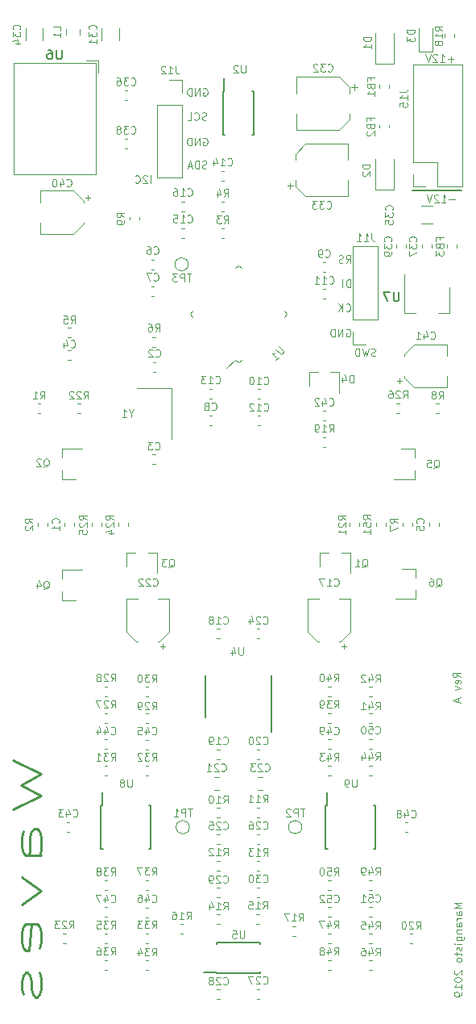
<source format=gbr>
G04 #@! TF.GenerationSoftware,KiCad,Pcbnew,5.1.4-e60b266~84~ubuntu18.04.1*
G04 #@! TF.CreationDate,2019-10-28T13:52:21+08:00*
G04 #@! TF.ProjectId,Waves,57617665-732e-46b6-9963-61645f706362,rev?*
G04 #@! TF.SameCoordinates,Original*
G04 #@! TF.FileFunction,Legend,Bot*
G04 #@! TF.FilePolarity,Positive*
%FSLAX46Y46*%
G04 Gerber Fmt 4.6, Leading zero omitted, Abs format (unit mm)*
G04 Created by KiCad (PCBNEW 5.1.4-e60b266~84~ubuntu18.04.1) date 2019-10-28 13:52:21*
%MOMM*%
%LPD*%
G04 APERTURE LIST*
%ADD10C,0.120000*%
%ADD11C,0.250000*%
%ADD12C,0.200000*%
%ADD13C,0.150000*%
G04 APERTURE END LIST*
D10*
X150221904Y-118885475D02*
X149840952Y-118618809D01*
X150221904Y-118428333D02*
X149421904Y-118428333D01*
X149421904Y-118733095D01*
X149460000Y-118809285D01*
X149498095Y-118847380D01*
X149574285Y-118885475D01*
X149688571Y-118885475D01*
X149764761Y-118847380D01*
X149802857Y-118809285D01*
X149840952Y-118733095D01*
X149840952Y-118428333D01*
X150183809Y-119533095D02*
X150221904Y-119456904D01*
X150221904Y-119304523D01*
X150183809Y-119228333D01*
X150107619Y-119190237D01*
X149802857Y-119190237D01*
X149726666Y-119228333D01*
X149688571Y-119304523D01*
X149688571Y-119456904D01*
X149726666Y-119533095D01*
X149802857Y-119571190D01*
X149879047Y-119571190D01*
X149955238Y-119190237D01*
X149688571Y-119837856D02*
X150221904Y-120028333D01*
X149688571Y-120218809D01*
X149993333Y-121094999D02*
X149993333Y-121475952D01*
X150221904Y-121018809D02*
X149421904Y-121285475D01*
X150221904Y-121552142D01*
D11*
X103132142Y-127610714D02*
X106132142Y-129039285D01*
X103989285Y-130182143D01*
X106132142Y-131325000D01*
X103132142Y-132753571D01*
X106132142Y-137610714D02*
X104560714Y-137610714D01*
X104275000Y-137325000D01*
X104132142Y-136753571D01*
X104132142Y-135610714D01*
X104275000Y-135039285D01*
X105989285Y-137610714D02*
X106132142Y-137039285D01*
X106132142Y-135610714D01*
X105989285Y-135039285D01*
X105703571Y-134753571D01*
X105417857Y-134753571D01*
X105132142Y-135039285D01*
X104989285Y-135610714D01*
X104989285Y-137039285D01*
X104846428Y-137610714D01*
X104132142Y-139896428D02*
X106132142Y-141325000D01*
X104132142Y-142753571D01*
X105989285Y-147325000D02*
X106132142Y-146753571D01*
X106132142Y-145610714D01*
X105989285Y-145039285D01*
X105703571Y-144753571D01*
X104560714Y-144753571D01*
X104275000Y-145039285D01*
X104132142Y-145610714D01*
X104132142Y-146753571D01*
X104275000Y-147325000D01*
X104560714Y-147610714D01*
X104846428Y-147610714D01*
X105132142Y-144753571D01*
X105989285Y-149896428D02*
X106132142Y-150467857D01*
X106132142Y-151610714D01*
X105989285Y-152182143D01*
X105703571Y-152467857D01*
X105560714Y-152467857D01*
X105275000Y-152182143D01*
X105132142Y-151610714D01*
X105132142Y-150753571D01*
X104989285Y-150182143D01*
X104703571Y-149896428D01*
X104560714Y-149896428D01*
X104275000Y-150182143D01*
X104132142Y-150753571D01*
X104132142Y-151610714D01*
X104275000Y-152182143D01*
D10*
X150348904Y-142551761D02*
X149548904Y-142551761D01*
X150120333Y-142818428D01*
X149548904Y-143085095D01*
X150348904Y-143085095D01*
X150348904Y-143808904D02*
X149929857Y-143808904D01*
X149853666Y-143770809D01*
X149815571Y-143694619D01*
X149815571Y-143542238D01*
X149853666Y-143466047D01*
X150310809Y-143808904D02*
X150348904Y-143732714D01*
X150348904Y-143542238D01*
X150310809Y-143466047D01*
X150234619Y-143427952D01*
X150158428Y-143427952D01*
X150082238Y-143466047D01*
X150044142Y-143542238D01*
X150044142Y-143732714D01*
X150006047Y-143808904D01*
X150348904Y-144189857D02*
X149815571Y-144189857D01*
X149967952Y-144189857D02*
X149891761Y-144227952D01*
X149853666Y-144266047D01*
X149815571Y-144342238D01*
X149815571Y-144418428D01*
X150348904Y-145027952D02*
X149929857Y-145027952D01*
X149853666Y-144989857D01*
X149815571Y-144913666D01*
X149815571Y-144761285D01*
X149853666Y-144685095D01*
X150310809Y-145027952D02*
X150348904Y-144951761D01*
X150348904Y-144761285D01*
X150310809Y-144685095D01*
X150234619Y-144647000D01*
X150158428Y-144647000D01*
X150082238Y-144685095D01*
X150044142Y-144761285D01*
X150044142Y-144951761D01*
X150006047Y-145027952D01*
X149815571Y-145408904D02*
X150348904Y-145408904D01*
X149891761Y-145408904D02*
X149853666Y-145447000D01*
X149815571Y-145523190D01*
X149815571Y-145637476D01*
X149853666Y-145713666D01*
X149929857Y-145751761D01*
X150348904Y-145751761D01*
X149815571Y-146475571D02*
X150463190Y-146475571D01*
X150539380Y-146437476D01*
X150577476Y-146399380D01*
X150615571Y-146323190D01*
X150615571Y-146208904D01*
X150577476Y-146132714D01*
X150310809Y-146475571D02*
X150348904Y-146399380D01*
X150348904Y-146247000D01*
X150310809Y-146170809D01*
X150272714Y-146132714D01*
X150196523Y-146094619D01*
X149967952Y-146094619D01*
X149891761Y-146132714D01*
X149853666Y-146170809D01*
X149815571Y-146247000D01*
X149815571Y-146399380D01*
X149853666Y-146475571D01*
X150348904Y-146856523D02*
X149815571Y-146856523D01*
X149548904Y-146856523D02*
X149587000Y-146818428D01*
X149625095Y-146856523D01*
X149587000Y-146894619D01*
X149548904Y-146856523D01*
X149625095Y-146856523D01*
X150310809Y-147199380D02*
X150348904Y-147275571D01*
X150348904Y-147427952D01*
X150310809Y-147504142D01*
X150234619Y-147542238D01*
X150196523Y-147542238D01*
X150120333Y-147504142D01*
X150082238Y-147427952D01*
X150082238Y-147313666D01*
X150044142Y-147237476D01*
X149967952Y-147199380D01*
X149929857Y-147199380D01*
X149853666Y-147237476D01*
X149815571Y-147313666D01*
X149815571Y-147427952D01*
X149853666Y-147504142D01*
X149815571Y-147770809D02*
X149815571Y-148075571D01*
X149548904Y-147885095D02*
X150234619Y-147885095D01*
X150310809Y-147923190D01*
X150348904Y-147999380D01*
X150348904Y-148075571D01*
X150348904Y-148456523D02*
X150310809Y-148380333D01*
X150272714Y-148342238D01*
X150196523Y-148304142D01*
X149967952Y-148304142D01*
X149891761Y-148342238D01*
X149853666Y-148380333D01*
X149815571Y-148456523D01*
X149815571Y-148570809D01*
X149853666Y-148647000D01*
X149891761Y-148685095D01*
X149967952Y-148723190D01*
X150196523Y-148723190D01*
X150272714Y-148685095D01*
X150310809Y-148647000D01*
X150348904Y-148570809D01*
X150348904Y-148456523D01*
X149625095Y-149637476D02*
X149587000Y-149675571D01*
X149548904Y-149751761D01*
X149548904Y-149942238D01*
X149587000Y-150018428D01*
X149625095Y-150056523D01*
X149701285Y-150094619D01*
X149777476Y-150094619D01*
X149891761Y-150056523D01*
X150348904Y-149599380D01*
X150348904Y-150094619D01*
X149548904Y-150589857D02*
X149548904Y-150666047D01*
X149587000Y-150742238D01*
X149625095Y-150780333D01*
X149701285Y-150818428D01*
X149853666Y-150856523D01*
X150044142Y-150856523D01*
X150196523Y-150818428D01*
X150272714Y-150780333D01*
X150310809Y-150742238D01*
X150348904Y-150666047D01*
X150348904Y-150589857D01*
X150310809Y-150513666D01*
X150272714Y-150475571D01*
X150196523Y-150437476D01*
X150044142Y-150399380D01*
X149853666Y-150399380D01*
X149701285Y-150437476D01*
X149625095Y-150475571D01*
X149587000Y-150513666D01*
X149548904Y-150589857D01*
X150348904Y-151618428D02*
X150348904Y-151161285D01*
X150348904Y-151389857D02*
X149548904Y-151389857D01*
X149663190Y-151313666D01*
X149739380Y-151237476D01*
X149777476Y-151161285D01*
X150348904Y-151999380D02*
X150348904Y-152151761D01*
X150310809Y-152227952D01*
X150272714Y-152266047D01*
X150158428Y-152342238D01*
X150006047Y-152380333D01*
X149701285Y-152380333D01*
X149625095Y-152342238D01*
X149587000Y-152304142D01*
X149548904Y-152227952D01*
X149548904Y-152075571D01*
X149587000Y-151999380D01*
X149625095Y-151961285D01*
X149701285Y-151923190D01*
X149891761Y-151923190D01*
X149967952Y-151961285D01*
X150006047Y-151999380D01*
X150044142Y-152075571D01*
X150044142Y-152227952D01*
X150006047Y-152304142D01*
X149967952Y-152342238D01*
X149891761Y-152380333D01*
X117620952Y-67036904D02*
X117620952Y-66236904D01*
X117278095Y-66313095D02*
X117240000Y-66275000D01*
X117163809Y-66236904D01*
X116973333Y-66236904D01*
X116897142Y-66275000D01*
X116859047Y-66313095D01*
X116820952Y-66389285D01*
X116820952Y-66465476D01*
X116859047Y-66579761D01*
X117316190Y-67036904D01*
X116820952Y-67036904D01*
X116020952Y-66960714D02*
X116059047Y-66998809D01*
X116173333Y-67036904D01*
X116249523Y-67036904D01*
X116363809Y-66998809D01*
X116440000Y-66922619D01*
X116478095Y-66846428D01*
X116516190Y-66694047D01*
X116516190Y-66579761D01*
X116478095Y-66427380D01*
X116440000Y-66351190D01*
X116363809Y-66275000D01*
X116249523Y-66236904D01*
X116173333Y-66236904D01*
X116059047Y-66275000D01*
X116020952Y-66313095D01*
X123164523Y-62338000D02*
X123240714Y-62299904D01*
X123355000Y-62299904D01*
X123469285Y-62338000D01*
X123545476Y-62414190D01*
X123583571Y-62490380D01*
X123621666Y-62642761D01*
X123621666Y-62757047D01*
X123583571Y-62909428D01*
X123545476Y-62985619D01*
X123469285Y-63061809D01*
X123355000Y-63099904D01*
X123278809Y-63099904D01*
X123164523Y-63061809D01*
X123126428Y-63023714D01*
X123126428Y-62757047D01*
X123278809Y-62757047D01*
X122783571Y-63099904D02*
X122783571Y-62299904D01*
X122326428Y-63099904D01*
X122326428Y-62299904D01*
X121945476Y-63099904D02*
X121945476Y-62299904D01*
X121755000Y-62299904D01*
X121640714Y-62338000D01*
X121564523Y-62414190D01*
X121526428Y-62490380D01*
X121488333Y-62642761D01*
X121488333Y-62757047D01*
X121526428Y-62909428D01*
X121564523Y-62985619D01*
X121640714Y-63061809D01*
X121755000Y-63099904D01*
X121945476Y-63099904D01*
X123164523Y-57131000D02*
X123240714Y-57092904D01*
X123355000Y-57092904D01*
X123469285Y-57131000D01*
X123545476Y-57207190D01*
X123583571Y-57283380D01*
X123621666Y-57435761D01*
X123621666Y-57550047D01*
X123583571Y-57702428D01*
X123545476Y-57778619D01*
X123469285Y-57854809D01*
X123355000Y-57892904D01*
X123278809Y-57892904D01*
X123164523Y-57854809D01*
X123126428Y-57816714D01*
X123126428Y-57550047D01*
X123278809Y-57550047D01*
X122783571Y-57892904D02*
X122783571Y-57092904D01*
X122326428Y-57892904D01*
X122326428Y-57092904D01*
X121945476Y-57892904D02*
X121945476Y-57092904D01*
X121755000Y-57092904D01*
X121640714Y-57131000D01*
X121564523Y-57207190D01*
X121526428Y-57283380D01*
X121488333Y-57435761D01*
X121488333Y-57550047D01*
X121526428Y-57702428D01*
X121564523Y-57778619D01*
X121640714Y-57854809D01*
X121755000Y-57892904D01*
X121945476Y-57892904D01*
X123526428Y-65474809D02*
X123412142Y-65512904D01*
X123221666Y-65512904D01*
X123145476Y-65474809D01*
X123107380Y-65436714D01*
X123069285Y-65360523D01*
X123069285Y-65284333D01*
X123107380Y-65208142D01*
X123145476Y-65170047D01*
X123221666Y-65131952D01*
X123374047Y-65093857D01*
X123450238Y-65055761D01*
X123488333Y-65017666D01*
X123526428Y-64941476D01*
X123526428Y-64865285D01*
X123488333Y-64789095D01*
X123450238Y-64751000D01*
X123374047Y-64712904D01*
X123183571Y-64712904D01*
X123069285Y-64751000D01*
X122726428Y-65512904D02*
X122726428Y-64712904D01*
X122535952Y-64712904D01*
X122421666Y-64751000D01*
X122345476Y-64827190D01*
X122307380Y-64903380D01*
X122269285Y-65055761D01*
X122269285Y-65170047D01*
X122307380Y-65322428D01*
X122345476Y-65398619D01*
X122421666Y-65474809D01*
X122535952Y-65512904D01*
X122726428Y-65512904D01*
X121964523Y-65284333D02*
X121583571Y-65284333D01*
X122040714Y-65512904D02*
X121774047Y-64712904D01*
X121507380Y-65512904D01*
X123507380Y-60394809D02*
X123393095Y-60432904D01*
X123202619Y-60432904D01*
X123126428Y-60394809D01*
X123088333Y-60356714D01*
X123050238Y-60280523D01*
X123050238Y-60204333D01*
X123088333Y-60128142D01*
X123126428Y-60090047D01*
X123202619Y-60051952D01*
X123355000Y-60013857D01*
X123431190Y-59975761D01*
X123469285Y-59937666D01*
X123507380Y-59861476D01*
X123507380Y-59785285D01*
X123469285Y-59709095D01*
X123431190Y-59671000D01*
X123355000Y-59632904D01*
X123164523Y-59632904D01*
X123050238Y-59671000D01*
X122250238Y-60356714D02*
X122288333Y-60394809D01*
X122402619Y-60432904D01*
X122478809Y-60432904D01*
X122593095Y-60394809D01*
X122669285Y-60318619D01*
X122707380Y-60242428D01*
X122745476Y-60090047D01*
X122745476Y-59975761D01*
X122707380Y-59823380D01*
X122669285Y-59747190D01*
X122593095Y-59671000D01*
X122478809Y-59632904D01*
X122402619Y-59632904D01*
X122288333Y-59671000D01*
X122250238Y-59709095D01*
X121526428Y-60432904D02*
X121907380Y-60432904D01*
X121907380Y-59632904D01*
X138220428Y-82404000D02*
X138296619Y-82365904D01*
X138410905Y-82365904D01*
X138525190Y-82404000D01*
X138601381Y-82480190D01*
X138639476Y-82556380D01*
X138677571Y-82708761D01*
X138677571Y-82823047D01*
X138639476Y-82975428D01*
X138601381Y-83051619D01*
X138525190Y-83127809D01*
X138410905Y-83165904D01*
X138334714Y-83165904D01*
X138220428Y-83127809D01*
X138182333Y-83089714D01*
X138182333Y-82823047D01*
X138334714Y-82823047D01*
X137839476Y-83165904D02*
X137839476Y-82365904D01*
X137382333Y-83165904D01*
X137382333Y-82365904D01*
X137001381Y-83165904D02*
X137001381Y-82365904D01*
X136810905Y-82365904D01*
X136696619Y-82404000D01*
X136620428Y-82480190D01*
X136582333Y-82556380D01*
X136544238Y-82708761D01*
X136544238Y-82823047D01*
X136582333Y-82975428D01*
X136620428Y-83051619D01*
X136696619Y-83127809D01*
X136810905Y-83165904D01*
X137001381Y-83165904D01*
X138182333Y-80422714D02*
X138220429Y-80460809D01*
X138334714Y-80498904D01*
X138410905Y-80498904D01*
X138525191Y-80460809D01*
X138601381Y-80384619D01*
X138639476Y-80308428D01*
X138677572Y-80156047D01*
X138677572Y-80041761D01*
X138639476Y-79889380D01*
X138601381Y-79813190D01*
X138525191Y-79737000D01*
X138410905Y-79698904D01*
X138334714Y-79698904D01*
X138220429Y-79737000D01*
X138182333Y-79775095D01*
X137839476Y-80498904D02*
X137839476Y-79698904D01*
X137382333Y-80498904D02*
X137725191Y-80041761D01*
X137382333Y-79698904D02*
X137839476Y-80156047D01*
X138639477Y-77958904D02*
X138639477Y-77158904D01*
X138449000Y-77158904D01*
X138334715Y-77197000D01*
X138258524Y-77273190D01*
X138220429Y-77349380D01*
X138182334Y-77501761D01*
X138182334Y-77616047D01*
X138220429Y-77768428D01*
X138258524Y-77844619D01*
X138334715Y-77920809D01*
X138449000Y-77958904D01*
X138639477Y-77958904D01*
X137839477Y-77958904D02*
X137839477Y-77158904D01*
X138182333Y-75418904D02*
X138449000Y-75037952D01*
X138639476Y-75418904D02*
X138639476Y-74618904D01*
X138334714Y-74618904D01*
X138258523Y-74657000D01*
X138220428Y-74695095D01*
X138182333Y-74771285D01*
X138182333Y-74885571D01*
X138220428Y-74961761D01*
X138258523Y-74999857D01*
X138334714Y-75037952D01*
X138639476Y-75037952D01*
X137877571Y-75380809D02*
X137763285Y-75418904D01*
X137572809Y-75418904D01*
X137496619Y-75380809D01*
X137458523Y-75342714D01*
X137420428Y-75266523D01*
X137420428Y-75190333D01*
X137458523Y-75114142D01*
X137496619Y-75076047D01*
X137572809Y-75037952D01*
X137725190Y-74999857D01*
X137801380Y-74961761D01*
X137839476Y-74923666D01*
X137877571Y-74847476D01*
X137877571Y-74771285D01*
X137839476Y-74695095D01*
X137801380Y-74657000D01*
X137725190Y-74618904D01*
X137534714Y-74618904D01*
X137420428Y-74657000D01*
X141293714Y-85159809D02*
X141179428Y-85197904D01*
X140988952Y-85197904D01*
X140912761Y-85159809D01*
X140874666Y-85121714D01*
X140836571Y-85045523D01*
X140836571Y-84969333D01*
X140874666Y-84893142D01*
X140912761Y-84855047D01*
X140988952Y-84816952D01*
X141141333Y-84778857D01*
X141217523Y-84740761D01*
X141255619Y-84702666D01*
X141293714Y-84626476D01*
X141293714Y-84550285D01*
X141255619Y-84474095D01*
X141217523Y-84436000D01*
X141141333Y-84397904D01*
X140950857Y-84397904D01*
X140836571Y-84436000D01*
X140569904Y-84397904D02*
X140379428Y-85197904D01*
X140227047Y-84626476D01*
X140074666Y-85197904D01*
X139884190Y-84397904D01*
X139579428Y-85197904D02*
X139579428Y-84397904D01*
X139388952Y-84397904D01*
X139274666Y-84436000D01*
X139198476Y-84512190D01*
X139160380Y-84588380D01*
X139122285Y-84740761D01*
X139122285Y-84855047D01*
X139160380Y-85007428D01*
X139198476Y-85083619D01*
X139274666Y-85159809D01*
X139388952Y-85197904D01*
X139579428Y-85197904D01*
X149491523Y-54032142D02*
X148882000Y-54032142D01*
X149186761Y-54336904D02*
X149186761Y-53727380D01*
X148082000Y-54336904D02*
X148539142Y-54336904D01*
X148310571Y-54336904D02*
X148310571Y-53536904D01*
X148386761Y-53651190D01*
X148462952Y-53727380D01*
X148539142Y-53765476D01*
X147777238Y-53613095D02*
X147739142Y-53575000D01*
X147662952Y-53536904D01*
X147472476Y-53536904D01*
X147396285Y-53575000D01*
X147358190Y-53613095D01*
X147320095Y-53689285D01*
X147320095Y-53765476D01*
X147358190Y-53879761D01*
X147815333Y-54336904D01*
X147320095Y-54336904D01*
X147091523Y-53536904D02*
X146824857Y-54336904D01*
X146558190Y-53536904D01*
D12*
X150368000Y-67818000D02*
X145161000Y-67818000D01*
D10*
X149618523Y-68764142D02*
X149009000Y-68764142D01*
X148209000Y-69068904D02*
X148666142Y-69068904D01*
X148437571Y-69068904D02*
X148437571Y-68268904D01*
X148513761Y-68383190D01*
X148589952Y-68459380D01*
X148666142Y-68497476D01*
X147904238Y-68345095D02*
X147866142Y-68307000D01*
X147789952Y-68268904D01*
X147599476Y-68268904D01*
X147523285Y-68307000D01*
X147485190Y-68345095D01*
X147447095Y-68421285D01*
X147447095Y-68497476D01*
X147485190Y-68611761D01*
X147942333Y-69068904D01*
X147447095Y-69068904D01*
X147218523Y-68268904D02*
X146951857Y-69068904D01*
X146685190Y-68268904D01*
X144285000Y-80647000D02*
X145485000Y-80647000D01*
X144285000Y-76647000D02*
X144285000Y-80647000D01*
X149085000Y-80647000D02*
X149085000Y-77947000D01*
X147885000Y-80647000D02*
X149085000Y-80647000D01*
X112155000Y-54174000D02*
X112155000Y-55414000D01*
X110915000Y-54174000D02*
X112155000Y-54174000D01*
X103295000Y-66135000D02*
X111915000Y-66135000D01*
X103295000Y-54414000D02*
X111915000Y-54414000D01*
X111915000Y-54414000D02*
X111915000Y-66135000D01*
X103295000Y-54414000D02*
X103295000Y-66135000D01*
X142369000Y-102682221D02*
X142369000Y-103007779D01*
X141349000Y-102682221D02*
X141349000Y-103007779D01*
X147640221Y-90168000D02*
X147965779Y-90168000D01*
X147640221Y-91188000D02*
X147965779Y-91188000D01*
X144143000Y-103007779D02*
X144143000Y-102682221D01*
X145163000Y-103007779D02*
X145163000Y-102682221D01*
X106809000Y-102682221D02*
X106809000Y-103007779D01*
X105789000Y-102682221D02*
X105789000Y-103007779D01*
X105755221Y-90168000D02*
X106080779Y-90168000D01*
X105755221Y-91188000D02*
X106080779Y-91188000D01*
X145540000Y-107513000D02*
X144080000Y-107513000D01*
X145540000Y-110673000D02*
X143380000Y-110673000D01*
X145540000Y-110673000D02*
X145540000Y-109743000D01*
X145540000Y-107513000D02*
X145540000Y-108443000D01*
X147957000Y-102682221D02*
X147957000Y-103007779D01*
X146937000Y-102682221D02*
X146937000Y-103007779D01*
X108583000Y-103007779D02*
X108583000Y-102682221D01*
X109603000Y-103007779D02*
X109603000Y-102682221D01*
X108930221Y-82167000D02*
X109255779Y-82167000D01*
X108930221Y-83187000D02*
X109255779Y-83187000D01*
X119884000Y-88561400D02*
X119884000Y-93861400D01*
X116184000Y-88561400D02*
X119884000Y-88561400D01*
D13*
X136184000Y-132295000D02*
X136184000Y-130945000D01*
X141309000Y-132295000D02*
X141309000Y-136945000D01*
X136059000Y-132295000D02*
X136059000Y-136945000D01*
X141309000Y-132295000D02*
X141084000Y-132295000D01*
X141309000Y-136945000D02*
X141084000Y-136945000D01*
X136059000Y-136945000D02*
X136284000Y-136945000D01*
X136059000Y-132295000D02*
X136184000Y-132295000D01*
X112562000Y-132295000D02*
X112562000Y-130945000D01*
X117687000Y-132295000D02*
X117687000Y-136945000D01*
X112437000Y-132295000D02*
X112437000Y-136945000D01*
X117687000Y-132295000D02*
X117462000Y-132295000D01*
X117687000Y-136945000D02*
X117462000Y-136945000D01*
X112437000Y-136945000D02*
X112662000Y-136945000D01*
X112437000Y-132295000D02*
X112562000Y-132295000D01*
X124548000Y-149861000D02*
X123198000Y-149861000D01*
X124548000Y-146711000D02*
X129198000Y-146711000D01*
X124548000Y-149961000D02*
X129198000Y-149961000D01*
X124548000Y-146711000D02*
X124548000Y-146911000D01*
X129198000Y-146711000D02*
X129198000Y-146911000D01*
X129198000Y-149961000D02*
X129198000Y-149761000D01*
X124548000Y-149961000D02*
X124548000Y-149861000D01*
X130323000Y-124654000D02*
X130323000Y-118679000D01*
X123423000Y-123129000D02*
X123423000Y-118679000D01*
X125373000Y-57365000D02*
X125373000Y-56015000D01*
X128523000Y-57365000D02*
X128523000Y-62015000D01*
X125273000Y-57365000D02*
X125273000Y-62015000D01*
X128523000Y-57365000D02*
X128323000Y-57365000D01*
X128523000Y-62015000D02*
X128323000Y-62015000D01*
X125273000Y-62015000D02*
X125473000Y-62015000D01*
X125273000Y-57365000D02*
X125373000Y-57365000D01*
D10*
X126554802Y-85559113D02*
X125642634Y-86471281D01*
X126873000Y-85877311D02*
X126554802Y-85559113D01*
X127191198Y-85559113D02*
X126873000Y-85877311D01*
X131978311Y-80772000D02*
X131660113Y-80453802D01*
X131660113Y-81090198D02*
X131978311Y-80772000D01*
X121767689Y-80772000D02*
X122085887Y-81090198D01*
X122085887Y-80453802D02*
X121767689Y-80772000D01*
X126873000Y-75666689D02*
X127191198Y-75984887D01*
X126554802Y-75984887D02*
X126873000Y-75666689D01*
X121604000Y-75565000D02*
G75*
G03X121604000Y-75565000I-700000J0D01*
G01*
X133542000Y-134620000D02*
G75*
G03X133542000Y-134620000I-700000J0D01*
G01*
X121731000Y-134620000D02*
G75*
G03X121731000Y-134620000I-700000J0D01*
G01*
X136260221Y-140181000D02*
X136585779Y-140181000D01*
X136260221Y-141201000D02*
X136585779Y-141201000D01*
X140954779Y-141201000D02*
X140629221Y-141201000D01*
X140954779Y-140181000D02*
X140629221Y-140181000D01*
X136585779Y-149608000D02*
X136260221Y-149608000D01*
X136585779Y-148588000D02*
X136260221Y-148588000D01*
X136585779Y-146814000D02*
X136260221Y-146814000D01*
X136585779Y-145794000D02*
X136260221Y-145794000D01*
X140629221Y-148588000D02*
X140954779Y-148588000D01*
X140629221Y-149608000D02*
X140954779Y-149608000D01*
X140629221Y-145794000D02*
X140954779Y-145794000D01*
X140629221Y-146814000D02*
X140954779Y-146814000D01*
X140954779Y-129161000D02*
X140629221Y-129161000D01*
X140954779Y-128141000D02*
X140629221Y-128141000D01*
X136260221Y-128141000D02*
X136585779Y-128141000D01*
X136260221Y-129161000D02*
X136585779Y-129161000D01*
X140629221Y-119886000D02*
X140954779Y-119886000D01*
X140629221Y-120906000D02*
X140954779Y-120906000D01*
X140629221Y-122680000D02*
X140954779Y-122680000D01*
X140629221Y-123700000D02*
X140954779Y-123700000D01*
X136585779Y-120906000D02*
X136260221Y-120906000D01*
X136585779Y-119886000D02*
X136260221Y-119886000D01*
X136585779Y-123700000D02*
X136260221Y-123700000D01*
X136585779Y-122680000D02*
X136260221Y-122680000D01*
X112791221Y-140181000D02*
X113116779Y-140181000D01*
X112791221Y-141201000D02*
X113116779Y-141201000D01*
X117434779Y-141201000D02*
X117109221Y-141201000D01*
X117434779Y-140181000D02*
X117109221Y-140181000D01*
X113116779Y-149608000D02*
X112791221Y-149608000D01*
X113116779Y-148588000D02*
X112791221Y-148588000D01*
X112791221Y-145794000D02*
X113116779Y-145794000D01*
X112791221Y-146814000D02*
X113116779Y-146814000D01*
X117109221Y-148613000D02*
X117434779Y-148613000D01*
X117109221Y-149633000D02*
X117434779Y-149633000D01*
X117434779Y-146814000D02*
X117109221Y-146814000D01*
X117434779Y-145794000D02*
X117109221Y-145794000D01*
X117434779Y-129237000D02*
X117109221Y-129237000D01*
X117434779Y-128217000D02*
X117109221Y-128217000D01*
X112791221Y-128141000D02*
X113116779Y-128141000D01*
X112791221Y-129161000D02*
X113116779Y-129161000D01*
X117109221Y-119886000D02*
X117434779Y-119886000D01*
X117109221Y-120906000D02*
X117434779Y-120906000D01*
X117109221Y-122680000D02*
X117434779Y-122680000D01*
X117109221Y-123700000D02*
X117434779Y-123700000D01*
X113116779Y-120906000D02*
X112791221Y-120906000D01*
X113116779Y-119886000D02*
X112791221Y-119886000D01*
X113116779Y-123700000D02*
X112791221Y-123700000D01*
X113116779Y-122680000D02*
X112791221Y-122680000D01*
X143824779Y-91188000D02*
X143499221Y-91188000D01*
X143824779Y-90168000D02*
X143499221Y-90168000D01*
X112524000Y-102707221D02*
X112524000Y-103032779D01*
X111504000Y-102707221D02*
X111504000Y-103032779D01*
X115318000Y-102707221D02*
X115318000Y-103032779D01*
X114298000Y-102707221D02*
X114298000Y-103032779D01*
X108747779Y-146814000D02*
X108422221Y-146814000D01*
X108747779Y-145794000D02*
X108422221Y-145794000D01*
X109946221Y-90168000D02*
X110271779Y-90168000D01*
X109946221Y-91188000D02*
X110271779Y-91188000D01*
X138555000Y-103032779D02*
X138555000Y-102707221D01*
X139575000Y-103032779D02*
X139575000Y-102707221D01*
X144871221Y-145794000D02*
X145196779Y-145794000D01*
X144871221Y-146814000D02*
X145196779Y-146814000D01*
X136052779Y-94744000D02*
X135727221Y-94744000D01*
X136052779Y-93724000D02*
X135727221Y-93724000D01*
X149608000Y-51399221D02*
X149608000Y-51724779D01*
X148588000Y-51399221D02*
X148588000Y-51724779D01*
X132877779Y-146052000D02*
X132552221Y-146052000D01*
X132877779Y-145032000D02*
X132552221Y-145032000D01*
X120741221Y-144778000D02*
X121066779Y-144778000D01*
X120741221Y-145798000D02*
X121066779Y-145798000D01*
X129092779Y-144782000D02*
X128767221Y-144782000D01*
X129092779Y-143762000D02*
X128767221Y-143762000D01*
X124602221Y-143762000D02*
X124927779Y-143762000D01*
X124602221Y-144782000D02*
X124927779Y-144782000D01*
X128793221Y-138174000D02*
X129118779Y-138174000D01*
X128793221Y-139194000D02*
X129118779Y-139194000D01*
X124927779Y-139194000D02*
X124602221Y-139194000D01*
X124927779Y-138174000D02*
X124602221Y-138174000D01*
X129118779Y-133606000D02*
X128793221Y-133606000D01*
X129118779Y-132586000D02*
X128793221Y-132586000D01*
X124602221Y-132586000D02*
X124927779Y-132586000D01*
X124602221Y-133606000D02*
X124927779Y-133606000D01*
X116461000Y-70576221D02*
X116461000Y-70901779D01*
X115441000Y-70576221D02*
X115441000Y-70901779D01*
X118145779Y-84203000D02*
X117820221Y-84203000D01*
X118145779Y-83183000D02*
X117820221Y-83183000D01*
X125059221Y-68959000D02*
X125384779Y-68959000D01*
X125059221Y-69979000D02*
X125384779Y-69979000D01*
X125059221Y-71753000D02*
X125384779Y-71753000D01*
X125059221Y-72773000D02*
X125384779Y-72773000D01*
X145413000Y-94940000D02*
X143953000Y-94940000D01*
X145413000Y-98100000D02*
X143253000Y-98100000D01*
X145413000Y-98100000D02*
X145413000Y-97170000D01*
X145413000Y-94940000D02*
X145413000Y-95870000D01*
X108333000Y-110800000D02*
X109793000Y-110800000D01*
X108333000Y-107640000D02*
X110493000Y-107640000D01*
X108333000Y-107640000D02*
X108333000Y-108570000D01*
X108333000Y-110800000D02*
X108333000Y-109870000D01*
X115133000Y-105793000D02*
X115133000Y-107253000D01*
X118293000Y-105793000D02*
X118293000Y-107953000D01*
X118293000Y-105793000D02*
X117363000Y-105793000D01*
X115133000Y-105793000D02*
X116063000Y-105793000D01*
X108333000Y-98100000D02*
X109793000Y-98100000D01*
X108333000Y-94940000D02*
X110493000Y-94940000D01*
X108333000Y-94940000D02*
X108333000Y-95870000D01*
X108333000Y-98100000D02*
X108333000Y-97170000D01*
X135453000Y-105793000D02*
X135453000Y-107253000D01*
X138613000Y-105793000D02*
X138613000Y-107953000D01*
X138613000Y-105793000D02*
X137683000Y-105793000D01*
X135453000Y-105793000D02*
X136383000Y-105793000D01*
X110184000Y-50922422D02*
X110184000Y-51439578D01*
X108764000Y-50922422D02*
X108764000Y-51439578D01*
X145228000Y-67419000D02*
X146558000Y-67419000D01*
X145228000Y-66089000D02*
X145228000Y-67419000D01*
X147828000Y-67419000D02*
X150428000Y-67419000D01*
X147828000Y-64819000D02*
X147828000Y-67419000D01*
X145228000Y-64819000D02*
X147828000Y-64819000D01*
X150428000Y-67419000D02*
X150428000Y-54599000D01*
X145228000Y-64819000D02*
X145228000Y-54599000D01*
X145228000Y-54599000D02*
X150428000Y-54599000D01*
X120964000Y-56201000D02*
X119634000Y-56201000D01*
X120964000Y-57531000D02*
X120964000Y-56201000D01*
X120964000Y-58801000D02*
X118304000Y-58801000D01*
X118304000Y-58801000D02*
X118304000Y-66481000D01*
X120964000Y-58801000D02*
X120964000Y-66481000D01*
X120964000Y-66481000D02*
X118304000Y-66481000D01*
X138903000Y-83956200D02*
X140233000Y-83956200D01*
X138903000Y-82626200D02*
X138903000Y-83956200D01*
X138903000Y-81356200D02*
X141563000Y-81356200D01*
X141563000Y-81356200D02*
X141563000Y-73676200D01*
X138903000Y-81356200D02*
X138903000Y-73676200D01*
X138903000Y-73676200D02*
X141563000Y-73676200D01*
X148842000Y-73822779D02*
X148842000Y-73497221D01*
X149862000Y-73822779D02*
X149862000Y-73497221D01*
X142750000Y-60924221D02*
X142750000Y-61249779D01*
X141730000Y-60924221D02*
X141730000Y-61249779D01*
X141730000Y-57058779D02*
X141730000Y-56733221D01*
X142750000Y-57058779D02*
X142750000Y-56733221D01*
X134310000Y-86870000D02*
X134310000Y-88330000D01*
X137470000Y-86870000D02*
X137470000Y-89030000D01*
X137470000Y-86870000D02*
X136540000Y-86870000D01*
X134310000Y-86870000D02*
X135240000Y-86870000D01*
X145873000Y-53247000D02*
X145873000Y-50762000D01*
X147243000Y-53247000D02*
X145873000Y-53247000D01*
X147243000Y-50762000D02*
X147243000Y-53247000D01*
X141240000Y-67732000D02*
X143240000Y-67732000D01*
X141240000Y-67732000D02*
X141240000Y-64532000D01*
X143240000Y-64532000D02*
X143240000Y-67732000D01*
X141240000Y-54524000D02*
X143240000Y-54524000D01*
X141240000Y-54524000D02*
X141240000Y-51324000D01*
X143240000Y-51324000D02*
X143240000Y-54524000D01*
X136260221Y-143025000D02*
X136585779Y-143025000D01*
X136260221Y-144045000D02*
X136585779Y-144045000D01*
X140954779Y-144045000D02*
X140629221Y-144045000D01*
X140954779Y-143025000D02*
X140629221Y-143025000D01*
X140954779Y-126392000D02*
X140629221Y-126392000D01*
X140954779Y-125372000D02*
X140629221Y-125372000D01*
X136260221Y-125372000D02*
X136585779Y-125372000D01*
X136260221Y-126392000D02*
X136585779Y-126392000D01*
X144363221Y-134110000D02*
X144688779Y-134110000D01*
X144363221Y-135130000D02*
X144688779Y-135130000D01*
X112791221Y-143025000D02*
X113116779Y-143025000D01*
X112791221Y-144045000D02*
X113116779Y-144045000D01*
X117434779Y-144071000D02*
X117109221Y-144071000D01*
X117434779Y-143051000D02*
X117109221Y-143051000D01*
X117434779Y-126494000D02*
X117109221Y-126494000D01*
X117434779Y-125474000D02*
X117109221Y-125474000D01*
X112791221Y-125372000D02*
X113116779Y-125372000D01*
X112791221Y-126392000D02*
X113116779Y-126392000D01*
X109128779Y-135130000D02*
X108803221Y-135130000D01*
X109128779Y-134110000D02*
X108803221Y-134110000D01*
X135727221Y-90930000D02*
X136052779Y-90930000D01*
X135727221Y-91950000D02*
X136052779Y-91950000D01*
X143808000Y-88043000D02*
X143808000Y-87543000D01*
X143558000Y-87793000D02*
X144058000Y-87793000D01*
X144298000Y-85037437D02*
X145362437Y-83973000D01*
X144298000Y-87428563D02*
X145362437Y-88493000D01*
X144298000Y-87428563D02*
X144298000Y-87293000D01*
X144298000Y-85037437D02*
X144298000Y-85173000D01*
X145362437Y-83973000D02*
X148818000Y-83973000D01*
X145362437Y-88493000D02*
X148818000Y-88493000D01*
X148818000Y-88493000D02*
X148818000Y-87293000D01*
X148818000Y-83973000D02*
X148818000Y-85173000D01*
X111081000Y-68294000D02*
X111081000Y-68794000D01*
X111331000Y-68544000D02*
X110831000Y-68544000D01*
X110591000Y-71299563D02*
X109526563Y-72364000D01*
X110591000Y-68908437D02*
X109526563Y-67844000D01*
X110591000Y-68908437D02*
X110591000Y-69044000D01*
X110591000Y-71299563D02*
X110591000Y-71164000D01*
X109526563Y-72364000D02*
X106071000Y-72364000D01*
X109526563Y-67844000D02*
X106071000Y-67844000D01*
X106071000Y-67844000D02*
X106071000Y-69044000D01*
X106071000Y-72364000D02*
X106071000Y-71164000D01*
X143508000Y-73822779D02*
X143508000Y-73497221D01*
X144528000Y-73822779D02*
X144528000Y-73497221D01*
X114899221Y-62355000D02*
X115224779Y-62355000D01*
X114899221Y-63375000D02*
X115224779Y-63375000D01*
X147195000Y-73497221D02*
X147195000Y-73822779D01*
X146175000Y-73497221D02*
X146175000Y-73822779D01*
X114899221Y-57275000D02*
X115224779Y-57275000D01*
X114899221Y-58295000D02*
X115224779Y-58295000D01*
X147287064Y-71268000D02*
X146082936Y-71268000D01*
X147287064Y-69448000D02*
X146082936Y-69448000D01*
X106320000Y-50832936D02*
X106320000Y-52037064D01*
X104500000Y-50832936D02*
X104500000Y-52037064D01*
X132323500Y-67656500D02*
X132323500Y-67031500D01*
X132011000Y-67344000D02*
X132636000Y-67344000D01*
X132876000Y-63963437D02*
X133940437Y-62899000D01*
X132876000Y-67354563D02*
X133940437Y-68419000D01*
X132876000Y-67354563D02*
X132876000Y-66719000D01*
X132876000Y-63963437D02*
X132876000Y-64599000D01*
X133940437Y-62899000D02*
X138396000Y-62899000D01*
X133940437Y-68419000D02*
X138396000Y-68419000D01*
X138396000Y-68419000D02*
X138396000Y-66719000D01*
X138396000Y-62899000D02*
X138396000Y-64599000D01*
X139075500Y-56676500D02*
X139075500Y-57301500D01*
X139388000Y-56989000D02*
X138763000Y-56989000D01*
X138523000Y-60369563D02*
X137458563Y-61434000D01*
X138523000Y-56978437D02*
X137458563Y-55914000D01*
X138523000Y-56978437D02*
X138523000Y-57614000D01*
X138523000Y-60369563D02*
X138523000Y-59734000D01*
X137458563Y-61434000D02*
X133003000Y-61434000D01*
X137458563Y-55914000D02*
X133003000Y-55914000D01*
X133003000Y-55914000D02*
X133003000Y-57614000D01*
X133003000Y-61434000D02*
X133003000Y-59734000D01*
X114321000Y-50832936D02*
X114321000Y-52037064D01*
X112501000Y-50832936D02*
X112501000Y-52037064D01*
X129118779Y-141988000D02*
X128793221Y-141988000D01*
X129118779Y-140968000D02*
X128793221Y-140968000D01*
X124602221Y-140968000D02*
X124927779Y-140968000D01*
X124602221Y-141988000D02*
X124927779Y-141988000D01*
X124602221Y-151636000D02*
X124927779Y-151636000D01*
X124602221Y-152656000D02*
X124927779Y-152656000D01*
X129118779Y-152656000D02*
X128793221Y-152656000D01*
X129118779Y-151636000D02*
X128793221Y-151636000D01*
X129118779Y-136400000D02*
X128793221Y-136400000D01*
X129118779Y-135380000D02*
X128793221Y-135380000D01*
X124602221Y-135380000D02*
X124927779Y-135380000D01*
X124602221Y-136400000D02*
X124927779Y-136400000D01*
X128793221Y-113790000D02*
X129118779Y-113790000D01*
X128793221Y-114810000D02*
X129118779Y-114810000D01*
X129414578Y-130758000D02*
X128897422Y-130758000D01*
X129414578Y-129338000D02*
X128897422Y-129338000D01*
X119158000Y-115653000D02*
X118658000Y-115653000D01*
X118908000Y-115903000D02*
X118908000Y-115403000D01*
X116152437Y-115163000D02*
X115088000Y-114098563D01*
X118543563Y-115163000D02*
X119608000Y-114098563D01*
X118543563Y-115163000D02*
X118408000Y-115163000D01*
X116152437Y-115163000D02*
X116288000Y-115163000D01*
X115088000Y-114098563D02*
X115088000Y-110643000D01*
X119608000Y-114098563D02*
X119608000Y-110643000D01*
X119608000Y-110643000D02*
X118408000Y-110643000D01*
X115088000Y-110643000D02*
X116288000Y-110643000D01*
X124823578Y-130758000D02*
X124306422Y-130758000D01*
X124823578Y-129338000D02*
X124306422Y-129338000D01*
X129118779Y-127510000D02*
X128793221Y-127510000D01*
X129118779Y-126490000D02*
X128793221Y-126490000D01*
X124927779Y-127510000D02*
X124602221Y-127510000D01*
X124927779Y-126490000D02*
X124602221Y-126490000D01*
X124602221Y-113790000D02*
X124927779Y-113790000D01*
X124602221Y-114810000D02*
X124927779Y-114810000D01*
X138208000Y-115653000D02*
X137708000Y-115653000D01*
X137958000Y-115903000D02*
X137958000Y-115403000D01*
X135202437Y-115163000D02*
X134138000Y-114098563D01*
X137593563Y-115163000D02*
X138658000Y-114098563D01*
X137593563Y-115163000D02*
X137458000Y-115163000D01*
X135202437Y-115163000D02*
X135338000Y-115163000D01*
X134138000Y-114098563D02*
X134138000Y-110643000D01*
X138658000Y-114098563D02*
X138658000Y-110643000D01*
X138658000Y-110643000D02*
X137458000Y-110643000D01*
X134138000Y-110643000D02*
X135338000Y-110643000D01*
X121193779Y-69979000D02*
X120868221Y-69979000D01*
X121193779Y-68959000D02*
X120868221Y-68959000D01*
X125384779Y-66804000D02*
X125059221Y-66804000D01*
X125384779Y-65784000D02*
X125059221Y-65784000D01*
X121193779Y-72773000D02*
X120868221Y-72773000D01*
X121193779Y-71753000D02*
X120868221Y-71753000D01*
X124114779Y-89664000D02*
X123789221Y-89664000D01*
X124114779Y-88644000D02*
X123789221Y-88644000D01*
X128869221Y-91438000D02*
X129194779Y-91438000D01*
X128869221Y-92458000D02*
X129194779Y-92458000D01*
X135727221Y-78103000D02*
X136052779Y-78103000D01*
X135727221Y-79123000D02*
X136052779Y-79123000D01*
X128869221Y-88644000D02*
X129194779Y-88644000D01*
X128869221Y-89664000D02*
X129194779Y-89664000D01*
X135727221Y-75309000D02*
X136052779Y-75309000D01*
X135727221Y-76329000D02*
X136052779Y-76329000D01*
X124114779Y-92458000D02*
X123789221Y-92458000D01*
X124114779Y-91438000D02*
X123789221Y-91438000D01*
X118018779Y-78869000D02*
X117693221Y-78869000D01*
X118018779Y-77849000D02*
X117693221Y-77849000D01*
X118018779Y-76075000D02*
X117693221Y-76075000D01*
X118018779Y-75055000D02*
X117693221Y-75055000D01*
X109255779Y-85600000D02*
X108930221Y-85600000D01*
X109255779Y-84580000D02*
X108930221Y-84580000D01*
X117820221Y-95502000D02*
X118145779Y-95502000D01*
X117820221Y-96522000D02*
X118145779Y-96522000D01*
X118196779Y-86870000D02*
X117871221Y-86870000D01*
X118196779Y-85850000D02*
X117871221Y-85850000D01*
D13*
X143763904Y-78446380D02*
X143763904Y-79255904D01*
X143716285Y-79351142D01*
X143668666Y-79398761D01*
X143573428Y-79446380D01*
X143382952Y-79446380D01*
X143287714Y-79398761D01*
X143240095Y-79351142D01*
X143192476Y-79255904D01*
X143192476Y-78446380D01*
X142811523Y-78446380D02*
X142144857Y-78446380D01*
X142573428Y-79446380D01*
X108330904Y-53046380D02*
X108330904Y-53855904D01*
X108283285Y-53951142D01*
X108235666Y-53998761D01*
X108140428Y-54046380D01*
X107949952Y-54046380D01*
X107854714Y-53998761D01*
X107807095Y-53951142D01*
X107759476Y-53855904D01*
X107759476Y-53046380D01*
X106854714Y-53046380D02*
X107045190Y-53046380D01*
X107140428Y-53094000D01*
X107188047Y-53141619D01*
X107283285Y-53284476D01*
X107330904Y-53474952D01*
X107330904Y-53855904D01*
X107283285Y-53951142D01*
X107235666Y-53998761D01*
X107140428Y-54046380D01*
X106949952Y-54046380D01*
X106854714Y-53998761D01*
X106807095Y-53951142D01*
X106759476Y-53855904D01*
X106759476Y-53617809D01*
X106807095Y-53522571D01*
X106854714Y-53474952D01*
X106949952Y-53427333D01*
X107140428Y-53427333D01*
X107235666Y-53474952D01*
X107283285Y-53522571D01*
X107330904Y-53617809D01*
D10*
X140790904Y-102330714D02*
X140409952Y-102064047D01*
X140790904Y-101873571D02*
X139990904Y-101873571D01*
X139990904Y-102178333D01*
X140029000Y-102254523D01*
X140067095Y-102292619D01*
X140143285Y-102330714D01*
X140257571Y-102330714D01*
X140333761Y-102292619D01*
X140371857Y-102254523D01*
X140409952Y-102178333D01*
X140409952Y-101873571D01*
X139990904Y-103054523D02*
X139990904Y-102673571D01*
X140371857Y-102635476D01*
X140333761Y-102673571D01*
X140295666Y-102749761D01*
X140295666Y-102940238D01*
X140333761Y-103016428D01*
X140371857Y-103054523D01*
X140448047Y-103092619D01*
X140638523Y-103092619D01*
X140714714Y-103054523D01*
X140752809Y-103016428D01*
X140790904Y-102940238D01*
X140790904Y-102749761D01*
X140752809Y-102673571D01*
X140714714Y-102635476D01*
X140790904Y-103854523D02*
X140790904Y-103397380D01*
X140790904Y-103625952D02*
X139990904Y-103625952D01*
X140105190Y-103549761D01*
X140181380Y-103473571D01*
X140219476Y-103397380D01*
X147936333Y-89675904D02*
X148203000Y-89294952D01*
X148393476Y-89675904D02*
X148393476Y-88875904D01*
X148088714Y-88875904D01*
X148012523Y-88914000D01*
X147974428Y-88952095D01*
X147936333Y-89028285D01*
X147936333Y-89142571D01*
X147974428Y-89218761D01*
X148012523Y-89256857D01*
X148088714Y-89294952D01*
X148393476Y-89294952D01*
X147479190Y-89218761D02*
X147555380Y-89180666D01*
X147593476Y-89142571D01*
X147631571Y-89066380D01*
X147631571Y-89028285D01*
X147593476Y-88952095D01*
X147555380Y-88914000D01*
X147479190Y-88875904D01*
X147326809Y-88875904D01*
X147250619Y-88914000D01*
X147212523Y-88952095D01*
X147174428Y-89028285D01*
X147174428Y-89066380D01*
X147212523Y-89142571D01*
X147250619Y-89180666D01*
X147326809Y-89218761D01*
X147479190Y-89218761D01*
X147555380Y-89256857D01*
X147593476Y-89294952D01*
X147631571Y-89371142D01*
X147631571Y-89523523D01*
X147593476Y-89599714D01*
X147555380Y-89637809D01*
X147479190Y-89675904D01*
X147326809Y-89675904D01*
X147250619Y-89637809D01*
X147212523Y-89599714D01*
X147174428Y-89523523D01*
X147174428Y-89371142D01*
X147212523Y-89294952D01*
X147250619Y-89256857D01*
X147326809Y-89218761D01*
X143617904Y-102711666D02*
X143236952Y-102445000D01*
X143617904Y-102254523D02*
X142817904Y-102254523D01*
X142817904Y-102559285D01*
X142856000Y-102635476D01*
X142894095Y-102673571D01*
X142970285Y-102711666D01*
X143084571Y-102711666D01*
X143160761Y-102673571D01*
X143198857Y-102635476D01*
X143236952Y-102559285D01*
X143236952Y-102254523D01*
X142817904Y-102978333D02*
X142817904Y-103511666D01*
X143617904Y-103168809D01*
X105230904Y-102711666D02*
X104849952Y-102445000D01*
X105230904Y-102254523D02*
X104430904Y-102254523D01*
X104430904Y-102559285D01*
X104469000Y-102635476D01*
X104507095Y-102673571D01*
X104583285Y-102711666D01*
X104697571Y-102711666D01*
X104773761Y-102673571D01*
X104811857Y-102635476D01*
X104849952Y-102559285D01*
X104849952Y-102254523D01*
X104507095Y-103016428D02*
X104469000Y-103054523D01*
X104430904Y-103130714D01*
X104430904Y-103321190D01*
X104469000Y-103397380D01*
X104507095Y-103435476D01*
X104583285Y-103473571D01*
X104659476Y-103473571D01*
X104773761Y-103435476D01*
X105230904Y-102978333D01*
X105230904Y-103473571D01*
X106051333Y-89675904D02*
X106318000Y-89294952D01*
X106508476Y-89675904D02*
X106508476Y-88875904D01*
X106203714Y-88875904D01*
X106127523Y-88914000D01*
X106089428Y-88952095D01*
X106051333Y-89028285D01*
X106051333Y-89142571D01*
X106089428Y-89218761D01*
X106127523Y-89256857D01*
X106203714Y-89294952D01*
X106508476Y-89294952D01*
X105289428Y-89675904D02*
X105746571Y-89675904D01*
X105518000Y-89675904D02*
X105518000Y-88875904D01*
X105594190Y-88990190D01*
X105670380Y-89066380D01*
X105746571Y-89104476D01*
X147650190Y-109404095D02*
X147726380Y-109366000D01*
X147802571Y-109289809D01*
X147916857Y-109175523D01*
X147993047Y-109137428D01*
X148069238Y-109137428D01*
X148031142Y-109327904D02*
X148107333Y-109289809D01*
X148183523Y-109213619D01*
X148221619Y-109061238D01*
X148221619Y-108794571D01*
X148183523Y-108642190D01*
X148107333Y-108566000D01*
X148031142Y-108527904D01*
X147878761Y-108527904D01*
X147802571Y-108566000D01*
X147726380Y-108642190D01*
X147688285Y-108794571D01*
X147688285Y-109061238D01*
X147726380Y-109213619D01*
X147802571Y-109289809D01*
X147878761Y-109327904D01*
X148031142Y-109327904D01*
X147002571Y-108527904D02*
X147154952Y-108527904D01*
X147231142Y-108566000D01*
X147269238Y-108604095D01*
X147345428Y-108718380D01*
X147383523Y-108870761D01*
X147383523Y-109175523D01*
X147345428Y-109251714D01*
X147307333Y-109289809D01*
X147231142Y-109327904D01*
X147078761Y-109327904D01*
X147002571Y-109289809D01*
X146964476Y-109251714D01*
X146926380Y-109175523D01*
X146926380Y-108985047D01*
X146964476Y-108908857D01*
X147002571Y-108870761D01*
X147078761Y-108832666D01*
X147231142Y-108832666D01*
X147307333Y-108870761D01*
X147345428Y-108908857D01*
X147383523Y-108985047D01*
X146302714Y-102711666D02*
X146340809Y-102673571D01*
X146378904Y-102559285D01*
X146378904Y-102483095D01*
X146340809Y-102368809D01*
X146264619Y-102292619D01*
X146188428Y-102254523D01*
X146036047Y-102216428D01*
X145921761Y-102216428D01*
X145769380Y-102254523D01*
X145693190Y-102292619D01*
X145617000Y-102368809D01*
X145578904Y-102483095D01*
X145578904Y-102559285D01*
X145617000Y-102673571D01*
X145655095Y-102711666D01*
X145578904Y-103435476D02*
X145578904Y-103054523D01*
X145959857Y-103016428D01*
X145921761Y-103054523D01*
X145883666Y-103130714D01*
X145883666Y-103321190D01*
X145921761Y-103397380D01*
X145959857Y-103435476D01*
X146036047Y-103473571D01*
X146226523Y-103473571D01*
X146302714Y-103435476D01*
X146340809Y-103397380D01*
X146378904Y-103321190D01*
X146378904Y-103130714D01*
X146340809Y-103054523D01*
X146302714Y-103016428D01*
X107981714Y-102711666D02*
X108019809Y-102673571D01*
X108057904Y-102559285D01*
X108057904Y-102483095D01*
X108019809Y-102368809D01*
X107943619Y-102292619D01*
X107867428Y-102254523D01*
X107715047Y-102216428D01*
X107600761Y-102216428D01*
X107448380Y-102254523D01*
X107372190Y-102292619D01*
X107296000Y-102368809D01*
X107257904Y-102483095D01*
X107257904Y-102559285D01*
X107296000Y-102673571D01*
X107334095Y-102711666D01*
X108057904Y-103473571D02*
X108057904Y-103016428D01*
X108057904Y-103245000D02*
X107257904Y-103245000D01*
X107372190Y-103168809D01*
X107448380Y-103092619D01*
X107486476Y-103016428D01*
X109226333Y-81768904D02*
X109493000Y-81387952D01*
X109683476Y-81768904D02*
X109683476Y-80968904D01*
X109378714Y-80968904D01*
X109302523Y-81007000D01*
X109264428Y-81045095D01*
X109226333Y-81121285D01*
X109226333Y-81235571D01*
X109264428Y-81311761D01*
X109302523Y-81349857D01*
X109378714Y-81387952D01*
X109683476Y-81387952D01*
X108502523Y-80968904D02*
X108883476Y-80968904D01*
X108921571Y-81349857D01*
X108883476Y-81311761D01*
X108807285Y-81273666D01*
X108616809Y-81273666D01*
X108540619Y-81311761D01*
X108502523Y-81349857D01*
X108464428Y-81426047D01*
X108464428Y-81616523D01*
X108502523Y-81692714D01*
X108540619Y-81730809D01*
X108616809Y-81768904D01*
X108807285Y-81768904D01*
X108883476Y-81730809D01*
X108921571Y-81692714D01*
X115614952Y-91192352D02*
X115614952Y-91573304D01*
X115881619Y-90773304D02*
X115614952Y-91192352D01*
X115348285Y-90773304D01*
X114662571Y-91573304D02*
X115119714Y-91573304D01*
X114891142Y-91573304D02*
X114891142Y-90773304D01*
X114967333Y-90887590D01*
X115043523Y-90963780D01*
X115119714Y-91001876D01*
X139293523Y-129609904D02*
X139293523Y-130257523D01*
X139255428Y-130333714D01*
X139217333Y-130371809D01*
X139141142Y-130409904D01*
X138988761Y-130409904D01*
X138912571Y-130371809D01*
X138874476Y-130333714D01*
X138836380Y-130257523D01*
X138836380Y-129609904D01*
X138417333Y-130409904D02*
X138264952Y-130409904D01*
X138188761Y-130371809D01*
X138150666Y-130333714D01*
X138074476Y-130219428D01*
X138036380Y-130067047D01*
X138036380Y-129762285D01*
X138074476Y-129686095D01*
X138112571Y-129648000D01*
X138188761Y-129609904D01*
X138341142Y-129609904D01*
X138417333Y-129648000D01*
X138455428Y-129686095D01*
X138493523Y-129762285D01*
X138493523Y-129952761D01*
X138455428Y-130028952D01*
X138417333Y-130067047D01*
X138341142Y-130105142D01*
X138188761Y-130105142D01*
X138112571Y-130067047D01*
X138074476Y-130028952D01*
X138036380Y-129952761D01*
X115671523Y-129609904D02*
X115671523Y-130257523D01*
X115633428Y-130333714D01*
X115595333Y-130371809D01*
X115519142Y-130409904D01*
X115366761Y-130409904D01*
X115290571Y-130371809D01*
X115252476Y-130333714D01*
X115214380Y-130257523D01*
X115214380Y-129609904D01*
X114719142Y-129952761D02*
X114795333Y-129914666D01*
X114833428Y-129876571D01*
X114871523Y-129800380D01*
X114871523Y-129762285D01*
X114833428Y-129686095D01*
X114795333Y-129648000D01*
X114719142Y-129609904D01*
X114566761Y-129609904D01*
X114490571Y-129648000D01*
X114452476Y-129686095D01*
X114414380Y-129762285D01*
X114414380Y-129800380D01*
X114452476Y-129876571D01*
X114490571Y-129914666D01*
X114566761Y-129952761D01*
X114719142Y-129952761D01*
X114795333Y-129990857D01*
X114833428Y-130028952D01*
X114871523Y-130105142D01*
X114871523Y-130257523D01*
X114833428Y-130333714D01*
X114795333Y-130371809D01*
X114719142Y-130409904D01*
X114566761Y-130409904D01*
X114490571Y-130371809D01*
X114452476Y-130333714D01*
X114414380Y-130257523D01*
X114414380Y-130105142D01*
X114452476Y-130028952D01*
X114490571Y-129990857D01*
X114566761Y-129952761D01*
X127482523Y-145484904D02*
X127482523Y-146132523D01*
X127444428Y-146208714D01*
X127406333Y-146246809D01*
X127330142Y-146284904D01*
X127177761Y-146284904D01*
X127101571Y-146246809D01*
X127063476Y-146208714D01*
X127025380Y-146132523D01*
X127025380Y-145484904D01*
X126263476Y-145484904D02*
X126644428Y-145484904D01*
X126682523Y-145865857D01*
X126644428Y-145827761D01*
X126568238Y-145789666D01*
X126377761Y-145789666D01*
X126301571Y-145827761D01*
X126263476Y-145865857D01*
X126225380Y-145942047D01*
X126225380Y-146132523D01*
X126263476Y-146208714D01*
X126301571Y-146246809D01*
X126377761Y-146284904D01*
X126568238Y-146284904D01*
X126644428Y-146246809D01*
X126682523Y-146208714D01*
X127355523Y-115766904D02*
X127355523Y-116414523D01*
X127317428Y-116490714D01*
X127279333Y-116528809D01*
X127203142Y-116566904D01*
X127050761Y-116566904D01*
X126974571Y-116528809D01*
X126936476Y-116490714D01*
X126898380Y-116414523D01*
X126898380Y-115766904D01*
X126174571Y-116033571D02*
X126174571Y-116566904D01*
X126365047Y-115728809D02*
X126555523Y-116300238D01*
X126060285Y-116300238D01*
X127609523Y-54679904D02*
X127609523Y-55327523D01*
X127571428Y-55403714D01*
X127533333Y-55441809D01*
X127457142Y-55479904D01*
X127304761Y-55479904D01*
X127228571Y-55441809D01*
X127190476Y-55403714D01*
X127152380Y-55327523D01*
X127152380Y-54679904D01*
X126809523Y-54756095D02*
X126771428Y-54718000D01*
X126695238Y-54679904D01*
X126504761Y-54679904D01*
X126428571Y-54718000D01*
X126390476Y-54756095D01*
X126352380Y-54832285D01*
X126352380Y-54908476D01*
X126390476Y-55022761D01*
X126847619Y-55479904D01*
X126352380Y-55479904D01*
X131130793Y-84167796D02*
X131588729Y-84625732D01*
X131615666Y-84706544D01*
X131615666Y-84760419D01*
X131588729Y-84841231D01*
X131480979Y-84948981D01*
X131400167Y-84975918D01*
X131346292Y-84975918D01*
X131265480Y-84948981D01*
X130807544Y-84491045D01*
X130807544Y-85622416D02*
X131130793Y-85299167D01*
X130969168Y-85460791D02*
X130403483Y-84895106D01*
X130538170Y-84922043D01*
X130645920Y-84922043D01*
X130726732Y-84895106D01*
X121913523Y-76574904D02*
X121456380Y-76574904D01*
X121684952Y-77374904D02*
X121684952Y-76574904D01*
X121189714Y-77374904D02*
X121189714Y-76574904D01*
X120884952Y-76574904D01*
X120808761Y-76613000D01*
X120770666Y-76651095D01*
X120732571Y-76727285D01*
X120732571Y-76841571D01*
X120770666Y-76917761D01*
X120808761Y-76955857D01*
X120884952Y-76993952D01*
X121189714Y-76993952D01*
X120465904Y-76574904D02*
X119970666Y-76574904D01*
X120237333Y-76879666D01*
X120123047Y-76879666D01*
X120046857Y-76917761D01*
X120008761Y-76955857D01*
X119970666Y-77032047D01*
X119970666Y-77222523D01*
X120008761Y-77298714D01*
X120046857Y-77336809D01*
X120123047Y-77374904D01*
X120351619Y-77374904D01*
X120427809Y-77336809D01*
X120465904Y-77298714D01*
X133851523Y-132708904D02*
X133394380Y-132708904D01*
X133622952Y-133508904D02*
X133622952Y-132708904D01*
X133127714Y-133508904D02*
X133127714Y-132708904D01*
X132822952Y-132708904D01*
X132746761Y-132747000D01*
X132708666Y-132785095D01*
X132670571Y-132861285D01*
X132670571Y-132975571D01*
X132708666Y-133051761D01*
X132746761Y-133089857D01*
X132822952Y-133127952D01*
X133127714Y-133127952D01*
X132365809Y-132785095D02*
X132327714Y-132747000D01*
X132251523Y-132708904D01*
X132061047Y-132708904D01*
X131984857Y-132747000D01*
X131946761Y-132785095D01*
X131908666Y-132861285D01*
X131908666Y-132937476D01*
X131946761Y-133051761D01*
X132403904Y-133508904D01*
X131908666Y-133508904D01*
X122040523Y-132708904D02*
X121583380Y-132708904D01*
X121811952Y-133508904D02*
X121811952Y-132708904D01*
X121316714Y-133508904D02*
X121316714Y-132708904D01*
X121011952Y-132708904D01*
X120935761Y-132747000D01*
X120897666Y-132785095D01*
X120859571Y-132861285D01*
X120859571Y-132975571D01*
X120897666Y-133051761D01*
X120935761Y-133089857D01*
X121011952Y-133127952D01*
X121316714Y-133127952D01*
X120097666Y-133508904D02*
X120554809Y-133508904D01*
X120326238Y-133508904D02*
X120326238Y-132708904D01*
X120402428Y-132823190D01*
X120478619Y-132899380D01*
X120554809Y-132937476D01*
X136937285Y-139688904D02*
X137203952Y-139307952D01*
X137394428Y-139688904D02*
X137394428Y-138888904D01*
X137089666Y-138888904D01*
X137013476Y-138927000D01*
X136975380Y-138965095D01*
X136937285Y-139041285D01*
X136937285Y-139155571D01*
X136975380Y-139231761D01*
X137013476Y-139269857D01*
X137089666Y-139307952D01*
X137394428Y-139307952D01*
X136213476Y-138888904D02*
X136594428Y-138888904D01*
X136632523Y-139269857D01*
X136594428Y-139231761D01*
X136518238Y-139193666D01*
X136327761Y-139193666D01*
X136251571Y-139231761D01*
X136213476Y-139269857D01*
X136175380Y-139346047D01*
X136175380Y-139536523D01*
X136213476Y-139612714D01*
X136251571Y-139650809D01*
X136327761Y-139688904D01*
X136518238Y-139688904D01*
X136594428Y-139650809D01*
X136632523Y-139612714D01*
X135680142Y-138888904D02*
X135603952Y-138888904D01*
X135527761Y-138927000D01*
X135489666Y-138965095D01*
X135451571Y-139041285D01*
X135413476Y-139193666D01*
X135413476Y-139384142D01*
X135451571Y-139536523D01*
X135489666Y-139612714D01*
X135527761Y-139650809D01*
X135603952Y-139688904D01*
X135680142Y-139688904D01*
X135756333Y-139650809D01*
X135794428Y-139612714D01*
X135832523Y-139536523D01*
X135870619Y-139384142D01*
X135870619Y-139193666D01*
X135832523Y-139041285D01*
X135794428Y-138965095D01*
X135756333Y-138927000D01*
X135680142Y-138888904D01*
X141306285Y-139622904D02*
X141572952Y-139241952D01*
X141763428Y-139622904D02*
X141763428Y-138822904D01*
X141458666Y-138822904D01*
X141382476Y-138861000D01*
X141344380Y-138899095D01*
X141306285Y-138975285D01*
X141306285Y-139089571D01*
X141344380Y-139165761D01*
X141382476Y-139203857D01*
X141458666Y-139241952D01*
X141763428Y-139241952D01*
X140620571Y-139089571D02*
X140620571Y-139622904D01*
X140811047Y-138784809D02*
X141001523Y-139356238D01*
X140506285Y-139356238D01*
X140163428Y-139622904D02*
X140011047Y-139622904D01*
X139934857Y-139584809D01*
X139896761Y-139546714D01*
X139820571Y-139432428D01*
X139782476Y-139280047D01*
X139782476Y-138975285D01*
X139820571Y-138899095D01*
X139858666Y-138861000D01*
X139934857Y-138822904D01*
X140087238Y-138822904D01*
X140163428Y-138861000D01*
X140201523Y-138899095D01*
X140239619Y-138975285D01*
X140239619Y-139165761D01*
X140201523Y-139241952D01*
X140163428Y-139280047D01*
X140087238Y-139318142D01*
X139934857Y-139318142D01*
X139858666Y-139280047D01*
X139820571Y-139241952D01*
X139782476Y-139165761D01*
X136937285Y-148029904D02*
X137203952Y-147648952D01*
X137394428Y-148029904D02*
X137394428Y-147229904D01*
X137089666Y-147229904D01*
X137013476Y-147268000D01*
X136975380Y-147306095D01*
X136937285Y-147382285D01*
X136937285Y-147496571D01*
X136975380Y-147572761D01*
X137013476Y-147610857D01*
X137089666Y-147648952D01*
X137394428Y-147648952D01*
X136251571Y-147496571D02*
X136251571Y-148029904D01*
X136442047Y-147191809D02*
X136632523Y-147763238D01*
X136137285Y-147763238D01*
X135718238Y-147572761D02*
X135794428Y-147534666D01*
X135832523Y-147496571D01*
X135870619Y-147420380D01*
X135870619Y-147382285D01*
X135832523Y-147306095D01*
X135794428Y-147268000D01*
X135718238Y-147229904D01*
X135565857Y-147229904D01*
X135489666Y-147268000D01*
X135451571Y-147306095D01*
X135413476Y-147382285D01*
X135413476Y-147420380D01*
X135451571Y-147496571D01*
X135489666Y-147534666D01*
X135565857Y-147572761D01*
X135718238Y-147572761D01*
X135794428Y-147610857D01*
X135832523Y-147648952D01*
X135870619Y-147725142D01*
X135870619Y-147877523D01*
X135832523Y-147953714D01*
X135794428Y-147991809D01*
X135718238Y-148029904D01*
X135565857Y-148029904D01*
X135489666Y-147991809D01*
X135451571Y-147953714D01*
X135413476Y-147877523D01*
X135413476Y-147725142D01*
X135451571Y-147648952D01*
X135489666Y-147610857D01*
X135565857Y-147572761D01*
X136937285Y-145235904D02*
X137203952Y-144854952D01*
X137394428Y-145235904D02*
X137394428Y-144435904D01*
X137089666Y-144435904D01*
X137013476Y-144474000D01*
X136975380Y-144512095D01*
X136937285Y-144588285D01*
X136937285Y-144702571D01*
X136975380Y-144778761D01*
X137013476Y-144816857D01*
X137089666Y-144854952D01*
X137394428Y-144854952D01*
X136251571Y-144702571D02*
X136251571Y-145235904D01*
X136442047Y-144397809D02*
X136632523Y-144969238D01*
X136137285Y-144969238D01*
X135908714Y-144435904D02*
X135375380Y-144435904D01*
X135718238Y-145235904D01*
X141306285Y-148095904D02*
X141572952Y-147714952D01*
X141763428Y-148095904D02*
X141763428Y-147295904D01*
X141458666Y-147295904D01*
X141382476Y-147334000D01*
X141344380Y-147372095D01*
X141306285Y-147448285D01*
X141306285Y-147562571D01*
X141344380Y-147638761D01*
X141382476Y-147676857D01*
X141458666Y-147714952D01*
X141763428Y-147714952D01*
X140620571Y-147562571D02*
X140620571Y-148095904D01*
X140811047Y-147257809D02*
X141001523Y-147829238D01*
X140506285Y-147829238D01*
X139858666Y-147295904D02*
X140011047Y-147295904D01*
X140087238Y-147334000D01*
X140125333Y-147372095D01*
X140201523Y-147486380D01*
X140239619Y-147638761D01*
X140239619Y-147943523D01*
X140201523Y-148019714D01*
X140163428Y-148057809D01*
X140087238Y-148095904D01*
X139934857Y-148095904D01*
X139858666Y-148057809D01*
X139820571Y-148019714D01*
X139782476Y-147943523D01*
X139782476Y-147753047D01*
X139820571Y-147676857D01*
X139858666Y-147638761D01*
X139934857Y-147600666D01*
X140087238Y-147600666D01*
X140163428Y-147638761D01*
X140201523Y-147676857D01*
X140239619Y-147753047D01*
X141306285Y-145301904D02*
X141572952Y-144920952D01*
X141763428Y-145301904D02*
X141763428Y-144501904D01*
X141458666Y-144501904D01*
X141382476Y-144540000D01*
X141344380Y-144578095D01*
X141306285Y-144654285D01*
X141306285Y-144768571D01*
X141344380Y-144844761D01*
X141382476Y-144882857D01*
X141458666Y-144920952D01*
X141763428Y-144920952D01*
X140620571Y-144768571D02*
X140620571Y-145301904D01*
X140811047Y-144463809D02*
X141001523Y-145035238D01*
X140506285Y-145035238D01*
X139820571Y-144501904D02*
X140201523Y-144501904D01*
X140239619Y-144882857D01*
X140201523Y-144844761D01*
X140125333Y-144806666D01*
X139934857Y-144806666D01*
X139858666Y-144844761D01*
X139820571Y-144882857D01*
X139782476Y-144959047D01*
X139782476Y-145149523D01*
X139820571Y-145225714D01*
X139858666Y-145263809D01*
X139934857Y-145301904D01*
X140125333Y-145301904D01*
X140201523Y-145263809D01*
X140239619Y-145225714D01*
X141306285Y-127582904D02*
X141572952Y-127201952D01*
X141763428Y-127582904D02*
X141763428Y-126782904D01*
X141458666Y-126782904D01*
X141382476Y-126821000D01*
X141344380Y-126859095D01*
X141306285Y-126935285D01*
X141306285Y-127049571D01*
X141344380Y-127125761D01*
X141382476Y-127163857D01*
X141458666Y-127201952D01*
X141763428Y-127201952D01*
X140620571Y-127049571D02*
X140620571Y-127582904D01*
X140811047Y-126744809D02*
X141001523Y-127316238D01*
X140506285Y-127316238D01*
X139858666Y-127049571D02*
X139858666Y-127582904D01*
X140049142Y-126744809D02*
X140239619Y-127316238D01*
X139744380Y-127316238D01*
X136937285Y-127648904D02*
X137203952Y-127267952D01*
X137394428Y-127648904D02*
X137394428Y-126848904D01*
X137089666Y-126848904D01*
X137013476Y-126887000D01*
X136975380Y-126925095D01*
X136937285Y-127001285D01*
X136937285Y-127115571D01*
X136975380Y-127191761D01*
X137013476Y-127229857D01*
X137089666Y-127267952D01*
X137394428Y-127267952D01*
X136251571Y-127115571D02*
X136251571Y-127648904D01*
X136442047Y-126810809D02*
X136632523Y-127382238D01*
X136137285Y-127382238D01*
X135908714Y-126848904D02*
X135413476Y-126848904D01*
X135680142Y-127153666D01*
X135565857Y-127153666D01*
X135489666Y-127191761D01*
X135451571Y-127229857D01*
X135413476Y-127306047D01*
X135413476Y-127496523D01*
X135451571Y-127572714D01*
X135489666Y-127610809D01*
X135565857Y-127648904D01*
X135794428Y-127648904D01*
X135870619Y-127610809D01*
X135908714Y-127572714D01*
X141306285Y-119393904D02*
X141572952Y-119012952D01*
X141763428Y-119393904D02*
X141763428Y-118593904D01*
X141458666Y-118593904D01*
X141382476Y-118632000D01*
X141344380Y-118670095D01*
X141306285Y-118746285D01*
X141306285Y-118860571D01*
X141344380Y-118936761D01*
X141382476Y-118974857D01*
X141458666Y-119012952D01*
X141763428Y-119012952D01*
X140620571Y-118860571D02*
X140620571Y-119393904D01*
X140811047Y-118555809D02*
X141001523Y-119127238D01*
X140506285Y-119127238D01*
X140239619Y-118670095D02*
X140201523Y-118632000D01*
X140125333Y-118593904D01*
X139934857Y-118593904D01*
X139858666Y-118632000D01*
X139820571Y-118670095D01*
X139782476Y-118746285D01*
X139782476Y-118822476D01*
X139820571Y-118936761D01*
X140277714Y-119393904D01*
X139782476Y-119393904D01*
X141306285Y-122281904D02*
X141572952Y-121900952D01*
X141763428Y-122281904D02*
X141763428Y-121481904D01*
X141458666Y-121481904D01*
X141382476Y-121520000D01*
X141344380Y-121558095D01*
X141306285Y-121634285D01*
X141306285Y-121748571D01*
X141344380Y-121824761D01*
X141382476Y-121862857D01*
X141458666Y-121900952D01*
X141763428Y-121900952D01*
X140620571Y-121748571D02*
X140620571Y-122281904D01*
X140811047Y-121443809D02*
X141001523Y-122015238D01*
X140506285Y-122015238D01*
X139782476Y-122281904D02*
X140239619Y-122281904D01*
X140011047Y-122281904D02*
X140011047Y-121481904D01*
X140087238Y-121596190D01*
X140163428Y-121672380D01*
X140239619Y-121710476D01*
X136937285Y-119327904D02*
X137203952Y-118946952D01*
X137394428Y-119327904D02*
X137394428Y-118527904D01*
X137089666Y-118527904D01*
X137013476Y-118566000D01*
X136975380Y-118604095D01*
X136937285Y-118680285D01*
X136937285Y-118794571D01*
X136975380Y-118870761D01*
X137013476Y-118908857D01*
X137089666Y-118946952D01*
X137394428Y-118946952D01*
X136251571Y-118794571D02*
X136251571Y-119327904D01*
X136442047Y-118489809D02*
X136632523Y-119061238D01*
X136137285Y-119061238D01*
X135680142Y-118527904D02*
X135603952Y-118527904D01*
X135527761Y-118566000D01*
X135489666Y-118604095D01*
X135451571Y-118680285D01*
X135413476Y-118832666D01*
X135413476Y-119023142D01*
X135451571Y-119175523D01*
X135489666Y-119251714D01*
X135527761Y-119289809D01*
X135603952Y-119327904D01*
X135680142Y-119327904D01*
X135756333Y-119289809D01*
X135794428Y-119251714D01*
X135832523Y-119175523D01*
X135870619Y-119023142D01*
X135870619Y-118832666D01*
X135832523Y-118680285D01*
X135794428Y-118604095D01*
X135756333Y-118566000D01*
X135680142Y-118527904D01*
X136937285Y-122121904D02*
X137203952Y-121740952D01*
X137394428Y-122121904D02*
X137394428Y-121321904D01*
X137089666Y-121321904D01*
X137013476Y-121360000D01*
X136975380Y-121398095D01*
X136937285Y-121474285D01*
X136937285Y-121588571D01*
X136975380Y-121664761D01*
X137013476Y-121702857D01*
X137089666Y-121740952D01*
X137394428Y-121740952D01*
X136670619Y-121321904D02*
X136175380Y-121321904D01*
X136442047Y-121626666D01*
X136327761Y-121626666D01*
X136251571Y-121664761D01*
X136213476Y-121702857D01*
X136175380Y-121779047D01*
X136175380Y-121969523D01*
X136213476Y-122045714D01*
X136251571Y-122083809D01*
X136327761Y-122121904D01*
X136556333Y-122121904D01*
X136632523Y-122083809D01*
X136670619Y-122045714D01*
X135794428Y-122121904D02*
X135642047Y-122121904D01*
X135565857Y-122083809D01*
X135527761Y-122045714D01*
X135451571Y-121931428D01*
X135413476Y-121779047D01*
X135413476Y-121474285D01*
X135451571Y-121398095D01*
X135489666Y-121360000D01*
X135565857Y-121321904D01*
X135718238Y-121321904D01*
X135794428Y-121360000D01*
X135832523Y-121398095D01*
X135870619Y-121474285D01*
X135870619Y-121664761D01*
X135832523Y-121740952D01*
X135794428Y-121779047D01*
X135718238Y-121817142D01*
X135565857Y-121817142D01*
X135489666Y-121779047D01*
X135451571Y-121740952D01*
X135413476Y-121664761D01*
X113468285Y-139688904D02*
X113734952Y-139307952D01*
X113925428Y-139688904D02*
X113925428Y-138888904D01*
X113620666Y-138888904D01*
X113544476Y-138927000D01*
X113506380Y-138965095D01*
X113468285Y-139041285D01*
X113468285Y-139155571D01*
X113506380Y-139231761D01*
X113544476Y-139269857D01*
X113620666Y-139307952D01*
X113925428Y-139307952D01*
X113201619Y-138888904D02*
X112706380Y-138888904D01*
X112973047Y-139193666D01*
X112858761Y-139193666D01*
X112782571Y-139231761D01*
X112744476Y-139269857D01*
X112706380Y-139346047D01*
X112706380Y-139536523D01*
X112744476Y-139612714D01*
X112782571Y-139650809D01*
X112858761Y-139688904D01*
X113087333Y-139688904D01*
X113163523Y-139650809D01*
X113201619Y-139612714D01*
X112249238Y-139231761D02*
X112325428Y-139193666D01*
X112363523Y-139155571D01*
X112401619Y-139079380D01*
X112401619Y-139041285D01*
X112363523Y-138965095D01*
X112325428Y-138927000D01*
X112249238Y-138888904D01*
X112096857Y-138888904D01*
X112020666Y-138927000D01*
X111982571Y-138965095D01*
X111944476Y-139041285D01*
X111944476Y-139079380D01*
X111982571Y-139155571D01*
X112020666Y-139193666D01*
X112096857Y-139231761D01*
X112249238Y-139231761D01*
X112325428Y-139269857D01*
X112363523Y-139307952D01*
X112401619Y-139384142D01*
X112401619Y-139536523D01*
X112363523Y-139612714D01*
X112325428Y-139650809D01*
X112249238Y-139688904D01*
X112096857Y-139688904D01*
X112020666Y-139650809D01*
X111982571Y-139612714D01*
X111944476Y-139536523D01*
X111944476Y-139384142D01*
X111982571Y-139307952D01*
X112020666Y-139269857D01*
X112096857Y-139231761D01*
X117786285Y-139622904D02*
X118052952Y-139241952D01*
X118243428Y-139622904D02*
X118243428Y-138822904D01*
X117938666Y-138822904D01*
X117862476Y-138861000D01*
X117824380Y-138899095D01*
X117786285Y-138975285D01*
X117786285Y-139089571D01*
X117824380Y-139165761D01*
X117862476Y-139203857D01*
X117938666Y-139241952D01*
X118243428Y-139241952D01*
X117519619Y-138822904D02*
X117024380Y-138822904D01*
X117291047Y-139127666D01*
X117176761Y-139127666D01*
X117100571Y-139165761D01*
X117062476Y-139203857D01*
X117024380Y-139280047D01*
X117024380Y-139470523D01*
X117062476Y-139546714D01*
X117100571Y-139584809D01*
X117176761Y-139622904D01*
X117405333Y-139622904D01*
X117481523Y-139584809D01*
X117519619Y-139546714D01*
X116757714Y-138822904D02*
X116224380Y-138822904D01*
X116567238Y-139622904D01*
X113468285Y-148029904D02*
X113734952Y-147648952D01*
X113925428Y-148029904D02*
X113925428Y-147229904D01*
X113620666Y-147229904D01*
X113544476Y-147268000D01*
X113506380Y-147306095D01*
X113468285Y-147382285D01*
X113468285Y-147496571D01*
X113506380Y-147572761D01*
X113544476Y-147610857D01*
X113620666Y-147648952D01*
X113925428Y-147648952D01*
X113201619Y-147229904D02*
X112706380Y-147229904D01*
X112973047Y-147534666D01*
X112858761Y-147534666D01*
X112782571Y-147572761D01*
X112744476Y-147610857D01*
X112706380Y-147687047D01*
X112706380Y-147877523D01*
X112744476Y-147953714D01*
X112782571Y-147991809D01*
X112858761Y-148029904D01*
X113087333Y-148029904D01*
X113163523Y-147991809D01*
X113201619Y-147953714D01*
X112020666Y-147229904D02*
X112173047Y-147229904D01*
X112249238Y-147268000D01*
X112287333Y-147306095D01*
X112363523Y-147420380D01*
X112401619Y-147572761D01*
X112401619Y-147877523D01*
X112363523Y-147953714D01*
X112325428Y-147991809D01*
X112249238Y-148029904D01*
X112096857Y-148029904D01*
X112020666Y-147991809D01*
X111982571Y-147953714D01*
X111944476Y-147877523D01*
X111944476Y-147687047D01*
X111982571Y-147610857D01*
X112020666Y-147572761D01*
X112096857Y-147534666D01*
X112249238Y-147534666D01*
X112325428Y-147572761D01*
X112363523Y-147610857D01*
X112401619Y-147687047D01*
X113468285Y-145268904D02*
X113734952Y-144887952D01*
X113925428Y-145268904D02*
X113925428Y-144468904D01*
X113620666Y-144468904D01*
X113544476Y-144507000D01*
X113506380Y-144545095D01*
X113468285Y-144621285D01*
X113468285Y-144735571D01*
X113506380Y-144811761D01*
X113544476Y-144849857D01*
X113620666Y-144887952D01*
X113925428Y-144887952D01*
X113201619Y-144468904D02*
X112706380Y-144468904D01*
X112973047Y-144773666D01*
X112858761Y-144773666D01*
X112782571Y-144811761D01*
X112744476Y-144849857D01*
X112706380Y-144926047D01*
X112706380Y-145116523D01*
X112744476Y-145192714D01*
X112782571Y-145230809D01*
X112858761Y-145268904D01*
X113087333Y-145268904D01*
X113163523Y-145230809D01*
X113201619Y-145192714D01*
X111982571Y-144468904D02*
X112363523Y-144468904D01*
X112401619Y-144849857D01*
X112363523Y-144811761D01*
X112287333Y-144773666D01*
X112096857Y-144773666D01*
X112020666Y-144811761D01*
X111982571Y-144849857D01*
X111944476Y-144926047D01*
X111944476Y-145116523D01*
X111982571Y-145192714D01*
X112020666Y-145230809D01*
X112096857Y-145268904D01*
X112287333Y-145268904D01*
X112363523Y-145230809D01*
X112401619Y-145192714D01*
X117786285Y-148120904D02*
X118052952Y-147739952D01*
X118243428Y-148120904D02*
X118243428Y-147320904D01*
X117938666Y-147320904D01*
X117862476Y-147359000D01*
X117824380Y-147397095D01*
X117786285Y-147473285D01*
X117786285Y-147587571D01*
X117824380Y-147663761D01*
X117862476Y-147701857D01*
X117938666Y-147739952D01*
X118243428Y-147739952D01*
X117519619Y-147320904D02*
X117024380Y-147320904D01*
X117291047Y-147625666D01*
X117176761Y-147625666D01*
X117100571Y-147663761D01*
X117062476Y-147701857D01*
X117024380Y-147778047D01*
X117024380Y-147968523D01*
X117062476Y-148044714D01*
X117100571Y-148082809D01*
X117176761Y-148120904D01*
X117405333Y-148120904D01*
X117481523Y-148082809D01*
X117519619Y-148044714D01*
X116338666Y-147587571D02*
X116338666Y-148120904D01*
X116529142Y-147282809D02*
X116719619Y-147854238D01*
X116224380Y-147854238D01*
X117786285Y-145235904D02*
X118052952Y-144854952D01*
X118243428Y-145235904D02*
X118243428Y-144435904D01*
X117938666Y-144435904D01*
X117862476Y-144474000D01*
X117824380Y-144512095D01*
X117786285Y-144588285D01*
X117786285Y-144702571D01*
X117824380Y-144778761D01*
X117862476Y-144816857D01*
X117938666Y-144854952D01*
X118243428Y-144854952D01*
X117519619Y-144435904D02*
X117024380Y-144435904D01*
X117291047Y-144740666D01*
X117176761Y-144740666D01*
X117100571Y-144778761D01*
X117062476Y-144816857D01*
X117024380Y-144893047D01*
X117024380Y-145083523D01*
X117062476Y-145159714D01*
X117100571Y-145197809D01*
X117176761Y-145235904D01*
X117405333Y-145235904D01*
X117481523Y-145197809D01*
X117519619Y-145159714D01*
X116757714Y-144435904D02*
X116262476Y-144435904D01*
X116529142Y-144740666D01*
X116414857Y-144740666D01*
X116338666Y-144778761D01*
X116300571Y-144816857D01*
X116262476Y-144893047D01*
X116262476Y-145083523D01*
X116300571Y-145159714D01*
X116338666Y-145197809D01*
X116414857Y-145235904D01*
X116643428Y-145235904D01*
X116719619Y-145197809D01*
X116757714Y-145159714D01*
X117786285Y-127658904D02*
X118052952Y-127277952D01*
X118243428Y-127658904D02*
X118243428Y-126858904D01*
X117938666Y-126858904D01*
X117862476Y-126897000D01*
X117824380Y-126935095D01*
X117786285Y-127011285D01*
X117786285Y-127125571D01*
X117824380Y-127201761D01*
X117862476Y-127239857D01*
X117938666Y-127277952D01*
X118243428Y-127277952D01*
X117519619Y-126858904D02*
X117024380Y-126858904D01*
X117291047Y-127163666D01*
X117176761Y-127163666D01*
X117100571Y-127201761D01*
X117062476Y-127239857D01*
X117024380Y-127316047D01*
X117024380Y-127506523D01*
X117062476Y-127582714D01*
X117100571Y-127620809D01*
X117176761Y-127658904D01*
X117405333Y-127658904D01*
X117481523Y-127620809D01*
X117519619Y-127582714D01*
X116719619Y-126935095D02*
X116681523Y-126897000D01*
X116605333Y-126858904D01*
X116414857Y-126858904D01*
X116338666Y-126897000D01*
X116300571Y-126935095D01*
X116262476Y-127011285D01*
X116262476Y-127087476D01*
X116300571Y-127201761D01*
X116757714Y-127658904D01*
X116262476Y-127658904D01*
X113468285Y-127648904D02*
X113734952Y-127267952D01*
X113925428Y-127648904D02*
X113925428Y-126848904D01*
X113620666Y-126848904D01*
X113544476Y-126887000D01*
X113506380Y-126925095D01*
X113468285Y-127001285D01*
X113468285Y-127115571D01*
X113506380Y-127191761D01*
X113544476Y-127229857D01*
X113620666Y-127267952D01*
X113925428Y-127267952D01*
X113201619Y-126848904D02*
X112706380Y-126848904D01*
X112973047Y-127153666D01*
X112858761Y-127153666D01*
X112782571Y-127191761D01*
X112744476Y-127229857D01*
X112706380Y-127306047D01*
X112706380Y-127496523D01*
X112744476Y-127572714D01*
X112782571Y-127610809D01*
X112858761Y-127648904D01*
X113087333Y-127648904D01*
X113163523Y-127610809D01*
X113201619Y-127572714D01*
X111944476Y-127648904D02*
X112401619Y-127648904D01*
X112173047Y-127648904D02*
X112173047Y-126848904D01*
X112249238Y-126963190D01*
X112325428Y-127039380D01*
X112401619Y-127077476D01*
X117786285Y-119393904D02*
X118052952Y-119012952D01*
X118243428Y-119393904D02*
X118243428Y-118593904D01*
X117938666Y-118593904D01*
X117862476Y-118632000D01*
X117824380Y-118670095D01*
X117786285Y-118746285D01*
X117786285Y-118860571D01*
X117824380Y-118936761D01*
X117862476Y-118974857D01*
X117938666Y-119012952D01*
X118243428Y-119012952D01*
X117519619Y-118593904D02*
X117024380Y-118593904D01*
X117291047Y-118898666D01*
X117176761Y-118898666D01*
X117100571Y-118936761D01*
X117062476Y-118974857D01*
X117024380Y-119051047D01*
X117024380Y-119241523D01*
X117062476Y-119317714D01*
X117100571Y-119355809D01*
X117176761Y-119393904D01*
X117405333Y-119393904D01*
X117481523Y-119355809D01*
X117519619Y-119317714D01*
X116529142Y-118593904D02*
X116452952Y-118593904D01*
X116376761Y-118632000D01*
X116338666Y-118670095D01*
X116300571Y-118746285D01*
X116262476Y-118898666D01*
X116262476Y-119089142D01*
X116300571Y-119241523D01*
X116338666Y-119317714D01*
X116376761Y-119355809D01*
X116452952Y-119393904D01*
X116529142Y-119393904D01*
X116605333Y-119355809D01*
X116643428Y-119317714D01*
X116681523Y-119241523D01*
X116719619Y-119089142D01*
X116719619Y-118898666D01*
X116681523Y-118746285D01*
X116643428Y-118670095D01*
X116605333Y-118632000D01*
X116529142Y-118593904D01*
X117786285Y-122281904D02*
X118052952Y-121900952D01*
X118243428Y-122281904D02*
X118243428Y-121481904D01*
X117938666Y-121481904D01*
X117862476Y-121520000D01*
X117824380Y-121558095D01*
X117786285Y-121634285D01*
X117786285Y-121748571D01*
X117824380Y-121824761D01*
X117862476Y-121862857D01*
X117938666Y-121900952D01*
X118243428Y-121900952D01*
X117481523Y-121558095D02*
X117443428Y-121520000D01*
X117367238Y-121481904D01*
X117176761Y-121481904D01*
X117100571Y-121520000D01*
X117062476Y-121558095D01*
X117024380Y-121634285D01*
X117024380Y-121710476D01*
X117062476Y-121824761D01*
X117519619Y-122281904D01*
X117024380Y-122281904D01*
X116643428Y-122281904D02*
X116491047Y-122281904D01*
X116414857Y-122243809D01*
X116376761Y-122205714D01*
X116300571Y-122091428D01*
X116262476Y-121939047D01*
X116262476Y-121634285D01*
X116300571Y-121558095D01*
X116338666Y-121520000D01*
X116414857Y-121481904D01*
X116567238Y-121481904D01*
X116643428Y-121520000D01*
X116681523Y-121558095D01*
X116719619Y-121634285D01*
X116719619Y-121824761D01*
X116681523Y-121900952D01*
X116643428Y-121939047D01*
X116567238Y-121977142D01*
X116414857Y-121977142D01*
X116338666Y-121939047D01*
X116300571Y-121900952D01*
X116262476Y-121824761D01*
X113468285Y-119327904D02*
X113734952Y-118946952D01*
X113925428Y-119327904D02*
X113925428Y-118527904D01*
X113620666Y-118527904D01*
X113544476Y-118566000D01*
X113506380Y-118604095D01*
X113468285Y-118680285D01*
X113468285Y-118794571D01*
X113506380Y-118870761D01*
X113544476Y-118908857D01*
X113620666Y-118946952D01*
X113925428Y-118946952D01*
X113163523Y-118604095D02*
X113125428Y-118566000D01*
X113049238Y-118527904D01*
X112858761Y-118527904D01*
X112782571Y-118566000D01*
X112744476Y-118604095D01*
X112706380Y-118680285D01*
X112706380Y-118756476D01*
X112744476Y-118870761D01*
X113201619Y-119327904D01*
X112706380Y-119327904D01*
X112249238Y-118870761D02*
X112325428Y-118832666D01*
X112363523Y-118794571D01*
X112401619Y-118718380D01*
X112401619Y-118680285D01*
X112363523Y-118604095D01*
X112325428Y-118566000D01*
X112249238Y-118527904D01*
X112096857Y-118527904D01*
X112020666Y-118566000D01*
X111982571Y-118604095D01*
X111944476Y-118680285D01*
X111944476Y-118718380D01*
X111982571Y-118794571D01*
X112020666Y-118832666D01*
X112096857Y-118870761D01*
X112249238Y-118870761D01*
X112325428Y-118908857D01*
X112363523Y-118946952D01*
X112401619Y-119023142D01*
X112401619Y-119175523D01*
X112363523Y-119251714D01*
X112325428Y-119289809D01*
X112249238Y-119327904D01*
X112096857Y-119327904D01*
X112020666Y-119289809D01*
X111982571Y-119251714D01*
X111944476Y-119175523D01*
X111944476Y-119023142D01*
X111982571Y-118946952D01*
X112020666Y-118908857D01*
X112096857Y-118870761D01*
X113468285Y-122121904D02*
X113734952Y-121740952D01*
X113925428Y-122121904D02*
X113925428Y-121321904D01*
X113620666Y-121321904D01*
X113544476Y-121360000D01*
X113506380Y-121398095D01*
X113468285Y-121474285D01*
X113468285Y-121588571D01*
X113506380Y-121664761D01*
X113544476Y-121702857D01*
X113620666Y-121740952D01*
X113925428Y-121740952D01*
X113163523Y-121398095D02*
X113125428Y-121360000D01*
X113049238Y-121321904D01*
X112858761Y-121321904D01*
X112782571Y-121360000D01*
X112744476Y-121398095D01*
X112706380Y-121474285D01*
X112706380Y-121550476D01*
X112744476Y-121664761D01*
X113201619Y-122121904D01*
X112706380Y-122121904D01*
X112439714Y-121321904D02*
X111906380Y-121321904D01*
X112249238Y-122121904D01*
X144176285Y-89609904D02*
X144442952Y-89228952D01*
X144633428Y-89609904D02*
X144633428Y-88809904D01*
X144328666Y-88809904D01*
X144252476Y-88848000D01*
X144214380Y-88886095D01*
X144176285Y-88962285D01*
X144176285Y-89076571D01*
X144214380Y-89152761D01*
X144252476Y-89190857D01*
X144328666Y-89228952D01*
X144633428Y-89228952D01*
X143871523Y-88886095D02*
X143833428Y-88848000D01*
X143757238Y-88809904D01*
X143566761Y-88809904D01*
X143490571Y-88848000D01*
X143452476Y-88886095D01*
X143414380Y-88962285D01*
X143414380Y-89038476D01*
X143452476Y-89152761D01*
X143909619Y-89609904D01*
X143414380Y-89609904D01*
X142728666Y-88809904D02*
X142881047Y-88809904D01*
X142957238Y-88848000D01*
X142995333Y-88886095D01*
X143071523Y-89000380D01*
X143109619Y-89152761D01*
X143109619Y-89457523D01*
X143071523Y-89533714D01*
X143033428Y-89571809D01*
X142957238Y-89609904D01*
X142804857Y-89609904D01*
X142728666Y-89571809D01*
X142690571Y-89533714D01*
X142652476Y-89457523D01*
X142652476Y-89267047D01*
X142690571Y-89190857D01*
X142728666Y-89152761D01*
X142804857Y-89114666D01*
X142957238Y-89114666D01*
X143033428Y-89152761D01*
X143071523Y-89190857D01*
X143109619Y-89267047D01*
X110945904Y-102355714D02*
X110564952Y-102089047D01*
X110945904Y-101898571D02*
X110145904Y-101898571D01*
X110145904Y-102203333D01*
X110184000Y-102279523D01*
X110222095Y-102317619D01*
X110298285Y-102355714D01*
X110412571Y-102355714D01*
X110488761Y-102317619D01*
X110526857Y-102279523D01*
X110564952Y-102203333D01*
X110564952Y-101898571D01*
X110222095Y-102660476D02*
X110184000Y-102698571D01*
X110145904Y-102774761D01*
X110145904Y-102965238D01*
X110184000Y-103041428D01*
X110222095Y-103079523D01*
X110298285Y-103117619D01*
X110374476Y-103117619D01*
X110488761Y-103079523D01*
X110945904Y-102622380D01*
X110945904Y-103117619D01*
X110145904Y-103841428D02*
X110145904Y-103460476D01*
X110526857Y-103422380D01*
X110488761Y-103460476D01*
X110450666Y-103536666D01*
X110450666Y-103727142D01*
X110488761Y-103803333D01*
X110526857Y-103841428D01*
X110603047Y-103879523D01*
X110793523Y-103879523D01*
X110869714Y-103841428D01*
X110907809Y-103803333D01*
X110945904Y-103727142D01*
X110945904Y-103536666D01*
X110907809Y-103460476D01*
X110869714Y-103422380D01*
X113739904Y-102355714D02*
X113358952Y-102089047D01*
X113739904Y-101898571D02*
X112939904Y-101898571D01*
X112939904Y-102203333D01*
X112978000Y-102279523D01*
X113016095Y-102317619D01*
X113092285Y-102355714D01*
X113206571Y-102355714D01*
X113282761Y-102317619D01*
X113320857Y-102279523D01*
X113358952Y-102203333D01*
X113358952Y-101898571D01*
X113016095Y-102660476D02*
X112978000Y-102698571D01*
X112939904Y-102774761D01*
X112939904Y-102965238D01*
X112978000Y-103041428D01*
X113016095Y-103079523D01*
X113092285Y-103117619D01*
X113168476Y-103117619D01*
X113282761Y-103079523D01*
X113739904Y-102622380D01*
X113739904Y-103117619D01*
X113206571Y-103803333D02*
X113739904Y-103803333D01*
X112901809Y-103612857D02*
X113473238Y-103422380D01*
X113473238Y-103917619D01*
X109099285Y-145235904D02*
X109365952Y-144854952D01*
X109556428Y-145235904D02*
X109556428Y-144435904D01*
X109251666Y-144435904D01*
X109175476Y-144474000D01*
X109137380Y-144512095D01*
X109099285Y-144588285D01*
X109099285Y-144702571D01*
X109137380Y-144778761D01*
X109175476Y-144816857D01*
X109251666Y-144854952D01*
X109556428Y-144854952D01*
X108794523Y-144512095D02*
X108756428Y-144474000D01*
X108680238Y-144435904D01*
X108489761Y-144435904D01*
X108413571Y-144474000D01*
X108375476Y-144512095D01*
X108337380Y-144588285D01*
X108337380Y-144664476D01*
X108375476Y-144778761D01*
X108832619Y-145235904D01*
X108337380Y-145235904D01*
X108070714Y-144435904D02*
X107575476Y-144435904D01*
X107842142Y-144740666D01*
X107727857Y-144740666D01*
X107651666Y-144778761D01*
X107613571Y-144816857D01*
X107575476Y-144893047D01*
X107575476Y-145083523D01*
X107613571Y-145159714D01*
X107651666Y-145197809D01*
X107727857Y-145235904D01*
X107956428Y-145235904D01*
X108032619Y-145197809D01*
X108070714Y-145159714D01*
X110623285Y-89675904D02*
X110889952Y-89294952D01*
X111080428Y-89675904D02*
X111080428Y-88875904D01*
X110775666Y-88875904D01*
X110699476Y-88914000D01*
X110661380Y-88952095D01*
X110623285Y-89028285D01*
X110623285Y-89142571D01*
X110661380Y-89218761D01*
X110699476Y-89256857D01*
X110775666Y-89294952D01*
X111080428Y-89294952D01*
X110318523Y-88952095D02*
X110280428Y-88914000D01*
X110204238Y-88875904D01*
X110013761Y-88875904D01*
X109937571Y-88914000D01*
X109899476Y-88952095D01*
X109861380Y-89028285D01*
X109861380Y-89104476D01*
X109899476Y-89218761D01*
X110356619Y-89675904D01*
X109861380Y-89675904D01*
X109556619Y-88952095D02*
X109518523Y-88914000D01*
X109442333Y-88875904D01*
X109251857Y-88875904D01*
X109175666Y-88914000D01*
X109137571Y-88952095D01*
X109099476Y-89028285D01*
X109099476Y-89104476D01*
X109137571Y-89218761D01*
X109594714Y-89675904D01*
X109099476Y-89675904D01*
X138156904Y-102355714D02*
X137775952Y-102089047D01*
X138156904Y-101898571D02*
X137356904Y-101898571D01*
X137356904Y-102203333D01*
X137395000Y-102279523D01*
X137433095Y-102317619D01*
X137509285Y-102355714D01*
X137623571Y-102355714D01*
X137699761Y-102317619D01*
X137737857Y-102279523D01*
X137775952Y-102203333D01*
X137775952Y-101898571D01*
X137433095Y-102660476D02*
X137395000Y-102698571D01*
X137356904Y-102774761D01*
X137356904Y-102965238D01*
X137395000Y-103041428D01*
X137433095Y-103079523D01*
X137509285Y-103117619D01*
X137585476Y-103117619D01*
X137699761Y-103079523D01*
X138156904Y-102622380D01*
X138156904Y-103117619D01*
X138156904Y-103879523D02*
X138156904Y-103422380D01*
X138156904Y-103650952D02*
X137356904Y-103650952D01*
X137471190Y-103574761D01*
X137547380Y-103498571D01*
X137585476Y-103422380D01*
X145548285Y-145301904D02*
X145814952Y-144920952D01*
X146005428Y-145301904D02*
X146005428Y-144501904D01*
X145700666Y-144501904D01*
X145624476Y-144540000D01*
X145586380Y-144578095D01*
X145548285Y-144654285D01*
X145548285Y-144768571D01*
X145586380Y-144844761D01*
X145624476Y-144882857D01*
X145700666Y-144920952D01*
X146005428Y-144920952D01*
X145243523Y-144578095D02*
X145205428Y-144540000D01*
X145129238Y-144501904D01*
X144938761Y-144501904D01*
X144862571Y-144540000D01*
X144824476Y-144578095D01*
X144786380Y-144654285D01*
X144786380Y-144730476D01*
X144824476Y-144844761D01*
X145281619Y-145301904D01*
X144786380Y-145301904D01*
X144291142Y-144501904D02*
X144214952Y-144501904D01*
X144138761Y-144540000D01*
X144100666Y-144578095D01*
X144062571Y-144654285D01*
X144024476Y-144806666D01*
X144024476Y-144997142D01*
X144062571Y-145149523D01*
X144100666Y-145225714D01*
X144138761Y-145263809D01*
X144214952Y-145301904D01*
X144291142Y-145301904D01*
X144367333Y-145263809D01*
X144405428Y-145225714D01*
X144443523Y-145149523D01*
X144481619Y-144997142D01*
X144481619Y-144806666D01*
X144443523Y-144654285D01*
X144405428Y-144578095D01*
X144367333Y-144540000D01*
X144291142Y-144501904D01*
X136404285Y-93165904D02*
X136670952Y-92784952D01*
X136861428Y-93165904D02*
X136861428Y-92365904D01*
X136556666Y-92365904D01*
X136480476Y-92404000D01*
X136442380Y-92442095D01*
X136404285Y-92518285D01*
X136404285Y-92632571D01*
X136442380Y-92708761D01*
X136480476Y-92746857D01*
X136556666Y-92784952D01*
X136861428Y-92784952D01*
X135642380Y-93165904D02*
X136099523Y-93165904D01*
X135870952Y-93165904D02*
X135870952Y-92365904D01*
X135947142Y-92480190D01*
X136023333Y-92556380D01*
X136099523Y-92594476D01*
X135261428Y-93165904D02*
X135109047Y-93165904D01*
X135032857Y-93127809D01*
X134994761Y-93089714D01*
X134918571Y-92975428D01*
X134880476Y-92823047D01*
X134880476Y-92518285D01*
X134918571Y-92442095D01*
X134956666Y-92404000D01*
X135032857Y-92365904D01*
X135185238Y-92365904D01*
X135261428Y-92404000D01*
X135299523Y-92442095D01*
X135337619Y-92518285D01*
X135337619Y-92708761D01*
X135299523Y-92784952D01*
X135261428Y-92823047D01*
X135185238Y-92861142D01*
X135032857Y-92861142D01*
X134956666Y-92823047D01*
X134918571Y-92784952D01*
X134880476Y-92708761D01*
X148316904Y-51047714D02*
X147935952Y-50781047D01*
X148316904Y-50590571D02*
X147516904Y-50590571D01*
X147516904Y-50895333D01*
X147555000Y-50971523D01*
X147593095Y-51009619D01*
X147669285Y-51047714D01*
X147783571Y-51047714D01*
X147859761Y-51009619D01*
X147897857Y-50971523D01*
X147935952Y-50895333D01*
X147935952Y-50590571D01*
X148316904Y-51809619D02*
X148316904Y-51352476D01*
X148316904Y-51581047D02*
X147516904Y-51581047D01*
X147631190Y-51504857D01*
X147707380Y-51428666D01*
X147745476Y-51352476D01*
X147859761Y-52266761D02*
X147821666Y-52190571D01*
X147783571Y-52152476D01*
X147707380Y-52114380D01*
X147669285Y-52114380D01*
X147593095Y-52152476D01*
X147555000Y-52190571D01*
X147516904Y-52266761D01*
X147516904Y-52419142D01*
X147555000Y-52495333D01*
X147593095Y-52533428D01*
X147669285Y-52571523D01*
X147707380Y-52571523D01*
X147783571Y-52533428D01*
X147821666Y-52495333D01*
X147859761Y-52419142D01*
X147859761Y-52266761D01*
X147897857Y-52190571D01*
X147935952Y-52152476D01*
X148012142Y-52114380D01*
X148164523Y-52114380D01*
X148240714Y-52152476D01*
X148278809Y-52190571D01*
X148316904Y-52266761D01*
X148316904Y-52419142D01*
X148278809Y-52495333D01*
X148240714Y-52533428D01*
X148164523Y-52571523D01*
X148012142Y-52571523D01*
X147935952Y-52533428D01*
X147897857Y-52495333D01*
X147859761Y-52419142D01*
X133229285Y-144473904D02*
X133495952Y-144092952D01*
X133686428Y-144473904D02*
X133686428Y-143673904D01*
X133381666Y-143673904D01*
X133305476Y-143712000D01*
X133267380Y-143750095D01*
X133229285Y-143826285D01*
X133229285Y-143940571D01*
X133267380Y-144016761D01*
X133305476Y-144054857D01*
X133381666Y-144092952D01*
X133686428Y-144092952D01*
X132467380Y-144473904D02*
X132924523Y-144473904D01*
X132695952Y-144473904D02*
X132695952Y-143673904D01*
X132772142Y-143788190D01*
X132848333Y-143864380D01*
X132924523Y-143902476D01*
X132200714Y-143673904D02*
X131667380Y-143673904D01*
X132010238Y-144473904D01*
X121418285Y-144285904D02*
X121684952Y-143904952D01*
X121875428Y-144285904D02*
X121875428Y-143485904D01*
X121570666Y-143485904D01*
X121494476Y-143524000D01*
X121456380Y-143562095D01*
X121418285Y-143638285D01*
X121418285Y-143752571D01*
X121456380Y-143828761D01*
X121494476Y-143866857D01*
X121570666Y-143904952D01*
X121875428Y-143904952D01*
X120656380Y-144285904D02*
X121113523Y-144285904D01*
X120884952Y-144285904D02*
X120884952Y-143485904D01*
X120961142Y-143600190D01*
X121037333Y-143676380D01*
X121113523Y-143714476D01*
X119970666Y-143485904D02*
X120123047Y-143485904D01*
X120199238Y-143524000D01*
X120237333Y-143562095D01*
X120313523Y-143676380D01*
X120351619Y-143828761D01*
X120351619Y-144133523D01*
X120313523Y-144209714D01*
X120275428Y-144247809D01*
X120199238Y-144285904D01*
X120046857Y-144285904D01*
X119970666Y-144247809D01*
X119932571Y-144209714D01*
X119894476Y-144133523D01*
X119894476Y-143943047D01*
X119932571Y-143866857D01*
X119970666Y-143828761D01*
X120046857Y-143790666D01*
X120199238Y-143790666D01*
X120275428Y-143828761D01*
X120313523Y-143866857D01*
X120351619Y-143943047D01*
X129444285Y-143203904D02*
X129710952Y-142822952D01*
X129901428Y-143203904D02*
X129901428Y-142403904D01*
X129596666Y-142403904D01*
X129520476Y-142442000D01*
X129482380Y-142480095D01*
X129444285Y-142556285D01*
X129444285Y-142670571D01*
X129482380Y-142746761D01*
X129520476Y-142784857D01*
X129596666Y-142822952D01*
X129901428Y-142822952D01*
X128682380Y-143203904D02*
X129139523Y-143203904D01*
X128910952Y-143203904D02*
X128910952Y-142403904D01*
X128987142Y-142518190D01*
X129063333Y-142594380D01*
X129139523Y-142632476D01*
X127958571Y-142403904D02*
X128339523Y-142403904D01*
X128377619Y-142784857D01*
X128339523Y-142746761D01*
X128263333Y-142708666D01*
X128072857Y-142708666D01*
X127996666Y-142746761D01*
X127958571Y-142784857D01*
X127920476Y-142861047D01*
X127920476Y-143051523D01*
X127958571Y-143127714D01*
X127996666Y-143165809D01*
X128072857Y-143203904D01*
X128263333Y-143203904D01*
X128339523Y-143165809D01*
X128377619Y-143127714D01*
X125279285Y-143269904D02*
X125545952Y-142888952D01*
X125736428Y-143269904D02*
X125736428Y-142469904D01*
X125431666Y-142469904D01*
X125355476Y-142508000D01*
X125317380Y-142546095D01*
X125279285Y-142622285D01*
X125279285Y-142736571D01*
X125317380Y-142812761D01*
X125355476Y-142850857D01*
X125431666Y-142888952D01*
X125736428Y-142888952D01*
X124517380Y-143269904D02*
X124974523Y-143269904D01*
X124745952Y-143269904D02*
X124745952Y-142469904D01*
X124822142Y-142584190D01*
X124898333Y-142660380D01*
X124974523Y-142698476D01*
X123831666Y-142736571D02*
X123831666Y-143269904D01*
X124022142Y-142431809D02*
X124212619Y-143003238D01*
X123717380Y-143003238D01*
X129470285Y-137648904D02*
X129736952Y-137267952D01*
X129927428Y-137648904D02*
X129927428Y-136848904D01*
X129622666Y-136848904D01*
X129546476Y-136887000D01*
X129508380Y-136925095D01*
X129470285Y-137001285D01*
X129470285Y-137115571D01*
X129508380Y-137191761D01*
X129546476Y-137229857D01*
X129622666Y-137267952D01*
X129927428Y-137267952D01*
X128708380Y-137648904D02*
X129165523Y-137648904D01*
X128936952Y-137648904D02*
X128936952Y-136848904D01*
X129013142Y-136963190D01*
X129089333Y-137039380D01*
X129165523Y-137077476D01*
X128441714Y-136848904D02*
X127946476Y-136848904D01*
X128213142Y-137153666D01*
X128098857Y-137153666D01*
X128022666Y-137191761D01*
X127984571Y-137229857D01*
X127946476Y-137306047D01*
X127946476Y-137496523D01*
X127984571Y-137572714D01*
X128022666Y-137610809D01*
X128098857Y-137648904D01*
X128327428Y-137648904D01*
X128403619Y-137610809D01*
X128441714Y-137572714D01*
X125279285Y-137615904D02*
X125545952Y-137234952D01*
X125736428Y-137615904D02*
X125736428Y-136815904D01*
X125431666Y-136815904D01*
X125355476Y-136854000D01*
X125317380Y-136892095D01*
X125279285Y-136968285D01*
X125279285Y-137082571D01*
X125317380Y-137158761D01*
X125355476Y-137196857D01*
X125431666Y-137234952D01*
X125736428Y-137234952D01*
X124517380Y-137615904D02*
X124974523Y-137615904D01*
X124745952Y-137615904D02*
X124745952Y-136815904D01*
X124822142Y-136930190D01*
X124898333Y-137006380D01*
X124974523Y-137044476D01*
X124212619Y-136892095D02*
X124174523Y-136854000D01*
X124098333Y-136815904D01*
X123907857Y-136815904D01*
X123831666Y-136854000D01*
X123793571Y-136892095D01*
X123755476Y-136968285D01*
X123755476Y-137044476D01*
X123793571Y-137158761D01*
X124250714Y-137615904D01*
X123755476Y-137615904D01*
X129470285Y-132027904D02*
X129736952Y-131646952D01*
X129927428Y-132027904D02*
X129927428Y-131227904D01*
X129622666Y-131227904D01*
X129546476Y-131266000D01*
X129508380Y-131304095D01*
X129470285Y-131380285D01*
X129470285Y-131494571D01*
X129508380Y-131570761D01*
X129546476Y-131608857D01*
X129622666Y-131646952D01*
X129927428Y-131646952D01*
X128708380Y-132027904D02*
X129165523Y-132027904D01*
X128936952Y-132027904D02*
X128936952Y-131227904D01*
X129013142Y-131342190D01*
X129089333Y-131418380D01*
X129165523Y-131456476D01*
X127946476Y-132027904D02*
X128403619Y-132027904D01*
X128175047Y-132027904D02*
X128175047Y-131227904D01*
X128251238Y-131342190D01*
X128327428Y-131418380D01*
X128403619Y-131456476D01*
X125279285Y-132093904D02*
X125545952Y-131712952D01*
X125736428Y-132093904D02*
X125736428Y-131293904D01*
X125431666Y-131293904D01*
X125355476Y-131332000D01*
X125317380Y-131370095D01*
X125279285Y-131446285D01*
X125279285Y-131560571D01*
X125317380Y-131636761D01*
X125355476Y-131674857D01*
X125431666Y-131712952D01*
X125736428Y-131712952D01*
X124517380Y-132093904D02*
X124974523Y-132093904D01*
X124745952Y-132093904D02*
X124745952Y-131293904D01*
X124822142Y-131408190D01*
X124898333Y-131484380D01*
X124974523Y-131522476D01*
X124022142Y-131293904D02*
X123945952Y-131293904D01*
X123869761Y-131332000D01*
X123831666Y-131370095D01*
X123793571Y-131446285D01*
X123755476Y-131598666D01*
X123755476Y-131789142D01*
X123793571Y-131941523D01*
X123831666Y-132017714D01*
X123869761Y-132055809D01*
X123945952Y-132093904D01*
X124022142Y-132093904D01*
X124098333Y-132055809D01*
X124136428Y-132017714D01*
X124174523Y-131941523D01*
X124212619Y-131789142D01*
X124212619Y-131598666D01*
X124174523Y-131446285D01*
X124136428Y-131370095D01*
X124098333Y-131332000D01*
X124022142Y-131293904D01*
X114882904Y-70605666D02*
X114501952Y-70339000D01*
X114882904Y-70148523D02*
X114082904Y-70148523D01*
X114082904Y-70453285D01*
X114121000Y-70529476D01*
X114159095Y-70567571D01*
X114235285Y-70605666D01*
X114349571Y-70605666D01*
X114425761Y-70567571D01*
X114463857Y-70529476D01*
X114501952Y-70453285D01*
X114501952Y-70148523D01*
X114882904Y-70986619D02*
X114882904Y-71139000D01*
X114844809Y-71215190D01*
X114806714Y-71253285D01*
X114692428Y-71329476D01*
X114540047Y-71367571D01*
X114235285Y-71367571D01*
X114159095Y-71329476D01*
X114121000Y-71291380D01*
X114082904Y-71215190D01*
X114082904Y-71062809D01*
X114121000Y-70986619D01*
X114159095Y-70948523D01*
X114235285Y-70910428D01*
X114425761Y-70910428D01*
X114501952Y-70948523D01*
X114540047Y-70986619D01*
X114578142Y-71062809D01*
X114578142Y-71215190D01*
X114540047Y-71291380D01*
X114501952Y-71329476D01*
X114425761Y-71367571D01*
X118116333Y-82624904D02*
X118383000Y-82243952D01*
X118573476Y-82624904D02*
X118573476Y-81824904D01*
X118268714Y-81824904D01*
X118192523Y-81863000D01*
X118154428Y-81901095D01*
X118116333Y-81977285D01*
X118116333Y-82091571D01*
X118154428Y-82167761D01*
X118192523Y-82205857D01*
X118268714Y-82243952D01*
X118573476Y-82243952D01*
X117430619Y-81824904D02*
X117583000Y-81824904D01*
X117659190Y-81863000D01*
X117697285Y-81901095D01*
X117773476Y-82015380D01*
X117811571Y-82167761D01*
X117811571Y-82472523D01*
X117773476Y-82548714D01*
X117735380Y-82586809D01*
X117659190Y-82624904D01*
X117506809Y-82624904D01*
X117430619Y-82586809D01*
X117392523Y-82548714D01*
X117354428Y-82472523D01*
X117354428Y-82282047D01*
X117392523Y-82205857D01*
X117430619Y-82167761D01*
X117506809Y-82129666D01*
X117659190Y-82129666D01*
X117735380Y-82167761D01*
X117773476Y-82205857D01*
X117811571Y-82282047D01*
X125355333Y-68466904D02*
X125622000Y-68085952D01*
X125812476Y-68466904D02*
X125812476Y-67666904D01*
X125507714Y-67666904D01*
X125431523Y-67705000D01*
X125393428Y-67743095D01*
X125355333Y-67819285D01*
X125355333Y-67933571D01*
X125393428Y-68009761D01*
X125431523Y-68047857D01*
X125507714Y-68085952D01*
X125812476Y-68085952D01*
X124669619Y-67933571D02*
X124669619Y-68466904D01*
X124860095Y-67628809D02*
X125050571Y-68200238D01*
X124555333Y-68200238D01*
X125355333Y-71260904D02*
X125622000Y-70879952D01*
X125812476Y-71260904D02*
X125812476Y-70460904D01*
X125507714Y-70460904D01*
X125431523Y-70499000D01*
X125393428Y-70537095D01*
X125355333Y-70613285D01*
X125355333Y-70727571D01*
X125393428Y-70803761D01*
X125431523Y-70841857D01*
X125507714Y-70879952D01*
X125812476Y-70879952D01*
X125088666Y-70460904D02*
X124593428Y-70460904D01*
X124860095Y-70765666D01*
X124745809Y-70765666D01*
X124669619Y-70803761D01*
X124631523Y-70841857D01*
X124593428Y-70918047D01*
X124593428Y-71108523D01*
X124631523Y-71184714D01*
X124669619Y-71222809D01*
X124745809Y-71260904D01*
X124974380Y-71260904D01*
X125050571Y-71222809D01*
X125088666Y-71184714D01*
X147396190Y-96958095D02*
X147472380Y-96920000D01*
X147548571Y-96843809D01*
X147662857Y-96729523D01*
X147739047Y-96691428D01*
X147815238Y-96691428D01*
X147777142Y-96881904D02*
X147853333Y-96843809D01*
X147929523Y-96767619D01*
X147967619Y-96615238D01*
X147967619Y-96348571D01*
X147929523Y-96196190D01*
X147853333Y-96120000D01*
X147777142Y-96081904D01*
X147624761Y-96081904D01*
X147548571Y-96120000D01*
X147472380Y-96196190D01*
X147434285Y-96348571D01*
X147434285Y-96615238D01*
X147472380Y-96767619D01*
X147548571Y-96843809D01*
X147624761Y-96881904D01*
X147777142Y-96881904D01*
X146710476Y-96081904D02*
X147091428Y-96081904D01*
X147129523Y-96462857D01*
X147091428Y-96424761D01*
X147015238Y-96386666D01*
X146824761Y-96386666D01*
X146748571Y-96424761D01*
X146710476Y-96462857D01*
X146672380Y-96539047D01*
X146672380Y-96729523D01*
X146710476Y-96805714D01*
X146748571Y-96843809D01*
X146824761Y-96881904D01*
X147015238Y-96881904D01*
X147091428Y-96843809D01*
X147129523Y-96805714D01*
X106375190Y-109658095D02*
X106451380Y-109620000D01*
X106527571Y-109543809D01*
X106641857Y-109429523D01*
X106718047Y-109391428D01*
X106794238Y-109391428D01*
X106756142Y-109581904D02*
X106832333Y-109543809D01*
X106908523Y-109467619D01*
X106946619Y-109315238D01*
X106946619Y-109048571D01*
X106908523Y-108896190D01*
X106832333Y-108820000D01*
X106756142Y-108781904D01*
X106603761Y-108781904D01*
X106527571Y-108820000D01*
X106451380Y-108896190D01*
X106413285Y-109048571D01*
X106413285Y-109315238D01*
X106451380Y-109467619D01*
X106527571Y-109543809D01*
X106603761Y-109581904D01*
X106756142Y-109581904D01*
X105727571Y-109048571D02*
X105727571Y-109581904D01*
X105918047Y-108743809D02*
X106108523Y-109315238D01*
X105613285Y-109315238D01*
X119543190Y-107372095D02*
X119619380Y-107334000D01*
X119695571Y-107257809D01*
X119809857Y-107143523D01*
X119886047Y-107105428D01*
X119962238Y-107105428D01*
X119924142Y-107295904D02*
X120000333Y-107257809D01*
X120076523Y-107181619D01*
X120114619Y-107029238D01*
X120114619Y-106762571D01*
X120076523Y-106610190D01*
X120000333Y-106534000D01*
X119924142Y-106495904D01*
X119771761Y-106495904D01*
X119695571Y-106534000D01*
X119619380Y-106610190D01*
X119581285Y-106762571D01*
X119581285Y-107029238D01*
X119619380Y-107181619D01*
X119695571Y-107257809D01*
X119771761Y-107295904D01*
X119924142Y-107295904D01*
X119314619Y-106495904D02*
X118819380Y-106495904D01*
X119086047Y-106800666D01*
X118971761Y-106800666D01*
X118895571Y-106838761D01*
X118857476Y-106876857D01*
X118819380Y-106953047D01*
X118819380Y-107143523D01*
X118857476Y-107219714D01*
X118895571Y-107257809D01*
X118971761Y-107295904D01*
X119200333Y-107295904D01*
X119276523Y-107257809D01*
X119314619Y-107219714D01*
X106375190Y-96831095D02*
X106451380Y-96793000D01*
X106527571Y-96716809D01*
X106641857Y-96602523D01*
X106718047Y-96564428D01*
X106794238Y-96564428D01*
X106756142Y-96754904D02*
X106832333Y-96716809D01*
X106908523Y-96640619D01*
X106946619Y-96488238D01*
X106946619Y-96221571D01*
X106908523Y-96069190D01*
X106832333Y-95993000D01*
X106756142Y-95954904D01*
X106603761Y-95954904D01*
X106527571Y-95993000D01*
X106451380Y-96069190D01*
X106413285Y-96221571D01*
X106413285Y-96488238D01*
X106451380Y-96640619D01*
X106527571Y-96716809D01*
X106603761Y-96754904D01*
X106756142Y-96754904D01*
X106108523Y-96031095D02*
X106070428Y-95993000D01*
X105994238Y-95954904D01*
X105803761Y-95954904D01*
X105727571Y-95993000D01*
X105689476Y-96031095D01*
X105651380Y-96107285D01*
X105651380Y-96183476D01*
X105689476Y-96297761D01*
X106146619Y-96754904D01*
X105651380Y-96754904D01*
X139863190Y-107372095D02*
X139939380Y-107334000D01*
X140015571Y-107257809D01*
X140129857Y-107143523D01*
X140206047Y-107105428D01*
X140282238Y-107105428D01*
X140244142Y-107295904D02*
X140320333Y-107257809D01*
X140396523Y-107181619D01*
X140434619Y-107029238D01*
X140434619Y-106762571D01*
X140396523Y-106610190D01*
X140320333Y-106534000D01*
X140244142Y-106495904D01*
X140091761Y-106495904D01*
X140015571Y-106534000D01*
X139939380Y-106610190D01*
X139901285Y-106762571D01*
X139901285Y-107029238D01*
X139939380Y-107181619D01*
X140015571Y-107257809D01*
X140091761Y-107295904D01*
X140244142Y-107295904D01*
X139139380Y-107295904D02*
X139596523Y-107295904D01*
X139367952Y-107295904D02*
X139367952Y-106495904D01*
X139444142Y-106610190D01*
X139520333Y-106686380D01*
X139596523Y-106724476D01*
X108185904Y-51047666D02*
X108185904Y-50666714D01*
X107385904Y-50666714D01*
X108185904Y-51733380D02*
X108185904Y-51276238D01*
X108185904Y-51504809D02*
X107385904Y-51504809D01*
X107500190Y-51428619D01*
X107576380Y-51352428D01*
X107614476Y-51276238D01*
X143833904Y-57518380D02*
X144405333Y-57518380D01*
X144519619Y-57480285D01*
X144595809Y-57404095D01*
X144633904Y-57289809D01*
X144633904Y-57213619D01*
X144633904Y-58318380D02*
X144633904Y-57861238D01*
X144633904Y-58089809D02*
X143833904Y-58089809D01*
X143948190Y-58013619D01*
X144024380Y-57937428D01*
X144062476Y-57861238D01*
X143833904Y-59042190D02*
X143833904Y-58661238D01*
X144214857Y-58623142D01*
X144176761Y-58661238D01*
X144138666Y-58737428D01*
X144138666Y-58927904D01*
X144176761Y-59004095D01*
X144214857Y-59042190D01*
X144291047Y-59080285D01*
X144481523Y-59080285D01*
X144557714Y-59042190D01*
X144595809Y-59004095D01*
X144633904Y-58927904D01*
X144633904Y-58737428D01*
X144595809Y-58661238D01*
X144557714Y-58623142D01*
X120281619Y-54762904D02*
X120281619Y-55334333D01*
X120319714Y-55448619D01*
X120395904Y-55524809D01*
X120510190Y-55562904D01*
X120586380Y-55562904D01*
X119481619Y-55562904D02*
X119938761Y-55562904D01*
X119710190Y-55562904D02*
X119710190Y-54762904D01*
X119786380Y-54877190D01*
X119862571Y-54953380D01*
X119938761Y-54991476D01*
X119176857Y-54839095D02*
X119138761Y-54801000D01*
X119062571Y-54762904D01*
X118872095Y-54762904D01*
X118795904Y-54801000D01*
X118757809Y-54839095D01*
X118719714Y-54915285D01*
X118719714Y-54991476D01*
X118757809Y-55105761D01*
X119214952Y-55562904D01*
X118719714Y-55562904D01*
X140880619Y-72332904D02*
X140880619Y-72904333D01*
X140918714Y-73018619D01*
X140994904Y-73094809D01*
X141109190Y-73132904D01*
X141185380Y-73132904D01*
X140080619Y-73132904D02*
X140537761Y-73132904D01*
X140309190Y-73132904D02*
X140309190Y-72332904D01*
X140385380Y-72447190D01*
X140461571Y-72523380D01*
X140537761Y-72561476D01*
X139318714Y-73132904D02*
X139775857Y-73132904D01*
X139547285Y-73132904D02*
X139547285Y-72332904D01*
X139623476Y-72447190D01*
X139699666Y-72523380D01*
X139775857Y-72561476D01*
X148024857Y-72993333D02*
X148024857Y-72726666D01*
X148443904Y-72726666D02*
X147643904Y-72726666D01*
X147643904Y-73107619D01*
X148024857Y-73679047D02*
X148062952Y-73793333D01*
X148101047Y-73831428D01*
X148177238Y-73869523D01*
X148291523Y-73869523D01*
X148367714Y-73831428D01*
X148405809Y-73793333D01*
X148443904Y-73717142D01*
X148443904Y-73412380D01*
X147643904Y-73412380D01*
X147643904Y-73679047D01*
X147682000Y-73755238D01*
X147720095Y-73793333D01*
X147796285Y-73831428D01*
X147872476Y-73831428D01*
X147948666Y-73793333D01*
X147986761Y-73755238D01*
X148024857Y-73679047D01*
X148024857Y-73412380D01*
X147643904Y-74136190D02*
X147643904Y-74631428D01*
X147948666Y-74364761D01*
X147948666Y-74479047D01*
X147986761Y-74555238D01*
X148024857Y-74593333D01*
X148101047Y-74631428D01*
X148291523Y-74631428D01*
X148367714Y-74593333D01*
X148405809Y-74555238D01*
X148443904Y-74479047D01*
X148443904Y-74250476D01*
X148405809Y-74174285D01*
X148367714Y-74136190D01*
X140752857Y-60420333D02*
X140752857Y-60153666D01*
X141171904Y-60153666D02*
X140371904Y-60153666D01*
X140371904Y-60534619D01*
X140752857Y-61106047D02*
X140790952Y-61220333D01*
X140829047Y-61258428D01*
X140905238Y-61296523D01*
X141019523Y-61296523D01*
X141095714Y-61258428D01*
X141133809Y-61220333D01*
X141171904Y-61144142D01*
X141171904Y-60839380D01*
X140371904Y-60839380D01*
X140371904Y-61106047D01*
X140410000Y-61182238D01*
X140448095Y-61220333D01*
X140524285Y-61258428D01*
X140600476Y-61258428D01*
X140676666Y-61220333D01*
X140714761Y-61182238D01*
X140752857Y-61106047D01*
X140752857Y-60839380D01*
X140448095Y-61601285D02*
X140410000Y-61639380D01*
X140371904Y-61715571D01*
X140371904Y-61906047D01*
X140410000Y-61982238D01*
X140448095Y-62020333D01*
X140524285Y-62058428D01*
X140600476Y-62058428D01*
X140714761Y-62020333D01*
X141171904Y-61563190D01*
X141171904Y-62058428D01*
X140785857Y-56229333D02*
X140785857Y-55962666D01*
X141204904Y-55962666D02*
X140404904Y-55962666D01*
X140404904Y-56343619D01*
X140785857Y-56915047D02*
X140823952Y-57029333D01*
X140862047Y-57067428D01*
X140938238Y-57105523D01*
X141052523Y-57105523D01*
X141128714Y-57067428D01*
X141166809Y-57029333D01*
X141204904Y-56953142D01*
X141204904Y-56648380D01*
X140404904Y-56648380D01*
X140404904Y-56915047D01*
X140443000Y-56991238D01*
X140481095Y-57029333D01*
X140557285Y-57067428D01*
X140633476Y-57067428D01*
X140709666Y-57029333D01*
X140747761Y-56991238D01*
X140785857Y-56915047D01*
X140785857Y-56648380D01*
X141204904Y-57867428D02*
X141204904Y-57410285D01*
X141204904Y-57638857D02*
X140404904Y-57638857D01*
X140519190Y-57562666D01*
X140595380Y-57486476D01*
X140633476Y-57410285D01*
X138980476Y-87991904D02*
X138980476Y-87191904D01*
X138790000Y-87191904D01*
X138675714Y-87230000D01*
X138599523Y-87306190D01*
X138561428Y-87382380D01*
X138523333Y-87534761D01*
X138523333Y-87649047D01*
X138561428Y-87801428D01*
X138599523Y-87877619D01*
X138675714Y-87953809D01*
X138790000Y-87991904D01*
X138980476Y-87991904D01*
X137837619Y-87458571D02*
X137837619Y-87991904D01*
X138028095Y-87153809D02*
X138218571Y-87725238D01*
X137723333Y-87725238D01*
X145395904Y-50971523D02*
X144595904Y-50971523D01*
X144595904Y-51162000D01*
X144634000Y-51276285D01*
X144710190Y-51352476D01*
X144786380Y-51390571D01*
X144938761Y-51428666D01*
X145053047Y-51428666D01*
X145205428Y-51390571D01*
X145281619Y-51352476D01*
X145357809Y-51276285D01*
X145395904Y-51162000D01*
X145395904Y-50971523D01*
X144595904Y-51695333D02*
X144595904Y-52190571D01*
X144900666Y-51923904D01*
X144900666Y-52038190D01*
X144938761Y-52114380D01*
X144976857Y-52152476D01*
X145053047Y-52190571D01*
X145243523Y-52190571D01*
X145319714Y-52152476D01*
X145357809Y-52114380D01*
X145395904Y-52038190D01*
X145395904Y-51809619D01*
X145357809Y-51733428D01*
X145319714Y-51695333D01*
X140696904Y-65068523D02*
X139896904Y-65068523D01*
X139896904Y-65259000D01*
X139935000Y-65373285D01*
X140011190Y-65449476D01*
X140087380Y-65487571D01*
X140239761Y-65525666D01*
X140354047Y-65525666D01*
X140506428Y-65487571D01*
X140582619Y-65449476D01*
X140658809Y-65373285D01*
X140696904Y-65259000D01*
X140696904Y-65068523D01*
X139973095Y-65830428D02*
X139935000Y-65868523D01*
X139896904Y-65944714D01*
X139896904Y-66135190D01*
X139935000Y-66211380D01*
X139973095Y-66249476D01*
X140049285Y-66287571D01*
X140125476Y-66287571D01*
X140239761Y-66249476D01*
X140696904Y-65792333D01*
X140696904Y-66287571D01*
X140823904Y-51733523D02*
X140023904Y-51733523D01*
X140023904Y-51924000D01*
X140062000Y-52038285D01*
X140138190Y-52114476D01*
X140214380Y-52152571D01*
X140366761Y-52190666D01*
X140481047Y-52190666D01*
X140633428Y-52152571D01*
X140709619Y-52114476D01*
X140785809Y-52038285D01*
X140823904Y-51924000D01*
X140823904Y-51733523D01*
X140823904Y-52952571D02*
X140823904Y-52495428D01*
X140823904Y-52724000D02*
X140023904Y-52724000D01*
X140138190Y-52647809D01*
X140214380Y-52571619D01*
X140252476Y-52495428D01*
X136937285Y-142456714D02*
X136975380Y-142494809D01*
X137089666Y-142532904D01*
X137165857Y-142532904D01*
X137280142Y-142494809D01*
X137356333Y-142418619D01*
X137394428Y-142342428D01*
X137432523Y-142190047D01*
X137432523Y-142075761D01*
X137394428Y-141923380D01*
X137356333Y-141847190D01*
X137280142Y-141771000D01*
X137165857Y-141732904D01*
X137089666Y-141732904D01*
X136975380Y-141771000D01*
X136937285Y-141809095D01*
X136213476Y-141732904D02*
X136594428Y-141732904D01*
X136632523Y-142113857D01*
X136594428Y-142075761D01*
X136518238Y-142037666D01*
X136327761Y-142037666D01*
X136251571Y-142075761D01*
X136213476Y-142113857D01*
X136175380Y-142190047D01*
X136175380Y-142380523D01*
X136213476Y-142456714D01*
X136251571Y-142494809D01*
X136327761Y-142532904D01*
X136518238Y-142532904D01*
X136594428Y-142494809D01*
X136632523Y-142456714D01*
X135870619Y-141809095D02*
X135832523Y-141771000D01*
X135756333Y-141732904D01*
X135565857Y-141732904D01*
X135489666Y-141771000D01*
X135451571Y-141809095D01*
X135413476Y-141885285D01*
X135413476Y-141961476D01*
X135451571Y-142075761D01*
X135908714Y-142532904D01*
X135413476Y-142532904D01*
X141306285Y-142390714D02*
X141344380Y-142428809D01*
X141458666Y-142466904D01*
X141534857Y-142466904D01*
X141649142Y-142428809D01*
X141725333Y-142352619D01*
X141763428Y-142276428D01*
X141801523Y-142124047D01*
X141801523Y-142009761D01*
X141763428Y-141857380D01*
X141725333Y-141781190D01*
X141649142Y-141705000D01*
X141534857Y-141666904D01*
X141458666Y-141666904D01*
X141344380Y-141705000D01*
X141306285Y-141743095D01*
X140582476Y-141666904D02*
X140963428Y-141666904D01*
X141001523Y-142047857D01*
X140963428Y-142009761D01*
X140887238Y-141971666D01*
X140696761Y-141971666D01*
X140620571Y-142009761D01*
X140582476Y-142047857D01*
X140544380Y-142124047D01*
X140544380Y-142314523D01*
X140582476Y-142390714D01*
X140620571Y-142428809D01*
X140696761Y-142466904D01*
X140887238Y-142466904D01*
X140963428Y-142428809D01*
X141001523Y-142390714D01*
X139782476Y-142466904D02*
X140239619Y-142466904D01*
X140011047Y-142466904D02*
X140011047Y-141666904D01*
X140087238Y-141781190D01*
X140163428Y-141857380D01*
X140239619Y-141895476D01*
X141306285Y-124737714D02*
X141344380Y-124775809D01*
X141458666Y-124813904D01*
X141534857Y-124813904D01*
X141649142Y-124775809D01*
X141725333Y-124699619D01*
X141763428Y-124623428D01*
X141801523Y-124471047D01*
X141801523Y-124356761D01*
X141763428Y-124204380D01*
X141725333Y-124128190D01*
X141649142Y-124052000D01*
X141534857Y-124013904D01*
X141458666Y-124013904D01*
X141344380Y-124052000D01*
X141306285Y-124090095D01*
X140582476Y-124013904D02*
X140963428Y-124013904D01*
X141001523Y-124394857D01*
X140963428Y-124356761D01*
X140887238Y-124318666D01*
X140696761Y-124318666D01*
X140620571Y-124356761D01*
X140582476Y-124394857D01*
X140544380Y-124471047D01*
X140544380Y-124661523D01*
X140582476Y-124737714D01*
X140620571Y-124775809D01*
X140696761Y-124813904D01*
X140887238Y-124813904D01*
X140963428Y-124775809D01*
X141001523Y-124737714D01*
X140049142Y-124013904D02*
X139972952Y-124013904D01*
X139896761Y-124052000D01*
X139858666Y-124090095D01*
X139820571Y-124166285D01*
X139782476Y-124318666D01*
X139782476Y-124509142D01*
X139820571Y-124661523D01*
X139858666Y-124737714D01*
X139896761Y-124775809D01*
X139972952Y-124813904D01*
X140049142Y-124813904D01*
X140125333Y-124775809D01*
X140163428Y-124737714D01*
X140201523Y-124661523D01*
X140239619Y-124509142D01*
X140239619Y-124318666D01*
X140201523Y-124166285D01*
X140163428Y-124090095D01*
X140125333Y-124052000D01*
X140049142Y-124013904D01*
X136937285Y-124803714D02*
X136975380Y-124841809D01*
X137089666Y-124879904D01*
X137165857Y-124879904D01*
X137280142Y-124841809D01*
X137356333Y-124765619D01*
X137394428Y-124689428D01*
X137432523Y-124537047D01*
X137432523Y-124422761D01*
X137394428Y-124270380D01*
X137356333Y-124194190D01*
X137280142Y-124118000D01*
X137165857Y-124079904D01*
X137089666Y-124079904D01*
X136975380Y-124118000D01*
X136937285Y-124156095D01*
X136251571Y-124346571D02*
X136251571Y-124879904D01*
X136442047Y-124041809D02*
X136632523Y-124613238D01*
X136137285Y-124613238D01*
X135794428Y-124879904D02*
X135642047Y-124879904D01*
X135565857Y-124841809D01*
X135527761Y-124803714D01*
X135451571Y-124689428D01*
X135413476Y-124537047D01*
X135413476Y-124232285D01*
X135451571Y-124156095D01*
X135489666Y-124118000D01*
X135565857Y-124079904D01*
X135718238Y-124079904D01*
X135794428Y-124118000D01*
X135832523Y-124156095D01*
X135870619Y-124232285D01*
X135870619Y-124422761D01*
X135832523Y-124498952D01*
X135794428Y-124537047D01*
X135718238Y-124575142D01*
X135565857Y-124575142D01*
X135489666Y-124537047D01*
X135451571Y-124498952D01*
X135413476Y-124422761D01*
X145040285Y-133541714D02*
X145078380Y-133579809D01*
X145192666Y-133617904D01*
X145268857Y-133617904D01*
X145383142Y-133579809D01*
X145459333Y-133503619D01*
X145497428Y-133427428D01*
X145535523Y-133275047D01*
X145535523Y-133160761D01*
X145497428Y-133008380D01*
X145459333Y-132932190D01*
X145383142Y-132856000D01*
X145268857Y-132817904D01*
X145192666Y-132817904D01*
X145078380Y-132856000D01*
X145040285Y-132894095D01*
X144354571Y-133084571D02*
X144354571Y-133617904D01*
X144545047Y-132779809D02*
X144735523Y-133351238D01*
X144240285Y-133351238D01*
X143821238Y-133160761D02*
X143897428Y-133122666D01*
X143935523Y-133084571D01*
X143973619Y-133008380D01*
X143973619Y-132970285D01*
X143935523Y-132894095D01*
X143897428Y-132856000D01*
X143821238Y-132817904D01*
X143668857Y-132817904D01*
X143592666Y-132856000D01*
X143554571Y-132894095D01*
X143516476Y-132970285D01*
X143516476Y-133008380D01*
X143554571Y-133084571D01*
X143592666Y-133122666D01*
X143668857Y-133160761D01*
X143821238Y-133160761D01*
X143897428Y-133198857D01*
X143935523Y-133236952D01*
X143973619Y-133313142D01*
X143973619Y-133465523D01*
X143935523Y-133541714D01*
X143897428Y-133579809D01*
X143821238Y-133617904D01*
X143668857Y-133617904D01*
X143592666Y-133579809D01*
X143554571Y-133541714D01*
X143516476Y-133465523D01*
X143516476Y-133313142D01*
X143554571Y-133236952D01*
X143592666Y-133198857D01*
X143668857Y-133160761D01*
X113468285Y-142456714D02*
X113506380Y-142494809D01*
X113620666Y-142532904D01*
X113696857Y-142532904D01*
X113811142Y-142494809D01*
X113887333Y-142418619D01*
X113925428Y-142342428D01*
X113963523Y-142190047D01*
X113963523Y-142075761D01*
X113925428Y-141923380D01*
X113887333Y-141847190D01*
X113811142Y-141771000D01*
X113696857Y-141732904D01*
X113620666Y-141732904D01*
X113506380Y-141771000D01*
X113468285Y-141809095D01*
X112782571Y-141999571D02*
X112782571Y-142532904D01*
X112973047Y-141694809D02*
X113163523Y-142266238D01*
X112668285Y-142266238D01*
X112439714Y-141732904D02*
X111906380Y-141732904D01*
X112249238Y-142532904D01*
X117786285Y-142416714D02*
X117824380Y-142454809D01*
X117938666Y-142492904D01*
X118014857Y-142492904D01*
X118129142Y-142454809D01*
X118205333Y-142378619D01*
X118243428Y-142302428D01*
X118281523Y-142150047D01*
X118281523Y-142035761D01*
X118243428Y-141883380D01*
X118205333Y-141807190D01*
X118129142Y-141731000D01*
X118014857Y-141692904D01*
X117938666Y-141692904D01*
X117824380Y-141731000D01*
X117786285Y-141769095D01*
X117100571Y-141959571D02*
X117100571Y-142492904D01*
X117291047Y-141654809D02*
X117481523Y-142226238D01*
X116986285Y-142226238D01*
X116338666Y-141692904D02*
X116491047Y-141692904D01*
X116567238Y-141731000D01*
X116605333Y-141769095D01*
X116681523Y-141883380D01*
X116719619Y-142035761D01*
X116719619Y-142340523D01*
X116681523Y-142416714D01*
X116643428Y-142454809D01*
X116567238Y-142492904D01*
X116414857Y-142492904D01*
X116338666Y-142454809D01*
X116300571Y-142416714D01*
X116262476Y-142340523D01*
X116262476Y-142150047D01*
X116300571Y-142073857D01*
X116338666Y-142035761D01*
X116414857Y-141997666D01*
X116567238Y-141997666D01*
X116643428Y-142035761D01*
X116681523Y-142073857D01*
X116719619Y-142150047D01*
X117786285Y-124839714D02*
X117824380Y-124877809D01*
X117938666Y-124915904D01*
X118014857Y-124915904D01*
X118129142Y-124877809D01*
X118205333Y-124801619D01*
X118243428Y-124725428D01*
X118281523Y-124573047D01*
X118281523Y-124458761D01*
X118243428Y-124306380D01*
X118205333Y-124230190D01*
X118129142Y-124154000D01*
X118014857Y-124115904D01*
X117938666Y-124115904D01*
X117824380Y-124154000D01*
X117786285Y-124192095D01*
X117100571Y-124382571D02*
X117100571Y-124915904D01*
X117291047Y-124077809D02*
X117481523Y-124649238D01*
X116986285Y-124649238D01*
X116300571Y-124115904D02*
X116681523Y-124115904D01*
X116719619Y-124496857D01*
X116681523Y-124458761D01*
X116605333Y-124420666D01*
X116414857Y-124420666D01*
X116338666Y-124458761D01*
X116300571Y-124496857D01*
X116262476Y-124573047D01*
X116262476Y-124763523D01*
X116300571Y-124839714D01*
X116338666Y-124877809D01*
X116414857Y-124915904D01*
X116605333Y-124915904D01*
X116681523Y-124877809D01*
X116719619Y-124839714D01*
X113468285Y-124803714D02*
X113506380Y-124841809D01*
X113620666Y-124879904D01*
X113696857Y-124879904D01*
X113811142Y-124841809D01*
X113887333Y-124765619D01*
X113925428Y-124689428D01*
X113963523Y-124537047D01*
X113963523Y-124422761D01*
X113925428Y-124270380D01*
X113887333Y-124194190D01*
X113811142Y-124118000D01*
X113696857Y-124079904D01*
X113620666Y-124079904D01*
X113506380Y-124118000D01*
X113468285Y-124156095D01*
X112782571Y-124346571D02*
X112782571Y-124879904D01*
X112973047Y-124041809D02*
X113163523Y-124613238D01*
X112668285Y-124613238D01*
X112020666Y-124346571D02*
X112020666Y-124879904D01*
X112211142Y-124041809D02*
X112401619Y-124613238D01*
X111906380Y-124613238D01*
X109480285Y-133475714D02*
X109518380Y-133513809D01*
X109632666Y-133551904D01*
X109708857Y-133551904D01*
X109823142Y-133513809D01*
X109899333Y-133437619D01*
X109937428Y-133361428D01*
X109975523Y-133209047D01*
X109975523Y-133094761D01*
X109937428Y-132942380D01*
X109899333Y-132866190D01*
X109823142Y-132790000D01*
X109708857Y-132751904D01*
X109632666Y-132751904D01*
X109518380Y-132790000D01*
X109480285Y-132828095D01*
X108794571Y-133018571D02*
X108794571Y-133551904D01*
X108985047Y-132713809D02*
X109175523Y-133285238D01*
X108680285Y-133285238D01*
X108451714Y-132751904D02*
X107956476Y-132751904D01*
X108223142Y-133056666D01*
X108108857Y-133056666D01*
X108032666Y-133094761D01*
X107994571Y-133132857D01*
X107956476Y-133209047D01*
X107956476Y-133399523D01*
X107994571Y-133475714D01*
X108032666Y-133513809D01*
X108108857Y-133551904D01*
X108337428Y-133551904D01*
X108413619Y-133513809D01*
X108451714Y-133475714D01*
X136404285Y-90328714D02*
X136442380Y-90366809D01*
X136556666Y-90404904D01*
X136632857Y-90404904D01*
X136747142Y-90366809D01*
X136823333Y-90290619D01*
X136861428Y-90214428D01*
X136899523Y-90062047D01*
X136899523Y-89947761D01*
X136861428Y-89795380D01*
X136823333Y-89719190D01*
X136747142Y-89643000D01*
X136632857Y-89604904D01*
X136556666Y-89604904D01*
X136442380Y-89643000D01*
X136404285Y-89681095D01*
X135718571Y-89871571D02*
X135718571Y-90404904D01*
X135909047Y-89566809D02*
X136099523Y-90138238D01*
X135604285Y-90138238D01*
X135337619Y-89681095D02*
X135299523Y-89643000D01*
X135223333Y-89604904D01*
X135032857Y-89604904D01*
X134956666Y-89643000D01*
X134918571Y-89681095D01*
X134880476Y-89757285D01*
X134880476Y-89833476D01*
X134918571Y-89947761D01*
X135375714Y-90404904D01*
X134880476Y-90404904D01*
X147072285Y-83343714D02*
X147110380Y-83381809D01*
X147224666Y-83419904D01*
X147300857Y-83419904D01*
X147415142Y-83381809D01*
X147491333Y-83305619D01*
X147529428Y-83229428D01*
X147567523Y-83077047D01*
X147567523Y-82962761D01*
X147529428Y-82810380D01*
X147491333Y-82734190D01*
X147415142Y-82658000D01*
X147300857Y-82619904D01*
X147224666Y-82619904D01*
X147110380Y-82658000D01*
X147072285Y-82696095D01*
X146386571Y-82886571D02*
X146386571Y-83419904D01*
X146577047Y-82581809D02*
X146767523Y-83153238D01*
X146272285Y-83153238D01*
X145548476Y-83419904D02*
X146005619Y-83419904D01*
X145777047Y-83419904D02*
X145777047Y-82619904D01*
X145853238Y-82734190D01*
X145929428Y-82810380D01*
X146005619Y-82848476D01*
X108845285Y-67341714D02*
X108883380Y-67379809D01*
X108997666Y-67417904D01*
X109073857Y-67417904D01*
X109188142Y-67379809D01*
X109264333Y-67303619D01*
X109302428Y-67227428D01*
X109340523Y-67075047D01*
X109340523Y-66960761D01*
X109302428Y-66808380D01*
X109264333Y-66732190D01*
X109188142Y-66656000D01*
X109073857Y-66617904D01*
X108997666Y-66617904D01*
X108883380Y-66656000D01*
X108845285Y-66694095D01*
X108159571Y-66884571D02*
X108159571Y-67417904D01*
X108350047Y-66579809D02*
X108540523Y-67151238D01*
X108045285Y-67151238D01*
X107588142Y-66617904D02*
X107511952Y-66617904D01*
X107435761Y-66656000D01*
X107397666Y-66694095D01*
X107359571Y-66770285D01*
X107321476Y-66922666D01*
X107321476Y-67113142D01*
X107359571Y-67265523D01*
X107397666Y-67341714D01*
X107435761Y-67379809D01*
X107511952Y-67417904D01*
X107588142Y-67417904D01*
X107664333Y-67379809D01*
X107702428Y-67341714D01*
X107740523Y-67265523D01*
X107778619Y-67113142D01*
X107778619Y-66922666D01*
X107740523Y-66770285D01*
X107702428Y-66694095D01*
X107664333Y-66656000D01*
X107588142Y-66617904D01*
X142906714Y-73145714D02*
X142944809Y-73107619D01*
X142982904Y-72993333D01*
X142982904Y-72917142D01*
X142944809Y-72802857D01*
X142868619Y-72726666D01*
X142792428Y-72688571D01*
X142640047Y-72650476D01*
X142525761Y-72650476D01*
X142373380Y-72688571D01*
X142297190Y-72726666D01*
X142221000Y-72802857D01*
X142182904Y-72917142D01*
X142182904Y-72993333D01*
X142221000Y-73107619D01*
X142259095Y-73145714D01*
X142182904Y-73412380D02*
X142182904Y-73907619D01*
X142487666Y-73640952D01*
X142487666Y-73755238D01*
X142525761Y-73831428D01*
X142563857Y-73869523D01*
X142640047Y-73907619D01*
X142830523Y-73907619D01*
X142906714Y-73869523D01*
X142944809Y-73831428D01*
X142982904Y-73755238D01*
X142982904Y-73526666D01*
X142944809Y-73450476D01*
X142906714Y-73412380D01*
X142982904Y-74288571D02*
X142982904Y-74440952D01*
X142944809Y-74517142D01*
X142906714Y-74555238D01*
X142792428Y-74631428D01*
X142640047Y-74669523D01*
X142335285Y-74669523D01*
X142259095Y-74631428D01*
X142221000Y-74593333D01*
X142182904Y-74517142D01*
X142182904Y-74364761D01*
X142221000Y-74288571D01*
X142259095Y-74250476D01*
X142335285Y-74212380D01*
X142525761Y-74212380D01*
X142601952Y-74250476D01*
X142640047Y-74288571D01*
X142678142Y-74364761D01*
X142678142Y-74517142D01*
X142640047Y-74593333D01*
X142601952Y-74631428D01*
X142525761Y-74669523D01*
X115576285Y-61786714D02*
X115614380Y-61824809D01*
X115728666Y-61862904D01*
X115804857Y-61862904D01*
X115919142Y-61824809D01*
X115995333Y-61748619D01*
X116033428Y-61672428D01*
X116071523Y-61520047D01*
X116071523Y-61405761D01*
X116033428Y-61253380D01*
X115995333Y-61177190D01*
X115919142Y-61101000D01*
X115804857Y-61062904D01*
X115728666Y-61062904D01*
X115614380Y-61101000D01*
X115576285Y-61139095D01*
X115309619Y-61062904D02*
X114814380Y-61062904D01*
X115081047Y-61367666D01*
X114966761Y-61367666D01*
X114890571Y-61405761D01*
X114852476Y-61443857D01*
X114814380Y-61520047D01*
X114814380Y-61710523D01*
X114852476Y-61786714D01*
X114890571Y-61824809D01*
X114966761Y-61862904D01*
X115195333Y-61862904D01*
X115271523Y-61824809D01*
X115309619Y-61786714D01*
X114357238Y-61405761D02*
X114433428Y-61367666D01*
X114471523Y-61329571D01*
X114509619Y-61253380D01*
X114509619Y-61215285D01*
X114471523Y-61139095D01*
X114433428Y-61101000D01*
X114357238Y-61062904D01*
X114204857Y-61062904D01*
X114128666Y-61101000D01*
X114090571Y-61139095D01*
X114052476Y-61215285D01*
X114052476Y-61253380D01*
X114090571Y-61329571D01*
X114128666Y-61367666D01*
X114204857Y-61405761D01*
X114357238Y-61405761D01*
X114433428Y-61443857D01*
X114471523Y-61481952D01*
X114509619Y-61558142D01*
X114509619Y-61710523D01*
X114471523Y-61786714D01*
X114433428Y-61824809D01*
X114357238Y-61862904D01*
X114204857Y-61862904D01*
X114128666Y-61824809D01*
X114090571Y-61786714D01*
X114052476Y-61710523D01*
X114052476Y-61558142D01*
X114090571Y-61481952D01*
X114128666Y-61443857D01*
X114204857Y-61405761D01*
X145540714Y-73145714D02*
X145578809Y-73107619D01*
X145616904Y-72993333D01*
X145616904Y-72917142D01*
X145578809Y-72802857D01*
X145502619Y-72726666D01*
X145426428Y-72688571D01*
X145274047Y-72650476D01*
X145159761Y-72650476D01*
X145007380Y-72688571D01*
X144931190Y-72726666D01*
X144855000Y-72802857D01*
X144816904Y-72917142D01*
X144816904Y-72993333D01*
X144855000Y-73107619D01*
X144893095Y-73145714D01*
X144816904Y-73412380D02*
X144816904Y-73907619D01*
X145121666Y-73640952D01*
X145121666Y-73755238D01*
X145159761Y-73831428D01*
X145197857Y-73869523D01*
X145274047Y-73907619D01*
X145464523Y-73907619D01*
X145540714Y-73869523D01*
X145578809Y-73831428D01*
X145616904Y-73755238D01*
X145616904Y-73526666D01*
X145578809Y-73450476D01*
X145540714Y-73412380D01*
X144816904Y-74174285D02*
X144816904Y-74707619D01*
X145616904Y-74364761D01*
X115576285Y-56706714D02*
X115614380Y-56744809D01*
X115728666Y-56782904D01*
X115804857Y-56782904D01*
X115919142Y-56744809D01*
X115995333Y-56668619D01*
X116033428Y-56592428D01*
X116071523Y-56440047D01*
X116071523Y-56325761D01*
X116033428Y-56173380D01*
X115995333Y-56097190D01*
X115919142Y-56021000D01*
X115804857Y-55982904D01*
X115728666Y-55982904D01*
X115614380Y-56021000D01*
X115576285Y-56059095D01*
X115309619Y-55982904D02*
X114814380Y-55982904D01*
X115081047Y-56287666D01*
X114966761Y-56287666D01*
X114890571Y-56325761D01*
X114852476Y-56363857D01*
X114814380Y-56440047D01*
X114814380Y-56630523D01*
X114852476Y-56706714D01*
X114890571Y-56744809D01*
X114966761Y-56782904D01*
X115195333Y-56782904D01*
X115271523Y-56744809D01*
X115309619Y-56706714D01*
X114128666Y-55982904D02*
X114281047Y-55982904D01*
X114357238Y-56021000D01*
X114395333Y-56059095D01*
X114471523Y-56173380D01*
X114509619Y-56325761D01*
X114509619Y-56630523D01*
X114471523Y-56706714D01*
X114433428Y-56744809D01*
X114357238Y-56782904D01*
X114204857Y-56782904D01*
X114128666Y-56744809D01*
X114090571Y-56706714D01*
X114052476Y-56630523D01*
X114052476Y-56440047D01*
X114090571Y-56363857D01*
X114128666Y-56325761D01*
X114204857Y-56287666D01*
X114357238Y-56287666D01*
X114433428Y-56325761D01*
X114471523Y-56363857D01*
X114509619Y-56440047D01*
X143033714Y-69843714D02*
X143071809Y-69805619D01*
X143109904Y-69691333D01*
X143109904Y-69615142D01*
X143071809Y-69500857D01*
X142995619Y-69424666D01*
X142919428Y-69386571D01*
X142767047Y-69348476D01*
X142652761Y-69348476D01*
X142500380Y-69386571D01*
X142424190Y-69424666D01*
X142348000Y-69500857D01*
X142309904Y-69615142D01*
X142309904Y-69691333D01*
X142348000Y-69805619D01*
X142386095Y-69843714D01*
X142309904Y-70110380D02*
X142309904Y-70605619D01*
X142614666Y-70338952D01*
X142614666Y-70453238D01*
X142652761Y-70529428D01*
X142690857Y-70567523D01*
X142767047Y-70605619D01*
X142957523Y-70605619D01*
X143033714Y-70567523D01*
X143071809Y-70529428D01*
X143109904Y-70453238D01*
X143109904Y-70224666D01*
X143071809Y-70148476D01*
X143033714Y-70110380D01*
X142309904Y-71329428D02*
X142309904Y-70948476D01*
X142690857Y-70910380D01*
X142652761Y-70948476D01*
X142614666Y-71024666D01*
X142614666Y-71215142D01*
X142652761Y-71291333D01*
X142690857Y-71329428D01*
X142767047Y-71367523D01*
X142957523Y-71367523D01*
X143033714Y-71329428D01*
X143071809Y-71291333D01*
X143109904Y-71215142D01*
X143109904Y-71024666D01*
X143071809Y-70948476D01*
X143033714Y-70910380D01*
X103875714Y-50920714D02*
X103913809Y-50882619D01*
X103951904Y-50768333D01*
X103951904Y-50692142D01*
X103913809Y-50577857D01*
X103837619Y-50501666D01*
X103761428Y-50463571D01*
X103609047Y-50425476D01*
X103494761Y-50425476D01*
X103342380Y-50463571D01*
X103266190Y-50501666D01*
X103190000Y-50577857D01*
X103151904Y-50692142D01*
X103151904Y-50768333D01*
X103190000Y-50882619D01*
X103228095Y-50920714D01*
X103151904Y-51187380D02*
X103151904Y-51682619D01*
X103456666Y-51415952D01*
X103456666Y-51530238D01*
X103494761Y-51606428D01*
X103532857Y-51644523D01*
X103609047Y-51682619D01*
X103799523Y-51682619D01*
X103875714Y-51644523D01*
X103913809Y-51606428D01*
X103951904Y-51530238D01*
X103951904Y-51301666D01*
X103913809Y-51225476D01*
X103875714Y-51187380D01*
X103418571Y-52368333D02*
X103951904Y-52368333D01*
X103113809Y-52177857D02*
X103685238Y-51987380D01*
X103685238Y-52482619D01*
X136150285Y-69644714D02*
X136188380Y-69682809D01*
X136302666Y-69720904D01*
X136378857Y-69720904D01*
X136493142Y-69682809D01*
X136569333Y-69606619D01*
X136607428Y-69530428D01*
X136645523Y-69378047D01*
X136645523Y-69263761D01*
X136607428Y-69111380D01*
X136569333Y-69035190D01*
X136493142Y-68959000D01*
X136378857Y-68920904D01*
X136302666Y-68920904D01*
X136188380Y-68959000D01*
X136150285Y-68997095D01*
X135883619Y-68920904D02*
X135388380Y-68920904D01*
X135655047Y-69225666D01*
X135540761Y-69225666D01*
X135464571Y-69263761D01*
X135426476Y-69301857D01*
X135388380Y-69378047D01*
X135388380Y-69568523D01*
X135426476Y-69644714D01*
X135464571Y-69682809D01*
X135540761Y-69720904D01*
X135769333Y-69720904D01*
X135845523Y-69682809D01*
X135883619Y-69644714D01*
X135121714Y-68920904D02*
X134626476Y-68920904D01*
X134893142Y-69225666D01*
X134778857Y-69225666D01*
X134702666Y-69263761D01*
X134664571Y-69301857D01*
X134626476Y-69378047D01*
X134626476Y-69568523D01*
X134664571Y-69644714D01*
X134702666Y-69682809D01*
X134778857Y-69720904D01*
X135007428Y-69720904D01*
X135083619Y-69682809D01*
X135121714Y-69644714D01*
X136277285Y-55259714D02*
X136315380Y-55297809D01*
X136429666Y-55335904D01*
X136505857Y-55335904D01*
X136620142Y-55297809D01*
X136696333Y-55221619D01*
X136734428Y-55145428D01*
X136772523Y-54993047D01*
X136772523Y-54878761D01*
X136734428Y-54726380D01*
X136696333Y-54650190D01*
X136620142Y-54574000D01*
X136505857Y-54535904D01*
X136429666Y-54535904D01*
X136315380Y-54574000D01*
X136277285Y-54612095D01*
X136010619Y-54535904D02*
X135515380Y-54535904D01*
X135782047Y-54840666D01*
X135667761Y-54840666D01*
X135591571Y-54878761D01*
X135553476Y-54916857D01*
X135515380Y-54993047D01*
X135515380Y-55183523D01*
X135553476Y-55259714D01*
X135591571Y-55297809D01*
X135667761Y-55335904D01*
X135896333Y-55335904D01*
X135972523Y-55297809D01*
X136010619Y-55259714D01*
X135210619Y-54612095D02*
X135172523Y-54574000D01*
X135096333Y-54535904D01*
X134905857Y-54535904D01*
X134829666Y-54574000D01*
X134791571Y-54612095D01*
X134753476Y-54688285D01*
X134753476Y-54764476D01*
X134791571Y-54878761D01*
X135248714Y-55335904D01*
X134753476Y-55335904D01*
X111876714Y-50920714D02*
X111914809Y-50882619D01*
X111952904Y-50768333D01*
X111952904Y-50692142D01*
X111914809Y-50577857D01*
X111838619Y-50501666D01*
X111762428Y-50463571D01*
X111610047Y-50425476D01*
X111495761Y-50425476D01*
X111343380Y-50463571D01*
X111267190Y-50501666D01*
X111191000Y-50577857D01*
X111152904Y-50692142D01*
X111152904Y-50768333D01*
X111191000Y-50882619D01*
X111229095Y-50920714D01*
X111152904Y-51187380D02*
X111152904Y-51682619D01*
X111457666Y-51415952D01*
X111457666Y-51530238D01*
X111495761Y-51606428D01*
X111533857Y-51644523D01*
X111610047Y-51682619D01*
X111800523Y-51682619D01*
X111876714Y-51644523D01*
X111914809Y-51606428D01*
X111952904Y-51530238D01*
X111952904Y-51301666D01*
X111914809Y-51225476D01*
X111876714Y-51187380D01*
X111952904Y-52444523D02*
X111952904Y-51987380D01*
X111952904Y-52215952D02*
X111152904Y-52215952D01*
X111267190Y-52139761D01*
X111343380Y-52063571D01*
X111381476Y-51987380D01*
X129470285Y-140333714D02*
X129508380Y-140371809D01*
X129622666Y-140409904D01*
X129698857Y-140409904D01*
X129813142Y-140371809D01*
X129889333Y-140295619D01*
X129927428Y-140219428D01*
X129965523Y-140067047D01*
X129965523Y-139952761D01*
X129927428Y-139800380D01*
X129889333Y-139724190D01*
X129813142Y-139648000D01*
X129698857Y-139609904D01*
X129622666Y-139609904D01*
X129508380Y-139648000D01*
X129470285Y-139686095D01*
X129203619Y-139609904D02*
X128708380Y-139609904D01*
X128975047Y-139914666D01*
X128860761Y-139914666D01*
X128784571Y-139952761D01*
X128746476Y-139990857D01*
X128708380Y-140067047D01*
X128708380Y-140257523D01*
X128746476Y-140333714D01*
X128784571Y-140371809D01*
X128860761Y-140409904D01*
X129089333Y-140409904D01*
X129165523Y-140371809D01*
X129203619Y-140333714D01*
X128213142Y-139609904D02*
X128136952Y-139609904D01*
X128060761Y-139648000D01*
X128022666Y-139686095D01*
X127984571Y-139762285D01*
X127946476Y-139914666D01*
X127946476Y-140105142D01*
X127984571Y-140257523D01*
X128022666Y-140333714D01*
X128060761Y-140371809D01*
X128136952Y-140409904D01*
X128213142Y-140409904D01*
X128289333Y-140371809D01*
X128327428Y-140333714D01*
X128365523Y-140257523D01*
X128403619Y-140105142D01*
X128403619Y-139914666D01*
X128365523Y-139762285D01*
X128327428Y-139686095D01*
X128289333Y-139648000D01*
X128213142Y-139609904D01*
X125279285Y-140399714D02*
X125317380Y-140437809D01*
X125431666Y-140475904D01*
X125507857Y-140475904D01*
X125622142Y-140437809D01*
X125698333Y-140361619D01*
X125736428Y-140285428D01*
X125774523Y-140133047D01*
X125774523Y-140018761D01*
X125736428Y-139866380D01*
X125698333Y-139790190D01*
X125622142Y-139714000D01*
X125507857Y-139675904D01*
X125431666Y-139675904D01*
X125317380Y-139714000D01*
X125279285Y-139752095D01*
X124974523Y-139752095D02*
X124936428Y-139714000D01*
X124860238Y-139675904D01*
X124669761Y-139675904D01*
X124593571Y-139714000D01*
X124555476Y-139752095D01*
X124517380Y-139828285D01*
X124517380Y-139904476D01*
X124555476Y-140018761D01*
X125012619Y-140475904D01*
X124517380Y-140475904D01*
X124136428Y-140475904D02*
X123984047Y-140475904D01*
X123907857Y-140437809D01*
X123869761Y-140399714D01*
X123793571Y-140285428D01*
X123755476Y-140133047D01*
X123755476Y-139828285D01*
X123793571Y-139752095D01*
X123831666Y-139714000D01*
X123907857Y-139675904D01*
X124060238Y-139675904D01*
X124136428Y-139714000D01*
X124174523Y-139752095D01*
X124212619Y-139828285D01*
X124212619Y-140018761D01*
X124174523Y-140094952D01*
X124136428Y-140133047D01*
X124060238Y-140171142D01*
X123907857Y-140171142D01*
X123831666Y-140133047D01*
X123793571Y-140094952D01*
X123755476Y-140018761D01*
X125279285Y-151067714D02*
X125317380Y-151105809D01*
X125431666Y-151143904D01*
X125507857Y-151143904D01*
X125622142Y-151105809D01*
X125698333Y-151029619D01*
X125736428Y-150953428D01*
X125774523Y-150801047D01*
X125774523Y-150686761D01*
X125736428Y-150534380D01*
X125698333Y-150458190D01*
X125622142Y-150382000D01*
X125507857Y-150343904D01*
X125431666Y-150343904D01*
X125317380Y-150382000D01*
X125279285Y-150420095D01*
X124974523Y-150420095D02*
X124936428Y-150382000D01*
X124860238Y-150343904D01*
X124669761Y-150343904D01*
X124593571Y-150382000D01*
X124555476Y-150420095D01*
X124517380Y-150496285D01*
X124517380Y-150572476D01*
X124555476Y-150686761D01*
X125012619Y-151143904D01*
X124517380Y-151143904D01*
X124060238Y-150686761D02*
X124136428Y-150648666D01*
X124174523Y-150610571D01*
X124212619Y-150534380D01*
X124212619Y-150496285D01*
X124174523Y-150420095D01*
X124136428Y-150382000D01*
X124060238Y-150343904D01*
X123907857Y-150343904D01*
X123831666Y-150382000D01*
X123793571Y-150420095D01*
X123755476Y-150496285D01*
X123755476Y-150534380D01*
X123793571Y-150610571D01*
X123831666Y-150648666D01*
X123907857Y-150686761D01*
X124060238Y-150686761D01*
X124136428Y-150724857D01*
X124174523Y-150762952D01*
X124212619Y-150839142D01*
X124212619Y-150991523D01*
X124174523Y-151067714D01*
X124136428Y-151105809D01*
X124060238Y-151143904D01*
X123907857Y-151143904D01*
X123831666Y-151105809D01*
X123793571Y-151067714D01*
X123755476Y-150991523D01*
X123755476Y-150839142D01*
X123793571Y-150762952D01*
X123831666Y-150724857D01*
X123907857Y-150686761D01*
X129470285Y-151001714D02*
X129508380Y-151039809D01*
X129622666Y-151077904D01*
X129698857Y-151077904D01*
X129813142Y-151039809D01*
X129889333Y-150963619D01*
X129927428Y-150887428D01*
X129965523Y-150735047D01*
X129965523Y-150620761D01*
X129927428Y-150468380D01*
X129889333Y-150392190D01*
X129813142Y-150316000D01*
X129698857Y-150277904D01*
X129622666Y-150277904D01*
X129508380Y-150316000D01*
X129470285Y-150354095D01*
X129165523Y-150354095D02*
X129127428Y-150316000D01*
X129051238Y-150277904D01*
X128860761Y-150277904D01*
X128784571Y-150316000D01*
X128746476Y-150354095D01*
X128708380Y-150430285D01*
X128708380Y-150506476D01*
X128746476Y-150620761D01*
X129203619Y-151077904D01*
X128708380Y-151077904D01*
X128441714Y-150277904D02*
X127908380Y-150277904D01*
X128251238Y-151077904D01*
X129470285Y-134745714D02*
X129508380Y-134783809D01*
X129622666Y-134821904D01*
X129698857Y-134821904D01*
X129813142Y-134783809D01*
X129889333Y-134707619D01*
X129927428Y-134631428D01*
X129965523Y-134479047D01*
X129965523Y-134364761D01*
X129927428Y-134212380D01*
X129889333Y-134136190D01*
X129813142Y-134060000D01*
X129698857Y-134021904D01*
X129622666Y-134021904D01*
X129508380Y-134060000D01*
X129470285Y-134098095D01*
X129165523Y-134098095D02*
X129127428Y-134060000D01*
X129051238Y-134021904D01*
X128860761Y-134021904D01*
X128784571Y-134060000D01*
X128746476Y-134098095D01*
X128708380Y-134174285D01*
X128708380Y-134250476D01*
X128746476Y-134364761D01*
X129203619Y-134821904D01*
X128708380Y-134821904D01*
X128022666Y-134021904D02*
X128175047Y-134021904D01*
X128251238Y-134060000D01*
X128289333Y-134098095D01*
X128365523Y-134212380D01*
X128403619Y-134364761D01*
X128403619Y-134669523D01*
X128365523Y-134745714D01*
X128327428Y-134783809D01*
X128251238Y-134821904D01*
X128098857Y-134821904D01*
X128022666Y-134783809D01*
X127984571Y-134745714D01*
X127946476Y-134669523D01*
X127946476Y-134479047D01*
X127984571Y-134402857D01*
X128022666Y-134364761D01*
X128098857Y-134326666D01*
X128251238Y-134326666D01*
X128327428Y-134364761D01*
X128365523Y-134402857D01*
X128403619Y-134479047D01*
X125279285Y-134778714D02*
X125317380Y-134816809D01*
X125431666Y-134854904D01*
X125507857Y-134854904D01*
X125622142Y-134816809D01*
X125698333Y-134740619D01*
X125736428Y-134664428D01*
X125774523Y-134512047D01*
X125774523Y-134397761D01*
X125736428Y-134245380D01*
X125698333Y-134169190D01*
X125622142Y-134093000D01*
X125507857Y-134054904D01*
X125431666Y-134054904D01*
X125317380Y-134093000D01*
X125279285Y-134131095D01*
X124974523Y-134131095D02*
X124936428Y-134093000D01*
X124860238Y-134054904D01*
X124669761Y-134054904D01*
X124593571Y-134093000D01*
X124555476Y-134131095D01*
X124517380Y-134207285D01*
X124517380Y-134283476D01*
X124555476Y-134397761D01*
X125012619Y-134854904D01*
X124517380Y-134854904D01*
X123793571Y-134054904D02*
X124174523Y-134054904D01*
X124212619Y-134435857D01*
X124174523Y-134397761D01*
X124098333Y-134359666D01*
X123907857Y-134359666D01*
X123831666Y-134397761D01*
X123793571Y-134435857D01*
X123755476Y-134512047D01*
X123755476Y-134702523D01*
X123793571Y-134778714D01*
X123831666Y-134816809D01*
X123907857Y-134854904D01*
X124098333Y-134854904D01*
X124174523Y-134816809D01*
X124212619Y-134778714D01*
X129470285Y-113221714D02*
X129508380Y-113259809D01*
X129622666Y-113297904D01*
X129698857Y-113297904D01*
X129813142Y-113259809D01*
X129889333Y-113183619D01*
X129927428Y-113107428D01*
X129965523Y-112955047D01*
X129965523Y-112840761D01*
X129927428Y-112688380D01*
X129889333Y-112612190D01*
X129813142Y-112536000D01*
X129698857Y-112497904D01*
X129622666Y-112497904D01*
X129508380Y-112536000D01*
X129470285Y-112574095D01*
X129165523Y-112574095D02*
X129127428Y-112536000D01*
X129051238Y-112497904D01*
X128860761Y-112497904D01*
X128784571Y-112536000D01*
X128746476Y-112574095D01*
X128708380Y-112650285D01*
X128708380Y-112726476D01*
X128746476Y-112840761D01*
X129203619Y-113297904D01*
X128708380Y-113297904D01*
X128022666Y-112764571D02*
X128022666Y-113297904D01*
X128213142Y-112459809D02*
X128403619Y-113031238D01*
X127908380Y-113031238D01*
X129670285Y-128683714D02*
X129708380Y-128721809D01*
X129822666Y-128759904D01*
X129898857Y-128759904D01*
X130013142Y-128721809D01*
X130089333Y-128645619D01*
X130127428Y-128569428D01*
X130165523Y-128417047D01*
X130165523Y-128302761D01*
X130127428Y-128150380D01*
X130089333Y-128074190D01*
X130013142Y-127998000D01*
X129898857Y-127959904D01*
X129822666Y-127959904D01*
X129708380Y-127998000D01*
X129670285Y-128036095D01*
X129365523Y-128036095D02*
X129327428Y-127998000D01*
X129251238Y-127959904D01*
X129060761Y-127959904D01*
X128984571Y-127998000D01*
X128946476Y-128036095D01*
X128908380Y-128112285D01*
X128908380Y-128188476D01*
X128946476Y-128302761D01*
X129403619Y-128759904D01*
X128908380Y-128759904D01*
X128641714Y-127959904D02*
X128146476Y-127959904D01*
X128413142Y-128264666D01*
X128298857Y-128264666D01*
X128222666Y-128302761D01*
X128184571Y-128340857D01*
X128146476Y-128417047D01*
X128146476Y-128607523D01*
X128184571Y-128683714D01*
X128222666Y-128721809D01*
X128298857Y-128759904D01*
X128527428Y-128759904D01*
X128603619Y-128721809D01*
X128641714Y-128683714D01*
X117887285Y-109251714D02*
X117925380Y-109289809D01*
X118039666Y-109327904D01*
X118115857Y-109327904D01*
X118230142Y-109289809D01*
X118306333Y-109213619D01*
X118344428Y-109137428D01*
X118382523Y-108985047D01*
X118382523Y-108870761D01*
X118344428Y-108718380D01*
X118306333Y-108642190D01*
X118230142Y-108566000D01*
X118115857Y-108527904D01*
X118039666Y-108527904D01*
X117925380Y-108566000D01*
X117887285Y-108604095D01*
X117582523Y-108604095D02*
X117544428Y-108566000D01*
X117468238Y-108527904D01*
X117277761Y-108527904D01*
X117201571Y-108566000D01*
X117163476Y-108604095D01*
X117125380Y-108680285D01*
X117125380Y-108756476D01*
X117163476Y-108870761D01*
X117620619Y-109327904D01*
X117125380Y-109327904D01*
X116820619Y-108604095D02*
X116782523Y-108566000D01*
X116706333Y-108527904D01*
X116515857Y-108527904D01*
X116439666Y-108566000D01*
X116401571Y-108604095D01*
X116363476Y-108680285D01*
X116363476Y-108756476D01*
X116401571Y-108870761D01*
X116858714Y-109327904D01*
X116363476Y-109327904D01*
X125079285Y-128683714D02*
X125117380Y-128721809D01*
X125231666Y-128759904D01*
X125307857Y-128759904D01*
X125422142Y-128721809D01*
X125498333Y-128645619D01*
X125536428Y-128569428D01*
X125574523Y-128417047D01*
X125574523Y-128302761D01*
X125536428Y-128150380D01*
X125498333Y-128074190D01*
X125422142Y-127998000D01*
X125307857Y-127959904D01*
X125231666Y-127959904D01*
X125117380Y-127998000D01*
X125079285Y-128036095D01*
X124774523Y-128036095D02*
X124736428Y-127998000D01*
X124660238Y-127959904D01*
X124469761Y-127959904D01*
X124393571Y-127998000D01*
X124355476Y-128036095D01*
X124317380Y-128112285D01*
X124317380Y-128188476D01*
X124355476Y-128302761D01*
X124812619Y-128759904D01*
X124317380Y-128759904D01*
X123555476Y-128759904D02*
X124012619Y-128759904D01*
X123784047Y-128759904D02*
X123784047Y-127959904D01*
X123860238Y-128074190D01*
X123936428Y-128150380D01*
X124012619Y-128188476D01*
X129470285Y-125855714D02*
X129508380Y-125893809D01*
X129622666Y-125931904D01*
X129698857Y-125931904D01*
X129813142Y-125893809D01*
X129889333Y-125817619D01*
X129927428Y-125741428D01*
X129965523Y-125589047D01*
X129965523Y-125474761D01*
X129927428Y-125322380D01*
X129889333Y-125246190D01*
X129813142Y-125170000D01*
X129698857Y-125131904D01*
X129622666Y-125131904D01*
X129508380Y-125170000D01*
X129470285Y-125208095D01*
X129165523Y-125208095D02*
X129127428Y-125170000D01*
X129051238Y-125131904D01*
X128860761Y-125131904D01*
X128784571Y-125170000D01*
X128746476Y-125208095D01*
X128708380Y-125284285D01*
X128708380Y-125360476D01*
X128746476Y-125474761D01*
X129203619Y-125931904D01*
X128708380Y-125931904D01*
X128213142Y-125131904D02*
X128136952Y-125131904D01*
X128060761Y-125170000D01*
X128022666Y-125208095D01*
X127984571Y-125284285D01*
X127946476Y-125436666D01*
X127946476Y-125627142D01*
X127984571Y-125779523D01*
X128022666Y-125855714D01*
X128060761Y-125893809D01*
X128136952Y-125931904D01*
X128213142Y-125931904D01*
X128289333Y-125893809D01*
X128327428Y-125855714D01*
X128365523Y-125779523D01*
X128403619Y-125627142D01*
X128403619Y-125436666D01*
X128365523Y-125284285D01*
X128327428Y-125208095D01*
X128289333Y-125170000D01*
X128213142Y-125131904D01*
X125279285Y-125855714D02*
X125317380Y-125893809D01*
X125431666Y-125931904D01*
X125507857Y-125931904D01*
X125622142Y-125893809D01*
X125698333Y-125817619D01*
X125736428Y-125741428D01*
X125774523Y-125589047D01*
X125774523Y-125474761D01*
X125736428Y-125322380D01*
X125698333Y-125246190D01*
X125622142Y-125170000D01*
X125507857Y-125131904D01*
X125431666Y-125131904D01*
X125317380Y-125170000D01*
X125279285Y-125208095D01*
X124517380Y-125931904D02*
X124974523Y-125931904D01*
X124745952Y-125931904D02*
X124745952Y-125131904D01*
X124822142Y-125246190D01*
X124898333Y-125322380D01*
X124974523Y-125360476D01*
X124136428Y-125931904D02*
X123984047Y-125931904D01*
X123907857Y-125893809D01*
X123869761Y-125855714D01*
X123793571Y-125741428D01*
X123755476Y-125589047D01*
X123755476Y-125284285D01*
X123793571Y-125208095D01*
X123831666Y-125170000D01*
X123907857Y-125131904D01*
X124060238Y-125131904D01*
X124136428Y-125170000D01*
X124174523Y-125208095D01*
X124212619Y-125284285D01*
X124212619Y-125474761D01*
X124174523Y-125550952D01*
X124136428Y-125589047D01*
X124060238Y-125627142D01*
X123907857Y-125627142D01*
X123831666Y-125589047D01*
X123793571Y-125550952D01*
X123755476Y-125474761D01*
X125279285Y-113221714D02*
X125317380Y-113259809D01*
X125431666Y-113297904D01*
X125507857Y-113297904D01*
X125622142Y-113259809D01*
X125698333Y-113183619D01*
X125736428Y-113107428D01*
X125774523Y-112955047D01*
X125774523Y-112840761D01*
X125736428Y-112688380D01*
X125698333Y-112612190D01*
X125622142Y-112536000D01*
X125507857Y-112497904D01*
X125431666Y-112497904D01*
X125317380Y-112536000D01*
X125279285Y-112574095D01*
X124517380Y-113297904D02*
X124974523Y-113297904D01*
X124745952Y-113297904D02*
X124745952Y-112497904D01*
X124822142Y-112612190D01*
X124898333Y-112688380D01*
X124974523Y-112726476D01*
X124060238Y-112840761D02*
X124136428Y-112802666D01*
X124174523Y-112764571D01*
X124212619Y-112688380D01*
X124212619Y-112650285D01*
X124174523Y-112574095D01*
X124136428Y-112536000D01*
X124060238Y-112497904D01*
X123907857Y-112497904D01*
X123831666Y-112536000D01*
X123793571Y-112574095D01*
X123755476Y-112650285D01*
X123755476Y-112688380D01*
X123793571Y-112764571D01*
X123831666Y-112802666D01*
X123907857Y-112840761D01*
X124060238Y-112840761D01*
X124136428Y-112878857D01*
X124174523Y-112916952D01*
X124212619Y-112993142D01*
X124212619Y-113145523D01*
X124174523Y-113221714D01*
X124136428Y-113259809D01*
X124060238Y-113297904D01*
X123907857Y-113297904D01*
X123831666Y-113259809D01*
X123793571Y-113221714D01*
X123755476Y-113145523D01*
X123755476Y-112993142D01*
X123793571Y-112916952D01*
X123831666Y-112878857D01*
X123907857Y-112840761D01*
X136937285Y-109251714D02*
X136975380Y-109289809D01*
X137089666Y-109327904D01*
X137165857Y-109327904D01*
X137280142Y-109289809D01*
X137356333Y-109213619D01*
X137394428Y-109137428D01*
X137432523Y-108985047D01*
X137432523Y-108870761D01*
X137394428Y-108718380D01*
X137356333Y-108642190D01*
X137280142Y-108566000D01*
X137165857Y-108527904D01*
X137089666Y-108527904D01*
X136975380Y-108566000D01*
X136937285Y-108604095D01*
X136175380Y-109327904D02*
X136632523Y-109327904D01*
X136403952Y-109327904D02*
X136403952Y-108527904D01*
X136480142Y-108642190D01*
X136556333Y-108718380D01*
X136632523Y-108756476D01*
X135908714Y-108527904D02*
X135375380Y-108527904D01*
X135718238Y-109327904D01*
X121545285Y-68324714D02*
X121583380Y-68362809D01*
X121697666Y-68400904D01*
X121773857Y-68400904D01*
X121888142Y-68362809D01*
X121964333Y-68286619D01*
X122002428Y-68210428D01*
X122040523Y-68058047D01*
X122040523Y-67943761D01*
X122002428Y-67791380D01*
X121964333Y-67715190D01*
X121888142Y-67639000D01*
X121773857Y-67600904D01*
X121697666Y-67600904D01*
X121583380Y-67639000D01*
X121545285Y-67677095D01*
X120783380Y-68400904D02*
X121240523Y-68400904D01*
X121011952Y-68400904D02*
X121011952Y-67600904D01*
X121088142Y-67715190D01*
X121164333Y-67791380D01*
X121240523Y-67829476D01*
X120097666Y-67600904D02*
X120250047Y-67600904D01*
X120326238Y-67639000D01*
X120364333Y-67677095D01*
X120440523Y-67791380D01*
X120478619Y-67943761D01*
X120478619Y-68248523D01*
X120440523Y-68324714D01*
X120402428Y-68362809D01*
X120326238Y-68400904D01*
X120173857Y-68400904D01*
X120097666Y-68362809D01*
X120059571Y-68324714D01*
X120021476Y-68248523D01*
X120021476Y-68058047D01*
X120059571Y-67981857D01*
X120097666Y-67943761D01*
X120173857Y-67905666D01*
X120326238Y-67905666D01*
X120402428Y-67943761D01*
X120440523Y-67981857D01*
X120478619Y-68058047D01*
X125736285Y-65149714D02*
X125774380Y-65187809D01*
X125888666Y-65225904D01*
X125964857Y-65225904D01*
X126079142Y-65187809D01*
X126155333Y-65111619D01*
X126193428Y-65035428D01*
X126231523Y-64883047D01*
X126231523Y-64768761D01*
X126193428Y-64616380D01*
X126155333Y-64540190D01*
X126079142Y-64464000D01*
X125964857Y-64425904D01*
X125888666Y-64425904D01*
X125774380Y-64464000D01*
X125736285Y-64502095D01*
X124974380Y-65225904D02*
X125431523Y-65225904D01*
X125202952Y-65225904D02*
X125202952Y-64425904D01*
X125279142Y-64540190D01*
X125355333Y-64616380D01*
X125431523Y-64654476D01*
X124288666Y-64692571D02*
X124288666Y-65225904D01*
X124479142Y-64387809D02*
X124669619Y-64959238D01*
X124174380Y-64959238D01*
X121545285Y-71118714D02*
X121583380Y-71156809D01*
X121697666Y-71194904D01*
X121773857Y-71194904D01*
X121888142Y-71156809D01*
X121964333Y-71080619D01*
X122002428Y-71004428D01*
X122040523Y-70852047D01*
X122040523Y-70737761D01*
X122002428Y-70585380D01*
X121964333Y-70509190D01*
X121888142Y-70433000D01*
X121773857Y-70394904D01*
X121697666Y-70394904D01*
X121583380Y-70433000D01*
X121545285Y-70471095D01*
X120783380Y-71194904D02*
X121240523Y-71194904D01*
X121011952Y-71194904D02*
X121011952Y-70394904D01*
X121088142Y-70509190D01*
X121164333Y-70585380D01*
X121240523Y-70623476D01*
X120059571Y-70394904D02*
X120440523Y-70394904D01*
X120478619Y-70775857D01*
X120440523Y-70737761D01*
X120364333Y-70699666D01*
X120173857Y-70699666D01*
X120097666Y-70737761D01*
X120059571Y-70775857D01*
X120021476Y-70852047D01*
X120021476Y-71042523D01*
X120059571Y-71118714D01*
X120097666Y-71156809D01*
X120173857Y-71194904D01*
X120364333Y-71194904D01*
X120440523Y-71156809D01*
X120478619Y-71118714D01*
X124466285Y-88009714D02*
X124504380Y-88047809D01*
X124618666Y-88085904D01*
X124694857Y-88085904D01*
X124809142Y-88047809D01*
X124885333Y-87971619D01*
X124923428Y-87895428D01*
X124961523Y-87743047D01*
X124961523Y-87628761D01*
X124923428Y-87476380D01*
X124885333Y-87400190D01*
X124809142Y-87324000D01*
X124694857Y-87285904D01*
X124618666Y-87285904D01*
X124504380Y-87324000D01*
X124466285Y-87362095D01*
X123704380Y-88085904D02*
X124161523Y-88085904D01*
X123932952Y-88085904D02*
X123932952Y-87285904D01*
X124009142Y-87400190D01*
X124085333Y-87476380D01*
X124161523Y-87514476D01*
X123437714Y-87285904D02*
X122942476Y-87285904D01*
X123209142Y-87590666D01*
X123094857Y-87590666D01*
X123018666Y-87628761D01*
X122980571Y-87666857D01*
X122942476Y-87743047D01*
X122942476Y-87933523D01*
X122980571Y-88009714D01*
X123018666Y-88047809D01*
X123094857Y-88085904D01*
X123323428Y-88085904D01*
X123399619Y-88047809D01*
X123437714Y-88009714D01*
X129546285Y-90869714D02*
X129584380Y-90907809D01*
X129698666Y-90945904D01*
X129774857Y-90945904D01*
X129889142Y-90907809D01*
X129965333Y-90831619D01*
X130003428Y-90755428D01*
X130041523Y-90603047D01*
X130041523Y-90488761D01*
X130003428Y-90336380D01*
X129965333Y-90260190D01*
X129889142Y-90184000D01*
X129774857Y-90145904D01*
X129698666Y-90145904D01*
X129584380Y-90184000D01*
X129546285Y-90222095D01*
X128784380Y-90945904D02*
X129241523Y-90945904D01*
X129012952Y-90945904D02*
X129012952Y-90145904D01*
X129089142Y-90260190D01*
X129165333Y-90336380D01*
X129241523Y-90374476D01*
X128479619Y-90222095D02*
X128441523Y-90184000D01*
X128365333Y-90145904D01*
X128174857Y-90145904D01*
X128098666Y-90184000D01*
X128060571Y-90222095D01*
X128022476Y-90298285D01*
X128022476Y-90374476D01*
X128060571Y-90488761D01*
X128517714Y-90945904D01*
X128022476Y-90945904D01*
X136404285Y-77534714D02*
X136442380Y-77572809D01*
X136556666Y-77610904D01*
X136632857Y-77610904D01*
X136747142Y-77572809D01*
X136823333Y-77496619D01*
X136861428Y-77420428D01*
X136899523Y-77268047D01*
X136899523Y-77153761D01*
X136861428Y-77001380D01*
X136823333Y-76925190D01*
X136747142Y-76849000D01*
X136632857Y-76810904D01*
X136556666Y-76810904D01*
X136442380Y-76849000D01*
X136404285Y-76887095D01*
X135642380Y-77610904D02*
X136099523Y-77610904D01*
X135870952Y-77610904D02*
X135870952Y-76810904D01*
X135947142Y-76925190D01*
X136023333Y-77001380D01*
X136099523Y-77039476D01*
X134880476Y-77610904D02*
X135337619Y-77610904D01*
X135109047Y-77610904D02*
X135109047Y-76810904D01*
X135185238Y-76925190D01*
X135261428Y-77001380D01*
X135337619Y-77039476D01*
X129546285Y-88075714D02*
X129584380Y-88113809D01*
X129698666Y-88151904D01*
X129774857Y-88151904D01*
X129889142Y-88113809D01*
X129965333Y-88037619D01*
X130003428Y-87961428D01*
X130041523Y-87809047D01*
X130041523Y-87694761D01*
X130003428Y-87542380D01*
X129965333Y-87466190D01*
X129889142Y-87390000D01*
X129774857Y-87351904D01*
X129698666Y-87351904D01*
X129584380Y-87390000D01*
X129546285Y-87428095D01*
X128784380Y-88151904D02*
X129241523Y-88151904D01*
X129012952Y-88151904D02*
X129012952Y-87351904D01*
X129089142Y-87466190D01*
X129165333Y-87542380D01*
X129241523Y-87580476D01*
X128289142Y-87351904D02*
X128212952Y-87351904D01*
X128136761Y-87390000D01*
X128098666Y-87428095D01*
X128060571Y-87504285D01*
X128022476Y-87656666D01*
X128022476Y-87847142D01*
X128060571Y-87999523D01*
X128098666Y-88075714D01*
X128136761Y-88113809D01*
X128212952Y-88151904D01*
X128289142Y-88151904D01*
X128365333Y-88113809D01*
X128403428Y-88075714D01*
X128441523Y-87999523D01*
X128479619Y-87847142D01*
X128479619Y-87656666D01*
X128441523Y-87504285D01*
X128403428Y-87428095D01*
X128365333Y-87390000D01*
X128289142Y-87351904D01*
X136023333Y-74740714D02*
X136061428Y-74778809D01*
X136175714Y-74816904D01*
X136251904Y-74816904D01*
X136366190Y-74778809D01*
X136442380Y-74702619D01*
X136480476Y-74626428D01*
X136518571Y-74474047D01*
X136518571Y-74359761D01*
X136480476Y-74207380D01*
X136442380Y-74131190D01*
X136366190Y-74055000D01*
X136251904Y-74016904D01*
X136175714Y-74016904D01*
X136061428Y-74055000D01*
X136023333Y-74093095D01*
X135642380Y-74816904D02*
X135490000Y-74816904D01*
X135413809Y-74778809D01*
X135375714Y-74740714D01*
X135299523Y-74626428D01*
X135261428Y-74474047D01*
X135261428Y-74169285D01*
X135299523Y-74093095D01*
X135337619Y-74055000D01*
X135413809Y-74016904D01*
X135566190Y-74016904D01*
X135642380Y-74055000D01*
X135680476Y-74093095D01*
X135718571Y-74169285D01*
X135718571Y-74359761D01*
X135680476Y-74435952D01*
X135642380Y-74474047D01*
X135566190Y-74512142D01*
X135413809Y-74512142D01*
X135337619Y-74474047D01*
X135299523Y-74435952D01*
X135261428Y-74359761D01*
X124085333Y-90803714D02*
X124123428Y-90841809D01*
X124237714Y-90879904D01*
X124313904Y-90879904D01*
X124428190Y-90841809D01*
X124504380Y-90765619D01*
X124542476Y-90689428D01*
X124580571Y-90537047D01*
X124580571Y-90422761D01*
X124542476Y-90270380D01*
X124504380Y-90194190D01*
X124428190Y-90118000D01*
X124313904Y-90079904D01*
X124237714Y-90079904D01*
X124123428Y-90118000D01*
X124085333Y-90156095D01*
X123628190Y-90422761D02*
X123704380Y-90384666D01*
X123742476Y-90346571D01*
X123780571Y-90270380D01*
X123780571Y-90232285D01*
X123742476Y-90156095D01*
X123704380Y-90118000D01*
X123628190Y-90079904D01*
X123475809Y-90079904D01*
X123399619Y-90118000D01*
X123361523Y-90156095D01*
X123323428Y-90232285D01*
X123323428Y-90270380D01*
X123361523Y-90346571D01*
X123399619Y-90384666D01*
X123475809Y-90422761D01*
X123628190Y-90422761D01*
X123704380Y-90460857D01*
X123742476Y-90498952D01*
X123780571Y-90575142D01*
X123780571Y-90727523D01*
X123742476Y-90803714D01*
X123704380Y-90841809D01*
X123628190Y-90879904D01*
X123475809Y-90879904D01*
X123399619Y-90841809D01*
X123361523Y-90803714D01*
X123323428Y-90727523D01*
X123323428Y-90575142D01*
X123361523Y-90498952D01*
X123399619Y-90460857D01*
X123475809Y-90422761D01*
X117989333Y-77214714D02*
X118027428Y-77252809D01*
X118141714Y-77290904D01*
X118217904Y-77290904D01*
X118332190Y-77252809D01*
X118408380Y-77176619D01*
X118446476Y-77100428D01*
X118484571Y-76948047D01*
X118484571Y-76833761D01*
X118446476Y-76681380D01*
X118408380Y-76605190D01*
X118332190Y-76529000D01*
X118217904Y-76490904D01*
X118141714Y-76490904D01*
X118027428Y-76529000D01*
X117989333Y-76567095D01*
X117722666Y-76490904D02*
X117189333Y-76490904D01*
X117532190Y-77290904D01*
X117989333Y-74420714D02*
X118027428Y-74458809D01*
X118141714Y-74496904D01*
X118217904Y-74496904D01*
X118332190Y-74458809D01*
X118408380Y-74382619D01*
X118446476Y-74306428D01*
X118484571Y-74154047D01*
X118484571Y-74039761D01*
X118446476Y-73887380D01*
X118408380Y-73811190D01*
X118332190Y-73735000D01*
X118217904Y-73696904D01*
X118141714Y-73696904D01*
X118027428Y-73735000D01*
X117989333Y-73773095D01*
X117303619Y-73696904D02*
X117456000Y-73696904D01*
X117532190Y-73735000D01*
X117570285Y-73773095D01*
X117646476Y-73887380D01*
X117684571Y-74039761D01*
X117684571Y-74344523D01*
X117646476Y-74420714D01*
X117608380Y-74458809D01*
X117532190Y-74496904D01*
X117379809Y-74496904D01*
X117303619Y-74458809D01*
X117265523Y-74420714D01*
X117227428Y-74344523D01*
X117227428Y-74154047D01*
X117265523Y-74077857D01*
X117303619Y-74039761D01*
X117379809Y-74001666D01*
X117532190Y-74001666D01*
X117608380Y-74039761D01*
X117646476Y-74077857D01*
X117684571Y-74154047D01*
X109226333Y-84232714D02*
X109264428Y-84270809D01*
X109378714Y-84308904D01*
X109454904Y-84308904D01*
X109569190Y-84270809D01*
X109645380Y-84194619D01*
X109683476Y-84118428D01*
X109721571Y-83966047D01*
X109721571Y-83851761D01*
X109683476Y-83699380D01*
X109645380Y-83623190D01*
X109569190Y-83547000D01*
X109454904Y-83508904D01*
X109378714Y-83508904D01*
X109264428Y-83547000D01*
X109226333Y-83585095D01*
X108540619Y-83775571D02*
X108540619Y-84308904D01*
X108731095Y-83470809D02*
X108921571Y-84042238D01*
X108426333Y-84042238D01*
X118116333Y-94933714D02*
X118154428Y-94971809D01*
X118268714Y-95009904D01*
X118344904Y-95009904D01*
X118459190Y-94971809D01*
X118535380Y-94895619D01*
X118573476Y-94819428D01*
X118611571Y-94667047D01*
X118611571Y-94552761D01*
X118573476Y-94400380D01*
X118535380Y-94324190D01*
X118459190Y-94248000D01*
X118344904Y-94209904D01*
X118268714Y-94209904D01*
X118154428Y-94248000D01*
X118116333Y-94286095D01*
X117849666Y-94209904D02*
X117354428Y-94209904D01*
X117621095Y-94514666D01*
X117506809Y-94514666D01*
X117430619Y-94552761D01*
X117392523Y-94590857D01*
X117354428Y-94667047D01*
X117354428Y-94857523D01*
X117392523Y-94933714D01*
X117430619Y-94971809D01*
X117506809Y-95009904D01*
X117735380Y-95009904D01*
X117811571Y-94971809D01*
X117849666Y-94933714D01*
X118167333Y-85215714D02*
X118205428Y-85253809D01*
X118319714Y-85291904D01*
X118395904Y-85291904D01*
X118510190Y-85253809D01*
X118586380Y-85177619D01*
X118624476Y-85101428D01*
X118662571Y-84949047D01*
X118662571Y-84834761D01*
X118624476Y-84682380D01*
X118586380Y-84606190D01*
X118510190Y-84530000D01*
X118395904Y-84491904D01*
X118319714Y-84491904D01*
X118205428Y-84530000D01*
X118167333Y-84568095D01*
X117862571Y-84568095D02*
X117824476Y-84530000D01*
X117748285Y-84491904D01*
X117557809Y-84491904D01*
X117481619Y-84530000D01*
X117443523Y-84568095D01*
X117405428Y-84644285D01*
X117405428Y-84720476D01*
X117443523Y-84834761D01*
X117900666Y-85291904D01*
X117405428Y-85291904D01*
M02*

</source>
